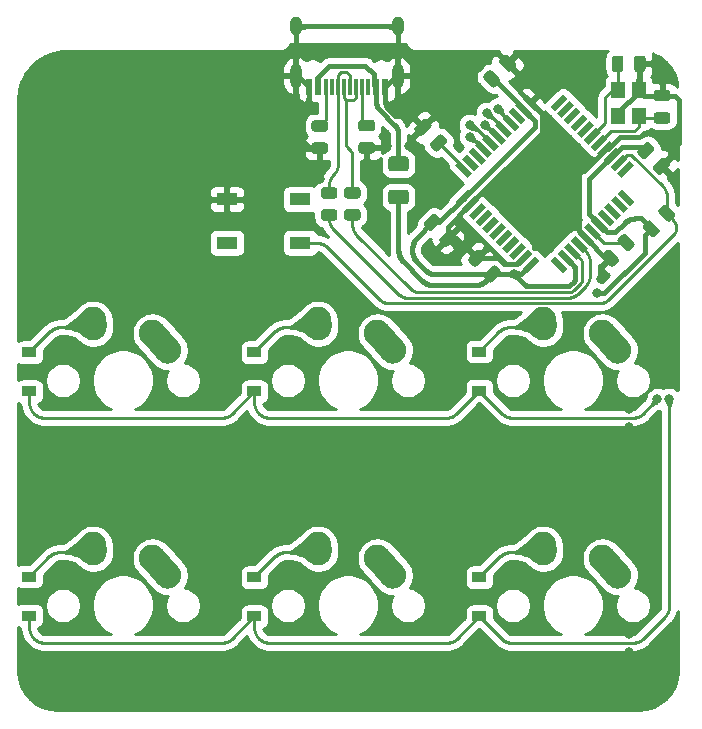
<source format=gbr>
%TF.GenerationSoftware,KiCad,Pcbnew,(5.1.6)-1*%
%TF.CreationDate,2020-07-11T20:12:46-04:00*%
%TF.ProjectId,4x5,3478352e-6b69-4636-9164-5f7063625858,rev?*%
%TF.SameCoordinates,Original*%
%TF.FileFunction,Copper,L1,Top*%
%TF.FilePolarity,Positive*%
%FSLAX46Y46*%
G04 Gerber Fmt 4.6, Leading zero omitted, Abs format (unit mm)*
G04 Created by KiCad (PCBNEW (5.1.6)-1) date 2020-07-11 20:12:46*
%MOMM*%
%LPD*%
G01*
G04 APERTURE LIST*
%TA.AperFunction,SMDPad,CuDef*%
%ADD10R,0.600000X1.450000*%
%TD*%
%TA.AperFunction,SMDPad,CuDef*%
%ADD11R,0.300000X1.450000*%
%TD*%
%TA.AperFunction,ComponentPad*%
%ADD12O,1.000000X2.100000*%
%TD*%
%TA.AperFunction,ComponentPad*%
%ADD13O,1.000000X1.600000*%
%TD*%
%TA.AperFunction,SMDPad,CuDef*%
%ADD14R,1.200000X0.900000*%
%TD*%
%TA.AperFunction,ComponentPad*%
%ADD15C,2.250000*%
%TD*%
%TA.AperFunction,SMDPad,CuDef*%
%ADD16C,0.100000*%
%TD*%
%TA.AperFunction,SMDPad,CuDef*%
%ADD17R,1.200000X1.400000*%
%TD*%
%TA.AperFunction,SMDPad,CuDef*%
%ADD18R,1.800000X1.100000*%
%TD*%
%TA.AperFunction,ViaPad*%
%ADD19C,0.800000*%
%TD*%
%TA.AperFunction,Conductor*%
%ADD20C,0.254000*%
%TD*%
%TA.AperFunction,Conductor*%
%ADD21C,0.250000*%
%TD*%
%TA.AperFunction,Conductor*%
%ADD22C,0.381000*%
%TD*%
%TA.AperFunction,Conductor*%
%ADD23C,0.025400*%
%TD*%
G04 APERTURE END LIST*
D10*
%TO.P,USB1,12*%
%TO.N,GND*%
X203061100Y-87044600D03*
%TO.P,USB1,1*%
X209511100Y-87044600D03*
%TO.P,USB1,11*%
%TO.N,VCC*%
X203836100Y-87044600D03*
%TO.P,USB1,2*%
X208736100Y-87044600D03*
D11*
%TO.P,USB1,3*%
%TO.N,Net-(USB1-Pad3)*%
X208036100Y-87044600D03*
%TO.P,USB1,10*%
%TO.N,Net-(R5-Pad2)*%
X204536100Y-87044600D03*
%TO.P,USB1,4*%
%TO.N,Net-(R6-Pad2)*%
X207536100Y-87044600D03*
%TO.P,USB1,9*%
%TO.N,Net-(USB1-Pad9)*%
X205036100Y-87044600D03*
%TO.P,USB1,5*%
%TO.N,D-*%
X207036100Y-87044600D03*
%TO.P,USB1,8*%
%TO.N,D+*%
X205536100Y-87044600D03*
%TO.P,USB1,7*%
%TO.N,D-*%
X206036100Y-87044600D03*
%TO.P,USB1,6*%
%TO.N,D+*%
X206536100Y-87044600D03*
D12*
%TO.P,USB1,13*%
%TO.N,GND*%
X210606100Y-86129600D03*
X201966100Y-86129600D03*
D13*
X210606100Y-81949600D03*
X201966100Y-81949600D03*
%TD*%
%TO.P,R6,2*%
%TO.N,Net-(R6-Pad2)*%
%TA.AperFunction,SMDPad,CuDef*%
G36*
G01*
X208418750Y-90831250D02*
X207506250Y-90831250D01*
G75*
G02*
X207262500Y-90587500I0J243750D01*
G01*
X207262500Y-90100000D01*
G75*
G02*
X207506250Y-89856250I243750J0D01*
G01*
X208418750Y-89856250D01*
G75*
G02*
X208662500Y-90100000I0J-243750D01*
G01*
X208662500Y-90587500D01*
G75*
G02*
X208418750Y-90831250I-243750J0D01*
G01*
G37*
%TD.AperFunction*%
%TO.P,R6,1*%
%TO.N,GND*%
%TA.AperFunction,SMDPad,CuDef*%
G36*
G01*
X208418750Y-92706250D02*
X207506250Y-92706250D01*
G75*
G02*
X207262500Y-92462500I0J243750D01*
G01*
X207262500Y-91975000D01*
G75*
G02*
X207506250Y-91731250I243750J0D01*
G01*
X208418750Y-91731250D01*
G75*
G02*
X208662500Y-91975000I0J-243750D01*
G01*
X208662500Y-92462500D01*
G75*
G02*
X208418750Y-92706250I-243750J0D01*
G01*
G37*
%TD.AperFunction*%
%TD*%
%TO.P,R5,2*%
%TO.N,Net-(R5-Pad2)*%
%TA.AperFunction,SMDPad,CuDef*%
G36*
G01*
X204430950Y-90863000D02*
X203518450Y-90863000D01*
G75*
G02*
X203274700Y-90619250I0J243750D01*
G01*
X203274700Y-90131750D01*
G75*
G02*
X203518450Y-89888000I243750J0D01*
G01*
X204430950Y-89888000D01*
G75*
G02*
X204674700Y-90131750I0J-243750D01*
G01*
X204674700Y-90619250D01*
G75*
G02*
X204430950Y-90863000I-243750J0D01*
G01*
G37*
%TD.AperFunction*%
%TO.P,R5,1*%
%TO.N,GND*%
%TA.AperFunction,SMDPad,CuDef*%
G36*
G01*
X204430950Y-92738000D02*
X203518450Y-92738000D01*
G75*
G02*
X203274700Y-92494250I0J243750D01*
G01*
X203274700Y-92006750D01*
G75*
G02*
X203518450Y-91763000I243750J0D01*
G01*
X204430950Y-91763000D01*
G75*
G02*
X204674700Y-92006750I0J-243750D01*
G01*
X204674700Y-92494250D01*
G75*
G02*
X204430950Y-92738000I-243750J0D01*
G01*
G37*
%TD.AperFunction*%
%TD*%
%TO.P,F1,2*%
%TO.N,+5V*%
%TA.AperFunction,SMDPad,CuDef*%
G36*
G01*
X210029900Y-95758300D02*
X211279900Y-95758300D01*
G75*
G02*
X211529900Y-96008300I0J-250000D01*
G01*
X211529900Y-96758300D01*
G75*
G02*
X211279900Y-97008300I-250000J0D01*
G01*
X210029900Y-97008300D01*
G75*
G02*
X209779900Y-96758300I0J250000D01*
G01*
X209779900Y-96008300D01*
G75*
G02*
X210029900Y-95758300I250000J0D01*
G01*
G37*
%TD.AperFunction*%
%TO.P,F1,1*%
%TO.N,VCC*%
%TA.AperFunction,SMDPad,CuDef*%
G36*
G01*
X210029900Y-92958300D02*
X211279900Y-92958300D01*
G75*
G02*
X211529900Y-93208300I0J-250000D01*
G01*
X211529900Y-93958300D01*
G75*
G02*
X211279900Y-94208300I-250000J0D01*
G01*
X210029900Y-94208300D01*
G75*
G02*
X209779900Y-93958300I0J250000D01*
G01*
X209779900Y-93208300D01*
G75*
G02*
X210029900Y-92958300I250000J0D01*
G01*
G37*
%TD.AperFunction*%
%TD*%
D14*
%TO.P,D6,2*%
%TO.N,Net-(D6-Pad2)*%
X217487500Y-128587500D03*
%TO.P,D6,1*%
%TO.N,row1*%
X217487500Y-131887500D03*
%TD*%
%TO.P,D5,2*%
%TO.N,Net-(D5-Pad2)*%
X198437500Y-128587500D03*
%TO.P,D5,1*%
%TO.N,row1*%
X198437500Y-131887500D03*
%TD*%
%TO.P,D4,2*%
%TO.N,Net-(D4-Pad2)*%
X179387500Y-128525000D03*
%TO.P,D4,1*%
%TO.N,row1*%
X179387500Y-131825000D03*
%TD*%
%TO.P,D3,2*%
%TO.N,Net-(D3-Pad2)*%
X217487500Y-109475000D03*
%TO.P,D3,1*%
%TO.N,row0*%
X217487500Y-112775000D03*
%TD*%
%TO.P,D2,2*%
%TO.N,Net-(D2-Pad2)*%
X198437500Y-109537500D03*
%TO.P,D2,1*%
%TO.N,row0*%
X198437500Y-112837500D03*
%TD*%
%TO.P,D1,2*%
%TO.N,Net-(D1-Pad2)*%
X179387500Y-109537500D03*
%TO.P,D1,1*%
%TO.N,row0*%
X179387500Y-112837500D03*
%TD*%
D15*
%TO.P,MX6,1*%
%TO.N,col2*%
X227925000Y-126968750D03*
%TA.AperFunction,ComponentPad*%
G36*
G01*
X229986317Y-129266095D02*
X229986317Y-129266095D01*
G75*
G02*
X228397655Y-129180067I-751317J837345D01*
G01*
X227087653Y-127720067D01*
G75*
G02*
X227173681Y-126131405I837345J751317D01*
G01*
X227173681Y-126131405D01*
G75*
G02*
X228762343Y-126217433I751317J-837345D01*
G01*
X230072345Y-127677433D01*
G75*
G02*
X229986317Y-129266095I-837345J-751317D01*
G01*
G37*
%TD.AperFunction*%
%TO.P,MX6,2*%
%TO.N,Net-(D6-Pad2)*%
X222885000Y-125888750D03*
%TA.AperFunction,ComponentPad*%
G36*
G01*
X223002403Y-127591084D02*
X223002403Y-127591084D01*
G75*
G02*
X221802666Y-126546153I-77403J1122334D01*
G01*
X221762666Y-125966153D01*
G75*
G02*
X222807597Y-124766416I1122334J77403D01*
G01*
X222807597Y-124766416D01*
G75*
G02*
X224007334Y-125811347I77403J-1122334D01*
G01*
X224047334Y-126391347D01*
G75*
G02*
X223002403Y-127591084I-1122334J-77403D01*
G01*
G37*
%TD.AperFunction*%
%TD*%
%TO.P,MX5,1*%
%TO.N,col1*%
X208875000Y-126968750D03*
%TA.AperFunction,ComponentPad*%
G36*
G01*
X210936317Y-129266095D02*
X210936317Y-129266095D01*
G75*
G02*
X209347655Y-129180067I-751317J837345D01*
G01*
X208037653Y-127720067D01*
G75*
G02*
X208123681Y-126131405I837345J751317D01*
G01*
X208123681Y-126131405D01*
G75*
G02*
X209712343Y-126217433I751317J-837345D01*
G01*
X211022345Y-127677433D01*
G75*
G02*
X210936317Y-129266095I-837345J-751317D01*
G01*
G37*
%TD.AperFunction*%
%TO.P,MX5,2*%
%TO.N,Net-(D5-Pad2)*%
X203835000Y-125888750D03*
%TA.AperFunction,ComponentPad*%
G36*
G01*
X203952403Y-127591084D02*
X203952403Y-127591084D01*
G75*
G02*
X202752666Y-126546153I-77403J1122334D01*
G01*
X202712666Y-125966153D01*
G75*
G02*
X203757597Y-124766416I1122334J77403D01*
G01*
X203757597Y-124766416D01*
G75*
G02*
X204957334Y-125811347I77403J-1122334D01*
G01*
X204997334Y-126391347D01*
G75*
G02*
X203952403Y-127591084I-1122334J-77403D01*
G01*
G37*
%TD.AperFunction*%
%TD*%
%TO.P,MX4,1*%
%TO.N,col0*%
X189825000Y-126968750D03*
%TA.AperFunction,ComponentPad*%
G36*
G01*
X191886317Y-129266095D02*
X191886317Y-129266095D01*
G75*
G02*
X190297655Y-129180067I-751317J837345D01*
G01*
X188987653Y-127720067D01*
G75*
G02*
X189073681Y-126131405I837345J751317D01*
G01*
X189073681Y-126131405D01*
G75*
G02*
X190662343Y-126217433I751317J-837345D01*
G01*
X191972345Y-127677433D01*
G75*
G02*
X191886317Y-129266095I-837345J-751317D01*
G01*
G37*
%TD.AperFunction*%
%TO.P,MX4,2*%
%TO.N,Net-(D4-Pad2)*%
X184785000Y-125888750D03*
%TA.AperFunction,ComponentPad*%
G36*
G01*
X184902403Y-127591084D02*
X184902403Y-127591084D01*
G75*
G02*
X183702666Y-126546153I-77403J1122334D01*
G01*
X183662666Y-125966153D01*
G75*
G02*
X184707597Y-124766416I1122334J77403D01*
G01*
X184707597Y-124766416D01*
G75*
G02*
X185907334Y-125811347I77403J-1122334D01*
G01*
X185947334Y-126391347D01*
G75*
G02*
X184902403Y-127591084I-1122334J-77403D01*
G01*
G37*
%TD.AperFunction*%
%TD*%
%TO.P,MX3,1*%
%TO.N,col2*%
X227925000Y-107918750D03*
%TA.AperFunction,ComponentPad*%
G36*
G01*
X229986317Y-110216095D02*
X229986317Y-110216095D01*
G75*
G02*
X228397655Y-110130067I-751317J837345D01*
G01*
X227087653Y-108670067D01*
G75*
G02*
X227173681Y-107081405I837345J751317D01*
G01*
X227173681Y-107081405D01*
G75*
G02*
X228762343Y-107167433I751317J-837345D01*
G01*
X230072345Y-108627433D01*
G75*
G02*
X229986317Y-110216095I-837345J-751317D01*
G01*
G37*
%TD.AperFunction*%
%TO.P,MX3,2*%
%TO.N,Net-(D3-Pad2)*%
X222885000Y-106838750D03*
%TA.AperFunction,ComponentPad*%
G36*
G01*
X223002403Y-108541084D02*
X223002403Y-108541084D01*
G75*
G02*
X221802666Y-107496153I-77403J1122334D01*
G01*
X221762666Y-106916153D01*
G75*
G02*
X222807597Y-105716416I1122334J77403D01*
G01*
X222807597Y-105716416D01*
G75*
G02*
X224007334Y-106761347I77403J-1122334D01*
G01*
X224047334Y-107341347D01*
G75*
G02*
X223002403Y-108541084I-1122334J-77403D01*
G01*
G37*
%TD.AperFunction*%
%TD*%
%TO.P,MX2,1*%
%TO.N,col1*%
X208875000Y-107918750D03*
%TA.AperFunction,ComponentPad*%
G36*
G01*
X210936317Y-110216095D02*
X210936317Y-110216095D01*
G75*
G02*
X209347655Y-110130067I-751317J837345D01*
G01*
X208037653Y-108670067D01*
G75*
G02*
X208123681Y-107081405I837345J751317D01*
G01*
X208123681Y-107081405D01*
G75*
G02*
X209712343Y-107167433I751317J-837345D01*
G01*
X211022345Y-108627433D01*
G75*
G02*
X210936317Y-110216095I-837345J-751317D01*
G01*
G37*
%TD.AperFunction*%
%TO.P,MX2,2*%
%TO.N,Net-(D2-Pad2)*%
X203835000Y-106838750D03*
%TA.AperFunction,ComponentPad*%
G36*
G01*
X203952403Y-108541084D02*
X203952403Y-108541084D01*
G75*
G02*
X202752666Y-107496153I-77403J1122334D01*
G01*
X202712666Y-106916153D01*
G75*
G02*
X203757597Y-105716416I1122334J77403D01*
G01*
X203757597Y-105716416D01*
G75*
G02*
X204957334Y-106761347I77403J-1122334D01*
G01*
X204997334Y-107341347D01*
G75*
G02*
X203952403Y-108541084I-1122334J-77403D01*
G01*
G37*
%TD.AperFunction*%
%TD*%
%TA.AperFunction,SMDPad,CuDef*%
D16*
%TO.P,U1,44*%
%TO.N,+5V*%
G36*
X222177544Y-101384152D02*
G01*
X222566452Y-101773060D01*
X221505792Y-102833720D01*
X221116884Y-102444812D01*
X222177544Y-101384152D01*
G37*
%TD.AperFunction*%
%TA.AperFunction,SMDPad,CuDef*%
%TO.P,U1,43*%
%TO.N,GND*%
G36*
X221611859Y-100818466D02*
G01*
X222000767Y-101207374D01*
X220940107Y-102268034D01*
X220551199Y-101879126D01*
X221611859Y-100818466D01*
G37*
%TD.AperFunction*%
%TA.AperFunction,SMDPad,CuDef*%
%TO.P,U1,42*%
%TO.N,Net-(U1-Pad42)*%
G36*
X221046174Y-100252781D02*
G01*
X221435082Y-100641689D01*
X220374422Y-101702349D01*
X219985514Y-101313441D01*
X221046174Y-100252781D01*
G37*
%TD.AperFunction*%
%TA.AperFunction,SMDPad,CuDef*%
%TO.P,U1,41*%
%TO.N,Net-(U1-Pad41)*%
G36*
X220480488Y-99687096D02*
G01*
X220869396Y-100076004D01*
X219808736Y-101136664D01*
X219419828Y-100747756D01*
X220480488Y-99687096D01*
G37*
%TD.AperFunction*%
%TA.AperFunction,SMDPad,CuDef*%
%TO.P,U1,40*%
%TO.N,Net-(U1-Pad40)*%
G36*
X219914803Y-99121410D02*
G01*
X220303711Y-99510318D01*
X219243051Y-100570978D01*
X218854143Y-100182070D01*
X219914803Y-99121410D01*
G37*
%TD.AperFunction*%
%TA.AperFunction,SMDPad,CuDef*%
%TO.P,U1,39*%
%TO.N,Net-(U1-Pad39)*%
G36*
X219349117Y-98555725D02*
G01*
X219738025Y-98944633D01*
X218677365Y-100005293D01*
X218288457Y-99616385D01*
X219349117Y-98555725D01*
G37*
%TD.AperFunction*%
%TA.AperFunction,SMDPad,CuDef*%
%TO.P,U1,38*%
%TO.N,Net-(U1-Pad38)*%
G36*
X218783432Y-97990039D02*
G01*
X219172340Y-98378947D01*
X218111680Y-99439607D01*
X217722772Y-99050699D01*
X218783432Y-97990039D01*
G37*
%TD.AperFunction*%
%TA.AperFunction,SMDPad,CuDef*%
%TO.P,U1,37*%
%TO.N,Net-(U1-Pad37)*%
G36*
X218217746Y-97424354D02*
G01*
X218606654Y-97813262D01*
X217545994Y-98873922D01*
X217157086Y-98485014D01*
X218217746Y-97424354D01*
G37*
%TD.AperFunction*%
%TA.AperFunction,SMDPad,CuDef*%
%TO.P,U1,36*%
%TO.N,Net-(U1-Pad36)*%
G36*
X217652061Y-96858668D02*
G01*
X218040969Y-97247576D01*
X216980309Y-98308236D01*
X216591401Y-97919328D01*
X217652061Y-96858668D01*
G37*
%TD.AperFunction*%
%TA.AperFunction,SMDPad,CuDef*%
%TO.P,U1,35*%
%TO.N,GND*%
G36*
X217086376Y-96292983D02*
G01*
X217475284Y-96681891D01*
X216414624Y-97742551D01*
X216025716Y-97353643D01*
X217086376Y-96292983D01*
G37*
%TD.AperFunction*%
%TA.AperFunction,SMDPad,CuDef*%
%TO.P,U1,34*%
%TO.N,+5V*%
G36*
X216520690Y-95727298D02*
G01*
X216909598Y-96116206D01*
X215848938Y-97176866D01*
X215460030Y-96787958D01*
X216520690Y-95727298D01*
G37*
%TD.AperFunction*%
%TA.AperFunction,SMDPad,CuDef*%
%TO.P,U1,33*%
%TO.N,Net-(R1-Pad2)*%
G36*
X216909598Y-94383794D02*
G01*
X216520690Y-94772702D01*
X215460030Y-93712042D01*
X215848938Y-93323134D01*
X216909598Y-94383794D01*
G37*
%TD.AperFunction*%
%TA.AperFunction,SMDPad,CuDef*%
%TO.P,U1,32*%
%TO.N,Net-(U1-Pad32)*%
G36*
X217475284Y-93818109D02*
G01*
X217086376Y-94207017D01*
X216025716Y-93146357D01*
X216414624Y-92757449D01*
X217475284Y-93818109D01*
G37*
%TD.AperFunction*%
%TA.AperFunction,SMDPad,CuDef*%
%TO.P,U1,31*%
%TO.N,Net-(U1-Pad31)*%
G36*
X218040969Y-93252424D02*
G01*
X217652061Y-93641332D01*
X216591401Y-92580672D01*
X216980309Y-92191764D01*
X218040969Y-93252424D01*
G37*
%TD.AperFunction*%
%TA.AperFunction,SMDPad,CuDef*%
%TO.P,U1,30*%
%TO.N,col0*%
G36*
X218606654Y-92686738D02*
G01*
X218217746Y-93075646D01*
X217157086Y-92014986D01*
X217545994Y-91626078D01*
X218606654Y-92686738D01*
G37*
%TD.AperFunction*%
%TA.AperFunction,SMDPad,CuDef*%
%TO.P,U1,29*%
%TO.N,col1*%
G36*
X219172340Y-92121053D02*
G01*
X218783432Y-92509961D01*
X217722772Y-91449301D01*
X218111680Y-91060393D01*
X219172340Y-92121053D01*
G37*
%TD.AperFunction*%
%TA.AperFunction,SMDPad,CuDef*%
%TO.P,U1,28*%
%TO.N,col2*%
G36*
X219738025Y-91555367D02*
G01*
X219349117Y-91944275D01*
X218288457Y-90883615D01*
X218677365Y-90494707D01*
X219738025Y-91555367D01*
G37*
%TD.AperFunction*%
%TA.AperFunction,SMDPad,CuDef*%
%TO.P,U1,27*%
%TO.N,row0*%
G36*
X220303711Y-90989682D02*
G01*
X219914803Y-91378590D01*
X218854143Y-90317930D01*
X219243051Y-89929022D01*
X220303711Y-90989682D01*
G37*
%TD.AperFunction*%
%TA.AperFunction,SMDPad,CuDef*%
%TO.P,U1,26*%
%TO.N,row1*%
G36*
X220869396Y-90423996D02*
G01*
X220480488Y-90812904D01*
X219419828Y-89752244D01*
X219808736Y-89363336D01*
X220869396Y-90423996D01*
G37*
%TD.AperFunction*%
%TA.AperFunction,SMDPad,CuDef*%
%TO.P,U1,25*%
%TO.N,Net-(U1-Pad25)*%
G36*
X221435082Y-89858311D02*
G01*
X221046174Y-90247219D01*
X219985514Y-89186559D01*
X220374422Y-88797651D01*
X221435082Y-89858311D01*
G37*
%TD.AperFunction*%
%TA.AperFunction,SMDPad,CuDef*%
%TO.P,U1,24*%
%TO.N,+5V*%
G36*
X222000767Y-89292626D02*
G01*
X221611859Y-89681534D01*
X220551199Y-88620874D01*
X220940107Y-88231966D01*
X222000767Y-89292626D01*
G37*
%TD.AperFunction*%
%TA.AperFunction,SMDPad,CuDef*%
%TO.P,U1,23*%
%TO.N,GND*%
G36*
X222566452Y-88726940D02*
G01*
X222177544Y-89115848D01*
X221116884Y-88055188D01*
X221505792Y-87666280D01*
X222566452Y-88726940D01*
G37*
%TD.AperFunction*%
%TA.AperFunction,SMDPad,CuDef*%
%TO.P,U1,22*%
%TO.N,Net-(U1-Pad22)*%
G36*
X224581708Y-87666280D02*
G01*
X224970616Y-88055188D01*
X223909956Y-89115848D01*
X223521048Y-88726940D01*
X224581708Y-87666280D01*
G37*
%TD.AperFunction*%
%TA.AperFunction,SMDPad,CuDef*%
%TO.P,U1,21*%
%TO.N,Net-(U1-Pad21)*%
G36*
X225147393Y-88231966D02*
G01*
X225536301Y-88620874D01*
X224475641Y-89681534D01*
X224086733Y-89292626D01*
X225147393Y-88231966D01*
G37*
%TD.AperFunction*%
%TA.AperFunction,SMDPad,CuDef*%
%TO.P,U1,20*%
%TO.N,Net-(U1-Pad20)*%
G36*
X225713078Y-88797651D02*
G01*
X226101986Y-89186559D01*
X225041326Y-90247219D01*
X224652418Y-89858311D01*
X225713078Y-88797651D01*
G37*
%TD.AperFunction*%
%TA.AperFunction,SMDPad,CuDef*%
%TO.P,U1,19*%
%TO.N,Net-(U1-Pad19)*%
G36*
X226278764Y-89363336D02*
G01*
X226667672Y-89752244D01*
X225607012Y-90812904D01*
X225218104Y-90423996D01*
X226278764Y-89363336D01*
G37*
%TD.AperFunction*%
%TA.AperFunction,SMDPad,CuDef*%
%TO.P,U1,18*%
%TO.N,Net-(U1-Pad18)*%
G36*
X226844449Y-89929022D02*
G01*
X227233357Y-90317930D01*
X226172697Y-91378590D01*
X225783789Y-90989682D01*
X226844449Y-89929022D01*
G37*
%TD.AperFunction*%
%TA.AperFunction,SMDPad,CuDef*%
%TO.P,U1,17*%
%TO.N,Net-(C2-Pad1)*%
G36*
X227410135Y-90494707D02*
G01*
X227799043Y-90883615D01*
X226738383Y-91944275D01*
X226349475Y-91555367D01*
X227410135Y-90494707D01*
G37*
%TD.AperFunction*%
%TA.AperFunction,SMDPad,CuDef*%
%TO.P,U1,16*%
%TO.N,Net-(C3-Pad1)*%
G36*
X227975820Y-91060393D02*
G01*
X228364728Y-91449301D01*
X227304068Y-92509961D01*
X226915160Y-92121053D01*
X227975820Y-91060393D01*
G37*
%TD.AperFunction*%
%TA.AperFunction,SMDPad,CuDef*%
%TO.P,U1,15*%
%TO.N,GND*%
G36*
X228541506Y-91626078D02*
G01*
X228930414Y-92014986D01*
X227869754Y-93075646D01*
X227480846Y-92686738D01*
X228541506Y-91626078D01*
G37*
%TD.AperFunction*%
%TA.AperFunction,SMDPad,CuDef*%
%TO.P,U1,14*%
%TO.N,+5V*%
G36*
X229107191Y-92191764D02*
G01*
X229496099Y-92580672D01*
X228435439Y-93641332D01*
X228046531Y-93252424D01*
X229107191Y-92191764D01*
G37*
%TD.AperFunction*%
%TA.AperFunction,SMDPad,CuDef*%
%TO.P,U1,13*%
%TO.N,Net-(R4-Pad1)*%
G36*
X229672876Y-92757449D02*
G01*
X230061784Y-93146357D01*
X229001124Y-94207017D01*
X228612216Y-93818109D01*
X229672876Y-92757449D01*
G37*
%TD.AperFunction*%
%TA.AperFunction,SMDPad,CuDef*%
%TO.P,U1,12*%
%TO.N,Net-(U1-Pad12)*%
G36*
X230238562Y-93323134D02*
G01*
X230627470Y-93712042D01*
X229566810Y-94772702D01*
X229177902Y-94383794D01*
X230238562Y-93323134D01*
G37*
%TD.AperFunction*%
%TA.AperFunction,SMDPad,CuDef*%
%TO.P,U1,11*%
%TO.N,Net-(U1-Pad11)*%
G36*
X230627470Y-96787958D02*
G01*
X230238562Y-97176866D01*
X229177902Y-96116206D01*
X229566810Y-95727298D01*
X230627470Y-96787958D01*
G37*
%TD.AperFunction*%
%TA.AperFunction,SMDPad,CuDef*%
%TO.P,U1,10*%
%TO.N,Net-(U1-Pad10)*%
G36*
X230061784Y-97353643D02*
G01*
X229672876Y-97742551D01*
X228612216Y-96681891D01*
X229001124Y-96292983D01*
X230061784Y-97353643D01*
G37*
%TD.AperFunction*%
%TA.AperFunction,SMDPad,CuDef*%
%TO.P,U1,9*%
%TO.N,Net-(U1-Pad9)*%
G36*
X229496099Y-97919328D02*
G01*
X229107191Y-98308236D01*
X228046531Y-97247576D01*
X228435439Y-96858668D01*
X229496099Y-97919328D01*
G37*
%TD.AperFunction*%
%TA.AperFunction,SMDPad,CuDef*%
%TO.P,U1,8*%
%TO.N,Net-(U1-Pad8)*%
G36*
X228930414Y-98485014D02*
G01*
X228541506Y-98873922D01*
X227480846Y-97813262D01*
X227869754Y-97424354D01*
X228930414Y-98485014D01*
G37*
%TD.AperFunction*%
%TA.AperFunction,SMDPad,CuDef*%
%TO.P,U1,7*%
%TO.N,+5V*%
G36*
X228364728Y-99050699D02*
G01*
X227975820Y-99439607D01*
X226915160Y-98378947D01*
X227304068Y-97990039D01*
X228364728Y-99050699D01*
G37*
%TD.AperFunction*%
%TA.AperFunction,SMDPad,CuDef*%
%TO.P,U1,6*%
%TO.N,Net-(C1-Pad1)*%
G36*
X227799043Y-99616385D02*
G01*
X227410135Y-100005293D01*
X226349475Y-98944633D01*
X226738383Y-98555725D01*
X227799043Y-99616385D01*
G37*
%TD.AperFunction*%
%TA.AperFunction,SMDPad,CuDef*%
%TO.P,U1,5*%
%TO.N,GND*%
G36*
X227233357Y-100182070D02*
G01*
X226844449Y-100570978D01*
X225783789Y-99510318D01*
X226172697Y-99121410D01*
X227233357Y-100182070D01*
G37*
%TD.AperFunction*%
%TA.AperFunction,SMDPad,CuDef*%
%TO.P,U1,4*%
%TO.N,Net-(R3-Pad1)*%
G36*
X226667672Y-100747756D02*
G01*
X226278764Y-101136664D01*
X225218104Y-100076004D01*
X225607012Y-99687096D01*
X226667672Y-100747756D01*
G37*
%TD.AperFunction*%
%TA.AperFunction,SMDPad,CuDef*%
%TO.P,U1,3*%
%TO.N,Net-(R2-Pad1)*%
G36*
X226101986Y-101313441D02*
G01*
X225713078Y-101702349D01*
X224652418Y-100641689D01*
X225041326Y-100252781D01*
X226101986Y-101313441D01*
G37*
%TD.AperFunction*%
%TA.AperFunction,SMDPad,CuDef*%
%TO.P,U1,2*%
%TO.N,+5V*%
G36*
X225536301Y-101879126D02*
G01*
X225147393Y-102268034D01*
X224086733Y-101207374D01*
X224475641Y-100818466D01*
X225536301Y-101879126D01*
G37*
%TD.AperFunction*%
%TA.AperFunction,SMDPad,CuDef*%
%TO.P,U1,1*%
%TO.N,Net-(U1-Pad1)*%
G36*
X224970616Y-102444812D02*
G01*
X224581708Y-102833720D01*
X223521048Y-101773060D01*
X223909956Y-101384152D01*
X224970616Y-102444812D01*
G37*
%TD.AperFunction*%
%TD*%
D15*
%TO.P,MX1,1*%
%TO.N,col0*%
X189825000Y-107918750D03*
%TA.AperFunction,ComponentPad*%
G36*
G01*
X191886317Y-110216095D02*
X191886317Y-110216095D01*
G75*
G02*
X190297655Y-110130067I-751317J837345D01*
G01*
X188987653Y-108670067D01*
G75*
G02*
X189073681Y-107081405I837345J751317D01*
G01*
X189073681Y-107081405D01*
G75*
G02*
X190662343Y-107167433I751317J-837345D01*
G01*
X191972345Y-108627433D01*
G75*
G02*
X191886317Y-110216095I-837345J-751317D01*
G01*
G37*
%TD.AperFunction*%
%TO.P,MX1,2*%
%TO.N,Net-(D1-Pad2)*%
X184785000Y-106838750D03*
%TA.AperFunction,ComponentPad*%
G36*
G01*
X184902403Y-108541084D02*
X184902403Y-108541084D01*
G75*
G02*
X183702666Y-107496153I-77403J1122334D01*
G01*
X183662666Y-106916153D01*
G75*
G02*
X184707597Y-105716416I1122334J77403D01*
G01*
X184707597Y-105716416D01*
G75*
G02*
X185907334Y-106761347I77403J-1122334D01*
G01*
X185947334Y-107341347D01*
G75*
G02*
X184902403Y-108541084I-1122334J-77403D01*
G01*
G37*
%TD.AperFunction*%
%TD*%
D17*
%TO.P,Y1,4*%
%TO.N,GND*%
X230981250Y-87312500D03*
%TO.P,Y1,3*%
%TO.N,Net-(C3-Pad1)*%
X230981250Y-89512500D03*
%TO.P,Y1,2*%
%TO.N,GND*%
X229281250Y-89512500D03*
%TO.P,Y1,1*%
%TO.N,Net-(C2-Pad1)*%
X229281250Y-87312500D03*
%TD*%
D18*
%TO.P,SW1,4*%
%TO.N,N/C*%
X202331250Y-96575000D03*
%TO.P,SW1,3*%
X196131250Y-100275000D03*
%TO.P,SW1,2*%
%TO.N,Net-(R4-Pad1)*%
X202331250Y-100275000D03*
%TO.P,SW1,1*%
%TO.N,GND*%
X196131250Y-96575000D03*
%TD*%
%TO.P,R4,2*%
%TO.N,+5V*%
%TA.AperFunction,SMDPad,CuDef*%
G36*
G01*
X232071684Y-98420581D02*
X232716919Y-99065816D01*
G75*
G02*
X232716919Y-99410530I-172357J-172357D01*
G01*
X232372204Y-99755245D01*
G75*
G02*
X232027490Y-99755245I-172357J172357D01*
G01*
X231382255Y-99110010D01*
G75*
G02*
X231382255Y-98765296I172357J172357D01*
G01*
X231726970Y-98420581D01*
G75*
G02*
X232071684Y-98420581I172357J-172357D01*
G01*
G37*
%TD.AperFunction*%
%TO.P,R4,1*%
%TO.N,Net-(R4-Pad1)*%
%TA.AperFunction,SMDPad,CuDef*%
G36*
G01*
X233397510Y-97094755D02*
X234042745Y-97739990D01*
G75*
G02*
X234042745Y-98084704I-172357J-172357D01*
G01*
X233698030Y-98429419D01*
G75*
G02*
X233353316Y-98429419I-172357J172357D01*
G01*
X232708081Y-97784184D01*
G75*
G02*
X232708081Y-97439470I172357J172357D01*
G01*
X233052796Y-97094755D01*
G75*
G02*
X233397510Y-97094755I172357J-172357D01*
G01*
G37*
%TD.AperFunction*%
%TD*%
%TO.P,R3,2*%
%TO.N,D+*%
%TA.AperFunction,SMDPad,CuDef*%
G36*
G01*
X205243750Y-96531250D02*
X204331250Y-96531250D01*
G75*
G02*
X204087500Y-96287500I0J243750D01*
G01*
X204087500Y-95800000D01*
G75*
G02*
X204331250Y-95556250I243750J0D01*
G01*
X205243750Y-95556250D01*
G75*
G02*
X205487500Y-95800000I0J-243750D01*
G01*
X205487500Y-96287500D01*
G75*
G02*
X205243750Y-96531250I-243750J0D01*
G01*
G37*
%TD.AperFunction*%
%TO.P,R3,1*%
%TO.N,Net-(R3-Pad1)*%
%TA.AperFunction,SMDPad,CuDef*%
G36*
G01*
X205243750Y-98406250D02*
X204331250Y-98406250D01*
G75*
G02*
X204087500Y-98162500I0J243750D01*
G01*
X204087500Y-97675000D01*
G75*
G02*
X204331250Y-97431250I243750J0D01*
G01*
X205243750Y-97431250D01*
G75*
G02*
X205487500Y-97675000I0J-243750D01*
G01*
X205487500Y-98162500D01*
G75*
G02*
X205243750Y-98406250I-243750J0D01*
G01*
G37*
%TD.AperFunction*%
%TD*%
%TO.P,R2,2*%
%TO.N,D-*%
%TA.AperFunction,SMDPad,CuDef*%
G36*
G01*
X207199550Y-96516800D02*
X206287050Y-96516800D01*
G75*
G02*
X206043300Y-96273050I0J243750D01*
G01*
X206043300Y-95785550D01*
G75*
G02*
X206287050Y-95541800I243750J0D01*
G01*
X207199550Y-95541800D01*
G75*
G02*
X207443300Y-95785550I0J-243750D01*
G01*
X207443300Y-96273050D01*
G75*
G02*
X207199550Y-96516800I-243750J0D01*
G01*
G37*
%TD.AperFunction*%
%TO.P,R2,1*%
%TO.N,Net-(R2-Pad1)*%
%TA.AperFunction,SMDPad,CuDef*%
G36*
G01*
X207199550Y-98391800D02*
X206287050Y-98391800D01*
G75*
G02*
X206043300Y-98148050I0J243750D01*
G01*
X206043300Y-97660550D01*
G75*
G02*
X206287050Y-97416800I243750J0D01*
G01*
X207199550Y-97416800D01*
G75*
G02*
X207443300Y-97660550I0J-243750D01*
G01*
X207443300Y-98148050D01*
G75*
G02*
X207199550Y-98391800I-243750J0D01*
G01*
G37*
%TD.AperFunction*%
%TD*%
%TO.P,R1,2*%
%TO.N,Net-(R1-Pad2)*%
%TA.AperFunction,SMDPad,CuDef*%
G36*
G01*
X213383494Y-91791229D02*
X214028729Y-91145994D01*
G75*
G02*
X214373443Y-91145994I172357J-172357D01*
G01*
X214718158Y-91490709D01*
G75*
G02*
X214718158Y-91835423I-172357J-172357D01*
G01*
X214072923Y-92480658D01*
G75*
G02*
X213728209Y-92480658I-172357J172357D01*
G01*
X213383494Y-92135943D01*
G75*
G02*
X213383494Y-91791229I172357J172357D01*
G01*
G37*
%TD.AperFunction*%
%TO.P,R1,1*%
%TO.N,GND*%
%TA.AperFunction,SMDPad,CuDef*%
G36*
G01*
X212057668Y-90465403D02*
X212702903Y-89820168D01*
G75*
G02*
X213047617Y-89820168I172357J-172357D01*
G01*
X213392332Y-90164883D01*
G75*
G02*
X213392332Y-90509597I-172357J-172357D01*
G01*
X212747097Y-91154832D01*
G75*
G02*
X212402383Y-91154832I-172357J172357D01*
G01*
X212057668Y-90810117D01*
G75*
G02*
X212057668Y-90465403I172357J172357D01*
G01*
G37*
%TD.AperFunction*%
%TD*%
%TO.P,C7,2*%
%TO.N,GND*%
%TA.AperFunction,SMDPad,CuDef*%
G36*
G01*
X217946606Y-101604371D02*
X217301371Y-102249606D01*
G75*
G02*
X216956657Y-102249606I-172357J172357D01*
G01*
X216611942Y-101904891D01*
G75*
G02*
X216611942Y-101560177I172357J172357D01*
G01*
X217257177Y-100914942D01*
G75*
G02*
X217601891Y-100914942I172357J-172357D01*
G01*
X217946606Y-101259657D01*
G75*
G02*
X217946606Y-101604371I-172357J-172357D01*
G01*
G37*
%TD.AperFunction*%
%TO.P,C7,1*%
%TO.N,+5V*%
%TA.AperFunction,SMDPad,CuDef*%
G36*
G01*
X219272432Y-102930197D02*
X218627197Y-103575432D01*
G75*
G02*
X218282483Y-103575432I-172357J172357D01*
G01*
X217937768Y-103230717D01*
G75*
G02*
X217937768Y-102886003I172357J172357D01*
G01*
X218583003Y-102240768D01*
G75*
G02*
X218927717Y-102240768I172357J-172357D01*
G01*
X219272432Y-102585483D01*
G75*
G02*
X219272432Y-102930197I-172357J-172357D01*
G01*
G37*
%TD.AperFunction*%
%TD*%
%TO.P,C6,2*%
%TO.N,GND*%
%TA.AperFunction,SMDPad,CuDef*%
G36*
G01*
X219859566Y-85729419D02*
X219214331Y-85084184D01*
G75*
G02*
X219214331Y-84739470I172357J172357D01*
G01*
X219559046Y-84394755D01*
G75*
G02*
X219903760Y-84394755I172357J-172357D01*
G01*
X220548995Y-85039990D01*
G75*
G02*
X220548995Y-85384704I-172357J-172357D01*
G01*
X220204280Y-85729419D01*
G75*
G02*
X219859566Y-85729419I-172357J172357D01*
G01*
G37*
%TD.AperFunction*%
%TO.P,C6,1*%
%TO.N,+5V*%
%TA.AperFunction,SMDPad,CuDef*%
G36*
G01*
X218533740Y-87055245D02*
X217888505Y-86410010D01*
G75*
G02*
X217888505Y-86065296I172357J172357D01*
G01*
X218233220Y-85720581D01*
G75*
G02*
X218577934Y-85720581I172357J-172357D01*
G01*
X219223169Y-86365816D01*
G75*
G02*
X219223169Y-86710530I-172357J-172357D01*
G01*
X218878454Y-87055245D01*
G75*
G02*
X218533740Y-87055245I-172357J172357D01*
G01*
G37*
%TD.AperFunction*%
%TD*%
%TO.P,C5,2*%
%TO.N,GND*%
%TA.AperFunction,SMDPad,CuDef*%
G36*
G01*
X214170894Y-99843029D02*
X214816129Y-99197794D01*
G75*
G02*
X215160843Y-99197794I172357J-172357D01*
G01*
X215505558Y-99542509D01*
G75*
G02*
X215505558Y-99887223I-172357J-172357D01*
G01*
X214860323Y-100532458D01*
G75*
G02*
X214515609Y-100532458I-172357J172357D01*
G01*
X214170894Y-100187743D01*
G75*
G02*
X214170894Y-99843029I172357J172357D01*
G01*
G37*
%TD.AperFunction*%
%TO.P,C5,1*%
%TO.N,+5V*%
%TA.AperFunction,SMDPad,CuDef*%
G36*
G01*
X212845068Y-98517203D02*
X213490303Y-97871968D01*
G75*
G02*
X213835017Y-97871968I172357J-172357D01*
G01*
X214179732Y-98216683D01*
G75*
G02*
X214179732Y-98561397I-172357J-172357D01*
G01*
X213534497Y-99206632D01*
G75*
G02*
X213189783Y-99206632I-172357J172357D01*
G01*
X212845068Y-98861917D01*
G75*
G02*
X212845068Y-98517203I172357J172357D01*
G01*
G37*
%TD.AperFunction*%
%TD*%
%TO.P,C4,2*%
%TO.N,GND*%
%TA.AperFunction,SMDPad,CuDef*%
G36*
G01*
X232253181Y-93769916D02*
X232898416Y-93124681D01*
G75*
G02*
X233243130Y-93124681I172357J-172357D01*
G01*
X233587845Y-93469396D01*
G75*
G02*
X233587845Y-93814110I-172357J-172357D01*
G01*
X232942610Y-94459345D01*
G75*
G02*
X232597896Y-94459345I-172357J172357D01*
G01*
X232253181Y-94114630D01*
G75*
G02*
X232253181Y-93769916I172357J172357D01*
G01*
G37*
%TD.AperFunction*%
%TO.P,C4,1*%
%TO.N,+5V*%
%TA.AperFunction,SMDPad,CuDef*%
G36*
G01*
X230927355Y-92444090D02*
X231572590Y-91798855D01*
G75*
G02*
X231917304Y-91798855I172357J-172357D01*
G01*
X232262019Y-92143570D01*
G75*
G02*
X232262019Y-92488284I-172357J-172357D01*
G01*
X231616784Y-93133519D01*
G75*
G02*
X231272070Y-93133519I-172357J172357D01*
G01*
X230927355Y-92788804D01*
G75*
G02*
X230927355Y-92444090I172357J172357D01*
G01*
G37*
%TD.AperFunction*%
%TD*%
%TO.P,C3,2*%
%TO.N,GND*%
%TA.AperFunction,SMDPad,CuDef*%
G36*
G01*
X233425050Y-88299900D02*
X232512550Y-88299900D01*
G75*
G02*
X232268800Y-88056150I0J243750D01*
G01*
X232268800Y-87568650D01*
G75*
G02*
X232512550Y-87324900I243750J0D01*
G01*
X233425050Y-87324900D01*
G75*
G02*
X233668800Y-87568650I0J-243750D01*
G01*
X233668800Y-88056150D01*
G75*
G02*
X233425050Y-88299900I-243750J0D01*
G01*
G37*
%TD.AperFunction*%
%TO.P,C3,1*%
%TO.N,Net-(C3-Pad1)*%
%TA.AperFunction,SMDPad,CuDef*%
G36*
G01*
X233425050Y-90174900D02*
X232512550Y-90174900D01*
G75*
G02*
X232268800Y-89931150I0J243750D01*
G01*
X232268800Y-89443650D01*
G75*
G02*
X232512550Y-89199900I243750J0D01*
G01*
X233425050Y-89199900D01*
G75*
G02*
X233668800Y-89443650I0J-243750D01*
G01*
X233668800Y-89931150D01*
G75*
G02*
X233425050Y-90174900I-243750J0D01*
G01*
G37*
%TD.AperFunction*%
%TD*%
%TO.P,C2,2*%
%TO.N,GND*%
%TA.AperFunction,SMDPad,CuDef*%
G36*
G01*
X230597100Y-85571650D02*
X230597100Y-84659150D01*
G75*
G02*
X230840850Y-84415400I243750J0D01*
G01*
X231328350Y-84415400D01*
G75*
G02*
X231572100Y-84659150I0J-243750D01*
G01*
X231572100Y-85571650D01*
G75*
G02*
X231328350Y-85815400I-243750J0D01*
G01*
X230840850Y-85815400D01*
G75*
G02*
X230597100Y-85571650I0J243750D01*
G01*
G37*
%TD.AperFunction*%
%TO.P,C2,1*%
%TO.N,Net-(C2-Pad1)*%
%TA.AperFunction,SMDPad,CuDef*%
G36*
G01*
X228722100Y-85571650D02*
X228722100Y-84659150D01*
G75*
G02*
X228965850Y-84415400I243750J0D01*
G01*
X229453350Y-84415400D01*
G75*
G02*
X229697100Y-84659150I0J-243750D01*
G01*
X229697100Y-85571650D01*
G75*
G02*
X229453350Y-85815400I-243750J0D01*
G01*
X228965850Y-85815400D01*
G75*
G02*
X228722100Y-85571650I0J243750D01*
G01*
G37*
%TD.AperFunction*%
%TD*%
%TO.P,C1,2*%
%TO.N,GND*%
%TA.AperFunction,SMDPad,CuDef*%
G36*
G01*
X228619584Y-100909781D02*
X229264819Y-101555016D01*
G75*
G02*
X229264819Y-101899730I-172357J-172357D01*
G01*
X228920104Y-102244445D01*
G75*
G02*
X228575390Y-102244445I-172357J172357D01*
G01*
X227930155Y-101599210D01*
G75*
G02*
X227930155Y-101254496I172357J172357D01*
G01*
X228274870Y-100909781D01*
G75*
G02*
X228619584Y-100909781I172357J-172357D01*
G01*
G37*
%TD.AperFunction*%
%TO.P,C1,1*%
%TO.N,Net-(C1-Pad1)*%
%TA.AperFunction,SMDPad,CuDef*%
G36*
G01*
X229945410Y-99583955D02*
X230590645Y-100229190D01*
G75*
G02*
X230590645Y-100573904I-172357J-172357D01*
G01*
X230245930Y-100918619D01*
G75*
G02*
X229901216Y-100918619I-172357J172357D01*
G01*
X229255981Y-100273384D01*
G75*
G02*
X229255981Y-99928670I172357J172357D01*
G01*
X229600696Y-99583955D01*
G75*
G02*
X229945410Y-99583955I172357J-172357D01*
G01*
G37*
%TD.AperFunction*%
%TD*%
D19*
%TO.N,GND*%
X227774500Y-103352600D03*
X230187500Y-133350000D03*
X230187500Y-114300000D03*
X209702400Y-92113100D03*
X211556600Y-92087700D03*
X203974700Y-94843600D03*
X230187500Y-133350000D03*
X230187500Y-134937500D03*
X230187500Y-114300000D03*
X230187500Y-115887500D03*
X233032300Y-85636100D03*
X233934000Y-94818200D03*
%TO.N,+5V*%
X220472000Y-102908100D03*
X227431600Y-104533700D03*
%TO.N,col0*%
X216693750Y-91281250D03*
%TO.N,col1*%
X216693750Y-90281247D03*
%TO.N,col2*%
X217942433Y-90251920D03*
%TO.N,row0*%
X232568750Y-113506250D03*
X218133428Y-89270327D03*
%TO.N,row1*%
X233568753Y-113506250D03*
X219075000Y-88900000D03*
%TD*%
D20*
%TO.N,GND*%
X227825300Y-103238300D02*
X227825300Y-103301800D01*
X227825300Y-103301800D02*
X227774500Y-103352600D01*
D21*
X209511100Y-87044600D02*
X209691100Y-87044600D01*
D22*
X210606100Y-81949600D02*
X201966100Y-81949600D01*
X201966100Y-86129600D02*
X201966100Y-81949600D01*
X210606100Y-86129600D02*
X210606100Y-81949600D01*
X210426100Y-86129600D02*
X209511100Y-87044600D01*
X210606100Y-86129600D02*
X210426100Y-86129600D01*
X202146100Y-86129600D02*
X203061100Y-87044600D01*
X201966100Y-86129600D02*
X202146100Y-86129600D01*
X229281250Y-89209598D02*
X229281250Y-89512500D01*
X230981250Y-87509598D02*
X229281250Y-89209598D01*
X230981250Y-87312500D02*
X230981250Y-87509598D01*
X231084600Y-87209150D02*
X230981250Y-87312500D01*
X231084600Y-85115400D02*
X231084600Y-87209150D01*
X231481150Y-87812400D02*
X230981250Y-87312500D01*
X232968800Y-87812400D02*
X231481150Y-87812400D01*
X233629200Y-93083326D02*
X232920513Y-93792013D01*
X233629200Y-92557600D02*
X233629200Y-93083326D01*
X221841668Y-88391064D02*
X222391277Y-88940673D01*
X222391277Y-91376990D02*
X216750500Y-97017767D01*
X203061100Y-87044600D02*
X203061100Y-87122800D01*
X203974700Y-92250500D02*
X203019900Y-92250500D01*
X207962500Y-92218750D02*
X209596750Y-92218750D01*
X209596750Y-92218750D02*
X209702400Y-92113100D01*
X215562126Y-99865126D02*
X217279274Y-101582274D01*
X214838226Y-99865126D02*
X215562126Y-99865126D01*
X214838226Y-98930041D02*
X216750500Y-97017767D01*
X214838226Y-99865126D02*
X214838226Y-98930041D01*
X217279274Y-101582274D02*
X219082674Y-101582274D01*
X219593259Y-102092859D02*
X220726374Y-102092859D01*
X220726374Y-102092859D02*
X221275983Y-101543250D01*
X219082674Y-101582274D02*
X219593259Y-102092859D01*
X203974700Y-92250500D02*
X203974700Y-94843600D01*
X219881663Y-85062087D02*
X219096776Y-84277200D01*
X228262379Y-101600000D02*
X226508573Y-99846194D01*
X228600000Y-101600000D02*
X228262379Y-101600000D01*
X222391277Y-88940673D02*
X222391277Y-88952377D01*
X222780210Y-90988057D02*
X222391277Y-91376990D01*
X222780210Y-89341310D02*
X222780210Y-90988057D01*
X222391277Y-88952377D02*
X222780210Y-89341310D01*
X225958965Y-94166812D02*
X222780210Y-90988057D01*
X226389680Y-94166812D02*
X228205630Y-92350862D01*
X225958965Y-94166812D02*
X226389680Y-94166812D01*
X225958965Y-99296586D02*
X225958965Y-94166812D01*
X226508573Y-99846194D02*
X225958965Y-99296586D01*
X199555750Y-92250500D02*
X203974700Y-92250500D01*
X199555750Y-92250500D02*
X199496520Y-92251953D01*
X199496520Y-92251953D02*
X199437432Y-92256312D01*
X199437432Y-92256312D02*
X199378630Y-92263564D01*
X199378630Y-92263564D02*
X199320254Y-92273693D01*
X199320254Y-92273693D02*
X199262446Y-92286675D01*
X199262446Y-92286675D02*
X199205345Y-92302477D01*
X199205345Y-92302477D02*
X199149087Y-92321062D01*
X199149087Y-92321062D02*
X199093809Y-92342385D01*
X199093809Y-92342385D02*
X199039644Y-92366394D01*
X199039644Y-92366394D02*
X198986723Y-92393033D01*
X198986723Y-92393033D02*
X198935172Y-92422236D01*
X198935172Y-92422236D02*
X198885116Y-92453933D01*
X198885116Y-92453933D02*
X198836676Y-92488048D01*
X198836676Y-92488048D02*
X198789968Y-92524500D01*
X198789968Y-92524500D02*
X198745105Y-92563199D01*
X198745105Y-92563199D02*
X198702196Y-92604053D01*
X196131250Y-95675000D02*
X196131250Y-96575000D01*
X196131250Y-95675000D02*
X196132703Y-95615770D01*
X196132703Y-95615770D02*
X196137062Y-95556682D01*
X196137062Y-95556682D02*
X196144314Y-95497880D01*
X196144314Y-95497880D02*
X196154443Y-95439504D01*
X196154443Y-95439504D02*
X196167425Y-95381696D01*
X196167425Y-95381696D02*
X196183227Y-95324595D01*
X196183227Y-95324595D02*
X196201812Y-95268337D01*
X196201812Y-95268337D02*
X196223135Y-95213059D01*
X196223135Y-95213059D02*
X196247144Y-95158894D01*
X196247144Y-95158894D02*
X196273783Y-95105973D01*
X196273783Y-95105973D02*
X196302986Y-95054422D01*
X196302986Y-95054422D02*
X196334683Y-95004366D01*
X196334683Y-95004366D02*
X196368798Y-94955926D01*
X196368798Y-94955926D02*
X196405250Y-94909218D01*
X196405250Y-94909218D02*
X196443949Y-94864355D01*
X196443949Y-94864355D02*
X196484803Y-94821446D01*
X196484803Y-94821446D02*
X198702196Y-92604053D01*
X209511100Y-88149028D02*
X209511100Y-87044600D01*
X209511100Y-88149028D02*
X209512554Y-88208257D01*
X209512554Y-88208257D02*
X209516912Y-88267345D01*
X209516912Y-88267345D02*
X209524165Y-88326147D01*
X209524165Y-88326147D02*
X209534294Y-88384522D01*
X209534294Y-88384522D02*
X209547275Y-88442330D01*
X209547275Y-88442330D02*
X209563077Y-88499432D01*
X209563077Y-88499432D02*
X209581662Y-88555689D01*
X209581662Y-88555689D02*
X209602985Y-88610967D01*
X209602985Y-88610967D02*
X209626995Y-88665132D01*
X209626995Y-88665132D02*
X209653633Y-88718053D01*
X209653633Y-88718053D02*
X209682836Y-88769604D01*
X209682836Y-88769604D02*
X209714534Y-88819660D01*
X209714534Y-88819660D02*
X209748649Y-88868100D01*
X209748649Y-88868100D02*
X209785100Y-88914807D01*
X209785100Y-88914807D02*
X209823799Y-88959670D01*
X209823799Y-88959670D02*
X209864653Y-89002581D01*
X211698021Y-91514478D02*
X212725000Y-90487500D01*
X211698021Y-91514478D02*
X211681678Y-91531641D01*
X211681678Y-91531641D02*
X211666199Y-91549586D01*
X211666199Y-91549586D02*
X211651618Y-91568269D01*
X211651618Y-91568269D02*
X211637972Y-91587646D01*
X211637972Y-91587646D02*
X211625293Y-91607668D01*
X211625293Y-91607668D02*
X211613612Y-91628288D01*
X211613612Y-91628288D02*
X211602957Y-91649457D01*
X211602957Y-91649457D02*
X211593353Y-91671123D01*
X211593353Y-91671123D02*
X211584824Y-91693234D01*
X211584824Y-91693234D02*
X211577390Y-91715737D01*
X211577390Y-91715737D02*
X211571069Y-91738578D01*
X211571069Y-91738578D02*
X211565877Y-91761701D01*
X211565877Y-91761701D02*
X211561825Y-91785052D01*
X211561825Y-91785052D02*
X211558924Y-91808573D01*
X211558924Y-91808573D02*
X211557181Y-91832207D01*
X211557181Y-91832207D02*
X211556600Y-91855900D01*
X211556600Y-91855900D02*
X211556600Y-92087700D01*
X218432000Y-84277200D02*
X219096776Y-84277200D01*
X218432000Y-84277200D02*
X218372770Y-84278653D01*
X218372770Y-84278653D02*
X218313682Y-84283012D01*
X218313682Y-84283012D02*
X218254880Y-84290264D01*
X218254880Y-84290264D02*
X218196504Y-84300393D01*
X218196504Y-84300393D02*
X218138696Y-84313375D01*
X218138696Y-84313375D02*
X218081595Y-84329177D01*
X218081595Y-84329177D02*
X218025337Y-84347762D01*
X218025337Y-84347762D02*
X217970059Y-84369085D01*
X217970059Y-84369085D02*
X217915894Y-84393094D01*
X217915894Y-84393094D02*
X217862973Y-84419733D01*
X217862973Y-84419733D02*
X217811422Y-84448936D01*
X217811422Y-84448936D02*
X217761366Y-84480633D01*
X217761366Y-84480633D02*
X217712926Y-84514748D01*
X217712926Y-84514748D02*
X217666218Y-84551200D01*
X217666218Y-84551200D02*
X217621355Y-84589899D01*
X217621355Y-84589899D02*
X217578446Y-84630753D01*
X203061100Y-88661100D02*
X203061100Y-87044600D01*
X203058774Y-88708426D02*
X203060517Y-88684791D01*
X203055873Y-88731947D02*
X203058774Y-88708426D01*
X203024345Y-88845875D02*
X203032874Y-88823764D01*
X203014741Y-88867541D02*
X203024345Y-88845875D01*
X203004085Y-88888710D02*
X203014741Y-88867541D01*
X202992404Y-88909330D02*
X203004085Y-88888710D01*
X203046629Y-88778421D02*
X203051821Y-88755297D01*
X202979725Y-88929352D02*
X202992404Y-88909330D01*
X202564469Y-89454878D02*
X202570790Y-89432037D01*
X202555225Y-89501352D02*
X202559277Y-89478001D01*
X202578224Y-89409534D02*
X202586753Y-89387423D01*
X202552324Y-89524873D02*
X202555225Y-89501352D01*
X202919678Y-89002521D02*
X202936019Y-88985356D01*
X203032874Y-88823764D02*
X203040308Y-88801261D01*
X203974700Y-92250500D02*
X203146900Y-92250500D01*
X202550000Y-91653600D02*
X202550000Y-89572200D01*
X202966079Y-88948728D02*
X202979725Y-88929352D01*
X202559277Y-89478001D02*
X202564469Y-89454878D01*
X202691421Y-89230778D02*
X202919678Y-89002521D01*
X203060517Y-88684791D02*
X203061100Y-88661100D01*
X202570790Y-89432037D02*
X202578224Y-89409534D01*
X202596357Y-89365757D02*
X202607013Y-89344589D01*
X202550000Y-89572200D02*
X202550581Y-89548507D01*
X202550581Y-89548507D02*
X202552324Y-89524873D01*
X202586753Y-89387423D02*
X202596357Y-89365757D01*
X203040308Y-88801261D02*
X203046629Y-88778421D01*
X202607013Y-89344589D02*
X202618694Y-89323968D01*
X203146900Y-92250500D02*
X202550000Y-91653600D01*
X202618694Y-89323968D02*
X202631373Y-89303946D01*
X202675079Y-89247941D02*
X202691421Y-89230778D01*
X202631373Y-89303946D02*
X202645019Y-89284570D01*
X202645019Y-89284570D02*
X202659599Y-89265887D01*
X203051821Y-88755297D02*
X203055873Y-88731947D01*
X202659599Y-89265887D02*
X202675079Y-89247941D01*
X202936019Y-88985356D02*
X202951499Y-88967411D01*
X202951499Y-88967411D02*
X202966079Y-88948728D01*
X219881663Y-85062087D02*
X220980000Y-86160424D01*
X220980000Y-87529396D02*
X221841668Y-88391064D01*
X220980000Y-86160424D02*
X220980000Y-87529396D01*
X228395827Y-92350862D02*
X229409737Y-91336952D01*
X231027148Y-91336952D02*
X231152700Y-91211400D01*
X231165400Y-91211400D02*
X231432100Y-90944700D01*
X228205630Y-92350862D02*
X228395827Y-92350862D01*
X229409737Y-91336952D02*
X231027148Y-91336952D01*
X231152700Y-91211400D02*
X231165400Y-91211400D01*
X233629200Y-92557600D02*
X233629200Y-91922600D01*
X232651300Y-90944700D02*
X231432100Y-90944700D01*
X233629200Y-91922600D02*
X232651300Y-90944700D01*
X234391200Y-91795600D02*
X234059310Y-92127490D01*
X234391200Y-88176100D02*
X234391200Y-91795600D01*
X232968800Y-87812400D02*
X234027500Y-87812400D01*
X234059310Y-92127490D02*
X233629200Y-92557600D01*
X234027500Y-87812400D02*
X234391200Y-88176100D01*
X212725000Y-90487500D02*
X213766400Y-89446100D01*
X213766400Y-88442800D02*
X213995000Y-88214200D01*
X213766400Y-89446100D02*
X213766400Y-88442800D01*
X217578446Y-84630753D02*
X213995000Y-88214200D01*
X212725000Y-90487500D02*
X211772500Y-89535000D01*
X210397072Y-89535000D02*
X210056086Y-89194014D01*
X211772500Y-89535000D02*
X210397072Y-89535000D01*
X210056086Y-89194014D02*
X209864653Y-89002581D01*
D20*
%TO.N,Net-(C1-Pad1)*%
X228067924Y-100274174D02*
X227074259Y-99280509D01*
X229925826Y-100274174D02*
X228067924Y-100274174D01*
%TO.N,Net-(C2-Pad1)*%
X229209600Y-87240850D02*
X229281250Y-87312500D01*
X229209600Y-85115400D02*
X229209600Y-87240850D01*
X229281250Y-87312500D02*
X228803200Y-87312500D01*
X228803200Y-87312500D02*
X228180900Y-87934800D01*
X228180900Y-90112850D02*
X227074259Y-91219491D01*
X228180900Y-87934800D02*
X228180900Y-90112850D01*
%TO.N,Net-(C3-Pad1)*%
X231156150Y-89687400D02*
X230981250Y-89512500D01*
X232968800Y-89687400D02*
X231156150Y-89687400D01*
X227639944Y-91785177D02*
X227645223Y-91785177D01*
X227645223Y-91785177D02*
X228612700Y-90817700D01*
X230981250Y-90466500D02*
X230981250Y-89512500D01*
X230630050Y-90817700D02*
X230981250Y-90466500D01*
X228612700Y-90817700D02*
X230630050Y-90817700D01*
D22*
%TO.N,+5V*%
X229566390Y-92121473D02*
X228771315Y-92916548D01*
X231249973Y-92121473D02*
X229566390Y-92121473D01*
X231594687Y-92466187D02*
X231249973Y-92121473D01*
X218605100Y-102908100D02*
X220472000Y-102908100D01*
X220472000Y-102908100D02*
X221042504Y-102908100D01*
X216184814Y-96452082D02*
X216184814Y-96527286D01*
X221042504Y-102908100D02*
X221841668Y-102108936D01*
X214097596Y-98539300D02*
X216184814Y-96452082D01*
X213512400Y-98539300D02*
X214097596Y-98539300D01*
X218707146Y-86387913D02*
X221275983Y-88956750D01*
X218555837Y-86387913D02*
X218707146Y-86387913D01*
X228771315Y-92916548D02*
X226783900Y-94903963D01*
X226783900Y-97858779D02*
X227639944Y-98714823D01*
X226783900Y-94903963D02*
X226783900Y-97858779D01*
X232049587Y-99087913D02*
X231170774Y-98209100D01*
X228315321Y-99390200D02*
X227639944Y-98714823D01*
X228993700Y-99390200D02*
X228315321Y-99390200D01*
X221275983Y-88956750D02*
X221275983Y-89132483D01*
X222199200Y-90424000D02*
X216184814Y-96438386D01*
X222199200Y-89992200D02*
X222199200Y-90424000D01*
X221275983Y-88956750D02*
X221275983Y-89068983D01*
X216184814Y-96438386D02*
X216184814Y-96452082D01*
X221275983Y-89068983D02*
X222199200Y-89992200D01*
X221841668Y-102108936D02*
X221842664Y-102108936D01*
X210654900Y-100960300D02*
X210654900Y-96383300D01*
X210654900Y-100960300D02*
X210656353Y-101019529D01*
X210656353Y-101019529D02*
X210660711Y-101078617D01*
X210660711Y-101078617D02*
X210667964Y-101137419D01*
X210667964Y-101137419D02*
X210678093Y-101195794D01*
X210678093Y-101195794D02*
X210691074Y-101253603D01*
X210691074Y-101253603D02*
X210706876Y-101310704D01*
X210706876Y-101310704D02*
X210725461Y-101366962D01*
X210725461Y-101366962D02*
X210746784Y-101422239D01*
X210746784Y-101422239D02*
X210770794Y-101476404D01*
X210770794Y-101476404D02*
X210797432Y-101529326D01*
X210797432Y-101529326D02*
X210826635Y-101580876D01*
X210826635Y-101580876D02*
X210858333Y-101630932D01*
X210858333Y-101630932D02*
X210892448Y-101679372D01*
X210892448Y-101679372D02*
X210928899Y-101726080D01*
X210928899Y-101726080D02*
X210967598Y-101770943D01*
X210967598Y-101770943D02*
X211008453Y-101813853D01*
X212189553Y-99862146D02*
X213512400Y-98539300D01*
X212189553Y-99862146D02*
X212148699Y-99905055D01*
X212148699Y-99905055D02*
X212110000Y-99949918D01*
X212110000Y-99949918D02*
X212073548Y-99996626D01*
X212073548Y-99996626D02*
X212039433Y-100045066D01*
X212039433Y-100045066D02*
X212007736Y-100095122D01*
X212007736Y-100095122D02*
X211978533Y-100146673D01*
X211978533Y-100146673D02*
X211951894Y-100199594D01*
X211951894Y-100199594D02*
X211927885Y-100253759D01*
X211927885Y-100253759D02*
X211906562Y-100309037D01*
X211906562Y-100309037D02*
X211887977Y-100365295D01*
X211887977Y-100365295D02*
X211872175Y-100422396D01*
X211872175Y-100422396D02*
X211859193Y-100480204D01*
X211859193Y-100480204D02*
X211849064Y-100538580D01*
X211849064Y-100538580D02*
X211841812Y-100597382D01*
X211841812Y-100597382D02*
X211837453Y-100656470D01*
X211837453Y-100656470D02*
X211836000Y-100715700D01*
X212189553Y-101851953D02*
X212148699Y-101809042D01*
X212148699Y-101809042D02*
X212110000Y-101764180D01*
X212110000Y-101764180D02*
X212073549Y-101717472D01*
X212073549Y-101717472D02*
X212039433Y-101669032D01*
X212039433Y-101669032D02*
X212007736Y-101618976D01*
X212007736Y-101618976D02*
X211978533Y-101567425D01*
X211978533Y-101567425D02*
X211951894Y-101514504D01*
X211951894Y-101514504D02*
X211927885Y-101460339D01*
X211927885Y-101460339D02*
X211906562Y-101405061D01*
X211906562Y-101405061D02*
X211887977Y-101348804D01*
X211887977Y-101348804D02*
X211872175Y-101291702D01*
X211872175Y-101291702D02*
X211859193Y-101233894D01*
X211859193Y-101233894D02*
X211849064Y-101175519D01*
X211849064Y-101175519D02*
X211841812Y-101116717D01*
X211841812Y-101116717D02*
X211837453Y-101057629D01*
X211837453Y-101057629D02*
X211836000Y-100998400D01*
X211836000Y-100998400D02*
X211836000Y-100715700D01*
X213771100Y-102933500D02*
X213711870Y-102932045D01*
X213711870Y-102932045D02*
X213652782Y-102927687D01*
X213652782Y-102927687D02*
X213593980Y-102920434D01*
X213593980Y-102920434D02*
X213535604Y-102910305D01*
X213535604Y-102910305D02*
X213477796Y-102897324D01*
X213477796Y-102897324D02*
X213420695Y-102881522D01*
X213420695Y-102881522D02*
X213364437Y-102862937D01*
X213364437Y-102862937D02*
X213309159Y-102841614D01*
X213309159Y-102841614D02*
X213254994Y-102817604D01*
X213254994Y-102817604D02*
X213202073Y-102790966D01*
X213202073Y-102790966D02*
X213150522Y-102761763D01*
X213150522Y-102761763D02*
X213100466Y-102730065D01*
X213100466Y-102730065D02*
X213052026Y-102695950D01*
X213052026Y-102695950D02*
X213005318Y-102659499D01*
X213005318Y-102659499D02*
X212960455Y-102620800D01*
X212960455Y-102620800D02*
X212917546Y-102579946D01*
X212917546Y-102579946D02*
X212189553Y-101851953D01*
X213606314Y-102908100D02*
X213593980Y-102920434D01*
X218605100Y-102908100D02*
X213606314Y-102908100D01*
X218031553Y-103481646D02*
X218605100Y-102908100D01*
X218031553Y-103481646D02*
X217988642Y-103522499D01*
X217988642Y-103522499D02*
X217943779Y-103561198D01*
X217943779Y-103561198D02*
X217897072Y-103597649D01*
X217897072Y-103597649D02*
X217848632Y-103631765D01*
X217848632Y-103631765D02*
X217798576Y-103663462D01*
X217798576Y-103663462D02*
X217747025Y-103692665D01*
X217747025Y-103692665D02*
X217694104Y-103719304D01*
X217694104Y-103719304D02*
X217639939Y-103743313D01*
X217639939Y-103743313D02*
X217584661Y-103764636D01*
X217584661Y-103764636D02*
X217528404Y-103783221D01*
X217528404Y-103783221D02*
X217471302Y-103799024D01*
X217471302Y-103799024D02*
X217413494Y-103812005D01*
X217413494Y-103812005D02*
X217355119Y-103822134D01*
X217355119Y-103822134D02*
X217296317Y-103829386D01*
X217296317Y-103829386D02*
X217237229Y-103833745D01*
X217237229Y-103833745D02*
X217178000Y-103835200D01*
X212676246Y-103481646D02*
X211008453Y-101813853D01*
X212676246Y-103481646D02*
X212719156Y-103522499D01*
X212719156Y-103522499D02*
X212764019Y-103561198D01*
X212764019Y-103561198D02*
X212810727Y-103597649D01*
X212810727Y-103597649D02*
X212859167Y-103631764D01*
X212859167Y-103631764D02*
X212909223Y-103663462D01*
X212909223Y-103663462D02*
X212960773Y-103692665D01*
X212960773Y-103692665D02*
X213013695Y-103719303D01*
X213013695Y-103719303D02*
X213067860Y-103743313D01*
X213067860Y-103743313D02*
X213123137Y-103764636D01*
X213123137Y-103764636D02*
X213179395Y-103783221D01*
X213179395Y-103783221D02*
X213236496Y-103799023D01*
X213236496Y-103799023D02*
X213294305Y-103812004D01*
X213294305Y-103812004D02*
X213352680Y-103822133D01*
X213352680Y-103822133D02*
X213411482Y-103829386D01*
X213411482Y-103829386D02*
X213470570Y-103833744D01*
X213470570Y-103833744D02*
X213529800Y-103835200D01*
X213529800Y-103835200D02*
X217178000Y-103835200D01*
X224875720Y-103955880D02*
X224899411Y-103955297D01*
X224899411Y-103955297D02*
X224923046Y-103953554D01*
X224923046Y-103953554D02*
X224946567Y-103950653D01*
X224946567Y-103950653D02*
X224969917Y-103946601D01*
X224969917Y-103946601D02*
X224993041Y-103941409D01*
X224993041Y-103941409D02*
X225015881Y-103935088D01*
X225015881Y-103935088D02*
X225038384Y-103927654D01*
X225038384Y-103927654D02*
X225060495Y-103919125D01*
X225060495Y-103919125D02*
X225082161Y-103909521D01*
X225082161Y-103909521D02*
X225103330Y-103898865D01*
X225103330Y-103898865D02*
X225123950Y-103887184D01*
X225123950Y-103887184D02*
X225143972Y-103874505D01*
X225143972Y-103874505D02*
X225163348Y-103860859D01*
X225163348Y-103860859D02*
X225182031Y-103846279D01*
X225182031Y-103846279D02*
X225199976Y-103830799D01*
X225199976Y-103830799D02*
X225217141Y-103814458D01*
X225628200Y-103203400D02*
X225627617Y-103227091D01*
X225627617Y-103227091D02*
X225625874Y-103250726D01*
X225625874Y-103250726D02*
X225622973Y-103274247D01*
X225622973Y-103274247D02*
X225618921Y-103297597D01*
X225618921Y-103297597D02*
X225613729Y-103320721D01*
X225613729Y-103320721D02*
X225607408Y-103343561D01*
X225607408Y-103343561D02*
X225599974Y-103366064D01*
X225599974Y-103366064D02*
X225591445Y-103388175D01*
X225591445Y-103388175D02*
X225581841Y-103409841D01*
X225581841Y-103409841D02*
X225571185Y-103431010D01*
X225571185Y-103431010D02*
X225559504Y-103451630D01*
X225559504Y-103451630D02*
X225546825Y-103471652D01*
X225546825Y-103471652D02*
X225533179Y-103491028D01*
X225533179Y-103491028D02*
X225518599Y-103509711D01*
X225518599Y-103509711D02*
X225503119Y-103527656D01*
X225503119Y-103527656D02*
X225486778Y-103544821D01*
X225486778Y-103544821D02*
X225217141Y-103814458D01*
X225486778Y-102218511D02*
X224811517Y-101543250D01*
X225486778Y-102218511D02*
X225503120Y-102235674D01*
X225503120Y-102235674D02*
X225518599Y-102253619D01*
X225518599Y-102253619D02*
X225533180Y-102272303D01*
X225533180Y-102272303D02*
X225546826Y-102291679D01*
X225546826Y-102291679D02*
X225559505Y-102311701D01*
X225559505Y-102311701D02*
X225571186Y-102332321D01*
X225571186Y-102332321D02*
X225581841Y-102353490D01*
X225581841Y-102353490D02*
X225591445Y-102375156D01*
X225591445Y-102375156D02*
X225599974Y-102397267D01*
X225599974Y-102397267D02*
X225607408Y-102419770D01*
X225607408Y-102419770D02*
X225613729Y-102442611D01*
X225613729Y-102442611D02*
X225618922Y-102465734D01*
X225618922Y-102465734D02*
X225622973Y-102489085D01*
X225622973Y-102489085D02*
X225625874Y-102512606D01*
X225625874Y-102512606D02*
X225627618Y-102536240D01*
X225627618Y-102536240D02*
X225628200Y-102559933D01*
X225628200Y-102559933D02*
X225628200Y-103203400D01*
X221378358Y-103814458D02*
X220472000Y-102908100D01*
X221378358Y-103814458D02*
X221395522Y-103830798D01*
X221395522Y-103830798D02*
X221413467Y-103846278D01*
X221413467Y-103846278D02*
X221432150Y-103860858D01*
X221432150Y-103860858D02*
X221451526Y-103874505D01*
X221451526Y-103874505D02*
X221471549Y-103887184D01*
X221471549Y-103887184D02*
X221492169Y-103898865D01*
X221492169Y-103898865D02*
X221513338Y-103909520D01*
X221513338Y-103909520D02*
X221535004Y-103919124D01*
X221535004Y-103919124D02*
X221557115Y-103927653D01*
X221557115Y-103927653D02*
X221579618Y-103935087D01*
X221579618Y-103935087D02*
X221602458Y-103941408D01*
X221602458Y-103941408D02*
X221625582Y-103946600D01*
X221625582Y-103946600D02*
X221648932Y-103950652D01*
X221648932Y-103950652D02*
X221672453Y-103953553D01*
X221672453Y-103953553D02*
X221696088Y-103955297D01*
X221696088Y-103955297D02*
X221719780Y-103955880D01*
X221719780Y-103955880D02*
X224875720Y-103955880D01*
X229821246Y-98562653D02*
X228993700Y-99390200D01*
X229821246Y-98562653D02*
X229864155Y-98521799D01*
X229864155Y-98521799D02*
X229909018Y-98483100D01*
X229909018Y-98483100D02*
X229955726Y-98446648D01*
X229955726Y-98446648D02*
X230004166Y-98412533D01*
X230004166Y-98412533D02*
X230054222Y-98380836D01*
X230054222Y-98380836D02*
X230105773Y-98351633D01*
X230105773Y-98351633D02*
X230158694Y-98324994D01*
X230158694Y-98324994D02*
X230212859Y-98300985D01*
X230212859Y-98300985D02*
X230268137Y-98279662D01*
X230268137Y-98279662D02*
X230324395Y-98261077D01*
X230324395Y-98261077D02*
X230381496Y-98245275D01*
X230381496Y-98245275D02*
X230439304Y-98232293D01*
X230439304Y-98232293D02*
X230497680Y-98222164D01*
X230497680Y-98222164D02*
X230556482Y-98214912D01*
X230556482Y-98214912D02*
X230615570Y-98210553D01*
X230615570Y-98210553D02*
X230674800Y-98209100D01*
X230674800Y-98209100D02*
X231170774Y-98209100D01*
X231521000Y-101092000D02*
X231521000Y-99616500D01*
X231521000Y-99616500D02*
X232049587Y-99087913D01*
X227431600Y-104533700D02*
X228079300Y-104533700D01*
X228079300Y-104533700D02*
X231521000Y-101092000D01*
D20*
%TO.N,Net-(R1-Pad2)*%
X216184814Y-93947314D02*
X214050826Y-91813326D01*
X216184814Y-94047918D02*
X216184814Y-93947314D01*
D21*
%TO.N,D-*%
X206036100Y-88019600D02*
X206230700Y-88214200D01*
X206036100Y-87044600D02*
X206036100Y-88019600D01*
X207036100Y-88004602D02*
X207036100Y-87044600D01*
X206826502Y-88214200D02*
X207036100Y-88004602D01*
X206230700Y-88214200D02*
X206514700Y-88214200D01*
X206514700Y-88214200D02*
X206826502Y-88214200D01*
D20*
X206372121Y-92249921D02*
X206355779Y-92232756D01*
X206355779Y-92232756D02*
X206340300Y-92214811D01*
X206340300Y-92214811D02*
X206325719Y-92196128D01*
X206325719Y-92196128D02*
X206312073Y-92176752D01*
X206312073Y-92176752D02*
X206299394Y-92156730D01*
X206299394Y-92156730D02*
X206287713Y-92136109D01*
X206287713Y-92136109D02*
X206277058Y-92114941D01*
X206277058Y-92114941D02*
X206267454Y-92093275D01*
X206267454Y-92093275D02*
X206258925Y-92071164D01*
X206258925Y-92071164D02*
X206251491Y-92048661D01*
X206251491Y-92048661D02*
X206245170Y-92025820D01*
X206245170Y-92025820D02*
X206239977Y-92002697D01*
X206239977Y-92002697D02*
X206235925Y-91979347D01*
X206235925Y-91979347D02*
X206233024Y-91955826D01*
X206233024Y-91955826D02*
X206231281Y-91932191D01*
X206231281Y-91932191D02*
X206230700Y-91908500D01*
X206230700Y-91908500D02*
X206230700Y-88214200D01*
X206743300Y-92821100D02*
X206743300Y-96029300D01*
X206743300Y-92821100D02*
X206742718Y-92797407D01*
X206742718Y-92797407D02*
X206740974Y-92773773D01*
X206740974Y-92773773D02*
X206738073Y-92750252D01*
X206738073Y-92750252D02*
X206734022Y-92726901D01*
X206734022Y-92726901D02*
X206728829Y-92703778D01*
X206728829Y-92703778D02*
X206722508Y-92680937D01*
X206722508Y-92680937D02*
X206715074Y-92658434D01*
X206715074Y-92658434D02*
X206706545Y-92636323D01*
X206706545Y-92636323D02*
X206696941Y-92614657D01*
X206696941Y-92614657D02*
X206686286Y-92593488D01*
X206686286Y-92593488D02*
X206674605Y-92572868D01*
X206674605Y-92572868D02*
X206661926Y-92552846D01*
X206661926Y-92552846D02*
X206648279Y-92533470D01*
X206648279Y-92533470D02*
X206633699Y-92514787D01*
X206633699Y-92514787D02*
X206618219Y-92496841D01*
X206618219Y-92496841D02*
X206601878Y-92479678D01*
X206601878Y-92479678D02*
X206372121Y-92249921D01*
%TO.N,Net-(R2-Pad1)*%
X226070978Y-101671341D02*
X225377202Y-100977565D01*
X226087320Y-101688504D02*
X226070978Y-101671341D01*
X226102799Y-101706449D02*
X226087320Y-101688504D01*
X226117380Y-101725133D02*
X226102799Y-101706449D01*
X226131026Y-101744509D02*
X226117380Y-101725133D01*
X226143705Y-101764531D02*
X226131026Y-101744509D01*
X226166041Y-101806320D02*
X226155386Y-101785151D01*
X226175645Y-101827986D02*
X226166041Y-101806320D01*
X226184174Y-101850097D02*
X226175645Y-101827986D01*
X226191608Y-101872600D02*
X226184174Y-101850097D01*
X226197929Y-101895441D02*
X226191608Y-101872600D01*
X226203122Y-101918564D02*
X226197929Y-101895441D01*
X226207173Y-101941915D02*
X226203122Y-101918564D01*
X226210074Y-101965436D02*
X226207173Y-101941915D01*
X226211818Y-101989070D02*
X226210074Y-101965436D01*
X226212400Y-103355800D02*
X226212400Y-102012763D01*
X226210074Y-103403126D02*
X226211817Y-103379491D01*
X226207173Y-103426647D02*
X226210074Y-103403126D01*
X226203121Y-103449997D02*
X226207173Y-103426647D01*
X226197929Y-103473121D02*
X226203121Y-103449997D01*
X226191608Y-103495961D02*
X226197929Y-103473121D01*
X226184174Y-103518464D02*
X226191608Y-103495961D01*
X226166041Y-103562241D02*
X226175645Y-103540575D01*
X226155385Y-103583410D02*
X226166041Y-103562241D01*
X226143704Y-103604030D02*
X226155385Y-103583410D01*
X226117379Y-103643428D02*
X226131025Y-103624052D01*
X226102798Y-103662111D02*
X226117379Y-103643428D01*
X226087319Y-103680056D02*
X226102798Y-103662111D01*
X226070978Y-103697221D02*
X226087319Y-103680056D01*
X225488525Y-104278198D02*
X225519243Y-104248953D01*
X225460539Y-104302339D02*
X225488525Y-104278198D01*
X225401174Y-104346366D02*
X225431408Y-104325073D01*
X211813572Y-104269955D02*
X211863628Y-104301653D01*
X206743300Y-98732484D02*
X206744754Y-98791713D01*
X207055999Y-99543126D02*
X207096853Y-99586037D01*
X211915179Y-104330856D02*
X211968100Y-104357494D01*
X207017300Y-99498263D02*
X207055999Y-99543126D01*
X206980849Y-99451556D02*
X207017300Y-99498263D01*
X225271005Y-104415940D02*
X225304795Y-104400963D01*
X206946734Y-99403116D02*
X206980849Y-99451556D01*
X226131025Y-103624052D02*
X226143704Y-103604030D01*
X207096853Y-99586037D02*
X211630652Y-104119836D01*
X206915036Y-99353060D02*
X206946734Y-99403116D01*
X206885833Y-99301509D02*
X206915036Y-99353060D01*
X211673561Y-104160690D02*
X211718424Y-104199389D01*
X206835185Y-99194423D02*
X206859195Y-99248588D01*
X225519243Y-104248953D02*
X226070978Y-103697221D01*
X212077543Y-104402827D02*
X212133801Y-104421412D01*
X226175645Y-103540575D02*
X226184174Y-103518464D01*
X206813862Y-99139145D02*
X206835185Y-99194423D01*
X211718424Y-104199389D02*
X211765132Y-104235840D01*
X206795277Y-99082888D02*
X206813862Y-99139145D01*
X206859195Y-99248588D02*
X206885833Y-99301509D01*
X226211817Y-103379491D02*
X226212400Y-103355800D01*
X206766494Y-98967978D02*
X206779475Y-99025786D01*
X206756365Y-98909603D02*
X206766494Y-98967978D01*
X206749112Y-98850801D02*
X206756365Y-98909603D01*
X206779475Y-99025786D02*
X206795277Y-99082888D01*
X226212400Y-102012763D02*
X226211818Y-101989070D01*
X206744754Y-98791713D02*
X206749112Y-98850801D01*
X206743300Y-97904300D02*
X206743300Y-98732484D01*
X211863628Y-104301653D02*
X211915179Y-104330856D01*
X225431408Y-104325073D02*
X225460539Y-104302339D01*
X211968100Y-104357494D02*
X212022265Y-104381504D01*
X211630652Y-104119836D02*
X211673561Y-104160690D01*
X225093345Y-104465105D02*
X225129749Y-104458789D01*
X212022265Y-104381504D02*
X212077543Y-104402827D01*
X226155386Y-101785151D02*
X226143705Y-101764531D01*
X212133801Y-104421412D02*
X212190902Y-104437214D01*
X212484206Y-104473390D02*
X224977293Y-104473390D01*
X225236522Y-104429241D02*
X225271005Y-104415940D01*
X212190902Y-104437214D02*
X212248710Y-104450195D01*
X212248710Y-104450195D02*
X212307086Y-104460324D01*
X225129749Y-104458789D02*
X225165798Y-104450694D01*
X212307086Y-104460324D02*
X212365888Y-104467577D01*
X212365888Y-104467577D02*
X212424976Y-104471935D01*
X212424976Y-104471935D02*
X212484206Y-104473390D01*
X224977293Y-104473390D02*
X225019811Y-104472346D01*
X225019811Y-104472346D02*
X225056662Y-104469629D01*
X225056662Y-104469629D02*
X225093345Y-104465105D01*
X225165798Y-104450694D02*
X225201437Y-104440831D01*
X225201437Y-104440831D02*
X225236522Y-104429241D01*
X225304795Y-104400963D02*
X225337787Y-104384356D01*
X225337787Y-104384356D02*
X225369971Y-104366125D01*
X211765132Y-104235840D02*
X211813572Y-104269955D01*
X225369971Y-104366125D02*
X225401174Y-104346366D01*
D21*
%TO.N,D+*%
X205536100Y-86069600D02*
X205829900Y-85775800D01*
X205536100Y-87044600D02*
X205536100Y-86069600D01*
X206536100Y-86084598D02*
X206536100Y-87044600D01*
X206227302Y-85775800D02*
X206536100Y-86084598D01*
X205829900Y-85775800D02*
X206227302Y-85775800D01*
D20*
X205536100Y-93595000D02*
X205536100Y-87044600D01*
X205536100Y-93595000D02*
X205534645Y-93654229D01*
X205534645Y-93654229D02*
X205530287Y-93713317D01*
X205530287Y-93713317D02*
X205523034Y-93772119D01*
X205523034Y-93772119D02*
X205512905Y-93830494D01*
X205512905Y-93830494D02*
X205499924Y-93888302D01*
X205499924Y-93888302D02*
X205484121Y-93945404D01*
X205484121Y-93945404D02*
X205465536Y-94001661D01*
X205465536Y-94001661D02*
X205444213Y-94056939D01*
X205444213Y-94056939D02*
X205420204Y-94111104D01*
X205420204Y-94111104D02*
X205393565Y-94164025D01*
X205393565Y-94164025D02*
X205364362Y-94215576D01*
X205364362Y-94215576D02*
X205332665Y-94265632D01*
X205332665Y-94265632D02*
X205298549Y-94314072D01*
X205298549Y-94314072D02*
X205262098Y-94360779D01*
X205262098Y-94360779D02*
X205223399Y-94405642D01*
X205223399Y-94405642D02*
X205182546Y-94448553D01*
X204787500Y-95343600D02*
X204787500Y-96043750D01*
X204787500Y-95343600D02*
X204788953Y-95284370D01*
X204788953Y-95284370D02*
X204793311Y-95225282D01*
X204793311Y-95225282D02*
X204800564Y-95166480D01*
X204800564Y-95166480D02*
X204810693Y-95108105D01*
X204810693Y-95108105D02*
X204823674Y-95050296D01*
X204823674Y-95050296D02*
X204839476Y-94993195D01*
X204839476Y-94993195D02*
X204858061Y-94936937D01*
X204858061Y-94936937D02*
X204879384Y-94881659D01*
X204879384Y-94881659D02*
X204903394Y-94827495D01*
X204903394Y-94827495D02*
X204930032Y-94774573D01*
X204930032Y-94774573D02*
X204959235Y-94723022D01*
X204959235Y-94723022D02*
X204990932Y-94672966D01*
X204990932Y-94672966D02*
X205025048Y-94624526D01*
X205025048Y-94624526D02*
X205061499Y-94577818D01*
X205061499Y-94577818D02*
X205100198Y-94532955D01*
X205100198Y-94532955D02*
X205141052Y-94490046D01*
X205141052Y-94490046D02*
X205182546Y-94448553D01*
%TO.N,Net-(R3-Pad1)*%
X205141053Y-99121453D02*
X205100199Y-99078542D01*
X205100199Y-99078542D02*
X205061500Y-99033679D01*
X205061500Y-99033679D02*
X205025049Y-98986971D01*
X205025049Y-98986971D02*
X204990934Y-98938531D01*
X204990934Y-98938531D02*
X204959236Y-98888476D01*
X204959236Y-98888476D02*
X204930033Y-98836925D01*
X204930033Y-98836925D02*
X204903395Y-98784004D01*
X204903395Y-98784004D02*
X204879385Y-98729839D01*
X204879385Y-98729839D02*
X204858062Y-98674561D01*
X204858062Y-98674561D02*
X204839477Y-98618304D01*
X204839477Y-98618304D02*
X204823675Y-98561202D01*
X204823675Y-98561202D02*
X204810694Y-98503394D01*
X204810694Y-98503394D02*
X204800565Y-98445019D01*
X204800565Y-98445019D02*
X204793312Y-98386217D01*
X204793312Y-98386217D02*
X204788953Y-98327129D01*
X204788953Y-98327129D02*
X204787500Y-98267900D01*
X204787500Y-98267900D02*
X204787500Y-97918750D01*
X211447000Y-104927400D02*
X211387770Y-104925945D01*
X211387770Y-104925945D02*
X211328682Y-104921587D01*
X211328682Y-104921587D02*
X211269880Y-104914334D01*
X211269880Y-104914334D02*
X211211504Y-104904205D01*
X211211504Y-104904205D02*
X211153696Y-104891224D01*
X211153696Y-104891224D02*
X211096595Y-104875422D01*
X211096595Y-104875422D02*
X211040337Y-104856837D01*
X211040337Y-104856837D02*
X210985059Y-104835514D01*
X210985059Y-104835514D02*
X210930894Y-104811504D01*
X210930894Y-104811504D02*
X210877973Y-104784866D01*
X210877973Y-104784866D02*
X210826422Y-104755663D01*
X210826422Y-104755663D02*
X210776366Y-104723965D01*
X210776366Y-104723965D02*
X210727926Y-104689850D01*
X210727926Y-104689850D02*
X210681218Y-104653399D01*
X210681218Y-104653399D02*
X210636355Y-104614700D01*
X210636355Y-104614700D02*
X210593446Y-104573846D01*
X210593446Y-104573846D02*
X205141053Y-99121453D01*
X226847400Y-101816392D02*
X226845945Y-101757162D01*
X226845945Y-101757162D02*
X226841587Y-101698074D01*
X226841587Y-101698074D02*
X226834334Y-101639272D01*
X226834334Y-101639272D02*
X226824205Y-101580896D01*
X226824205Y-101580896D02*
X226811224Y-101523088D01*
X226811224Y-101523088D02*
X226795422Y-101465987D01*
X226795422Y-101465987D02*
X226776837Y-101409729D01*
X226776837Y-101409729D02*
X226755514Y-101354451D01*
X226755514Y-101354451D02*
X226731504Y-101300286D01*
X226731504Y-101300286D02*
X226704866Y-101247365D01*
X226704866Y-101247365D02*
X226675663Y-101195814D01*
X226675663Y-101195814D02*
X226643965Y-101145758D01*
X226643965Y-101145758D02*
X226609850Y-101097318D01*
X226609850Y-101097318D02*
X226573399Y-101050610D01*
X226573399Y-101050610D02*
X226534700Y-101005747D01*
X226534700Y-101005747D02*
X226493846Y-100962838D01*
X226493846Y-100962838D02*
X225942888Y-100411880D01*
X226493846Y-103916420D02*
X226534699Y-103873509D01*
X226534699Y-103873509D02*
X226573398Y-103828646D01*
X226573398Y-103828646D02*
X226609849Y-103781939D01*
X226609849Y-103781939D02*
X226643965Y-103733499D01*
X226643965Y-103733499D02*
X226675662Y-103683443D01*
X226675662Y-103683443D02*
X226704865Y-103631892D01*
X226704865Y-103631892D02*
X226731504Y-103578971D01*
X226731504Y-103578971D02*
X226755513Y-103524806D01*
X226755513Y-103524806D02*
X226776836Y-103469528D01*
X226776836Y-103469528D02*
X226795421Y-103413271D01*
X226795421Y-103413271D02*
X226811224Y-103356169D01*
X226811224Y-103356169D02*
X226824205Y-103298361D01*
X226824205Y-103298361D02*
X226834334Y-103239986D01*
X226834334Y-103239986D02*
X226841586Y-103181184D01*
X226841586Y-103181184D02*
X226845945Y-103122096D01*
X226845945Y-103122096D02*
X226847400Y-103062867D01*
X226847400Y-103062867D02*
X226847400Y-101816392D01*
X224982867Y-104927400D02*
X211447000Y-104927400D01*
X224982867Y-104927400D02*
X225042096Y-104925945D01*
X225042096Y-104925945D02*
X225101184Y-104921587D01*
X225101184Y-104921587D02*
X225159986Y-104914334D01*
X225159986Y-104914334D02*
X225218361Y-104904205D01*
X225218361Y-104904205D02*
X225276169Y-104891224D01*
X225276169Y-104891224D02*
X225333271Y-104875421D01*
X225333271Y-104875421D02*
X225389528Y-104856836D01*
X225389528Y-104856836D02*
X225444806Y-104835513D01*
X225444806Y-104835513D02*
X225498971Y-104811504D01*
X225498971Y-104811504D02*
X225551892Y-104784865D01*
X225551892Y-104784865D02*
X225603443Y-104755662D01*
X225603443Y-104755662D02*
X225653499Y-104723965D01*
X225653499Y-104723965D02*
X225701939Y-104689849D01*
X225701939Y-104689849D02*
X225748646Y-104653398D01*
X225748646Y-104653398D02*
X225793509Y-104614699D01*
X225793509Y-104614699D02*
X225836420Y-104573846D01*
X225836420Y-104573846D02*
X226493846Y-103916420D01*
%TO.N,Net-(R4-Pad1)*%
X229351767Y-93482233D02*
X229337000Y-93482233D01*
X203756250Y-100275000D02*
X202331250Y-100275000D01*
X203756250Y-100275000D02*
X203815479Y-100276454D01*
X203815479Y-100276454D02*
X203874567Y-100280812D01*
X203874567Y-100280812D02*
X203933369Y-100288065D01*
X203933369Y-100288065D02*
X203991744Y-100298194D01*
X203991744Y-100298194D02*
X204049552Y-100311175D01*
X204049552Y-100311175D02*
X204106654Y-100326977D01*
X204106654Y-100326977D02*
X204162911Y-100345562D01*
X204162911Y-100345562D02*
X204218189Y-100366885D01*
X204218189Y-100366885D02*
X204272354Y-100390895D01*
X204272354Y-100390895D02*
X204325275Y-100417533D01*
X204325275Y-100417533D02*
X204376826Y-100446736D01*
X204376826Y-100446736D02*
X204426882Y-100478434D01*
X204426882Y-100478434D02*
X204475322Y-100512549D01*
X204475322Y-100512549D02*
X204522029Y-100549000D01*
X204522029Y-100549000D02*
X204566892Y-100587699D01*
X204566892Y-100587699D02*
X204609803Y-100628553D01*
X209862660Y-105381410D02*
X209803430Y-105379955D01*
X209803430Y-105379955D02*
X209744342Y-105375597D01*
X209744342Y-105375597D02*
X209685540Y-105368344D01*
X209685540Y-105368344D02*
X209627164Y-105358215D01*
X209627164Y-105358215D02*
X209569356Y-105345234D01*
X209569356Y-105345234D02*
X209512255Y-105329432D01*
X209512255Y-105329432D02*
X209455997Y-105310847D01*
X209455997Y-105310847D02*
X209400719Y-105289524D01*
X209400719Y-105289524D02*
X209346554Y-105265514D01*
X209346554Y-105265514D02*
X209293633Y-105238876D01*
X209293633Y-105238876D02*
X209242082Y-105209673D01*
X209242082Y-105209673D02*
X209192026Y-105177975D01*
X209192026Y-105177975D02*
X209143586Y-105143860D01*
X209143586Y-105143860D02*
X209096878Y-105107409D01*
X209096878Y-105107409D02*
X209052015Y-105068710D01*
X209052015Y-105068710D02*
X209009106Y-105027856D01*
X209009106Y-105027856D02*
X204609803Y-100628553D01*
X227620590Y-105381410D02*
X209862660Y-105381410D01*
X227620590Y-105381410D02*
X227679819Y-105379955D01*
X227679819Y-105379955D02*
X227738907Y-105375597D01*
X227738907Y-105375597D02*
X227797709Y-105368344D01*
X227797709Y-105368344D02*
X227856084Y-105358215D01*
X227856084Y-105358215D02*
X227913892Y-105345234D01*
X227913892Y-105345234D02*
X227970994Y-105329431D01*
X227970994Y-105329431D02*
X228027251Y-105310846D01*
X228027251Y-105310846D02*
X228082529Y-105289523D01*
X228082529Y-105289523D02*
X228136694Y-105265514D01*
X228136694Y-105265514D02*
X228189615Y-105238875D01*
X228189615Y-105238875D02*
X228241166Y-105209672D01*
X228241166Y-105209672D02*
X228291222Y-105177975D01*
X228291222Y-105177975D02*
X228339662Y-105143859D01*
X228339662Y-105143859D02*
X228386369Y-105107408D01*
X228386369Y-105107408D02*
X228431232Y-105068709D01*
X228431232Y-105068709D02*
X228474143Y-105027856D01*
X228486844Y-105027856D02*
X228474143Y-105027856D01*
X234137200Y-99023874D02*
X234114004Y-98788379D01*
X234114004Y-98788379D02*
X234045313Y-98561934D01*
X234045313Y-98561934D02*
X233933764Y-98353241D01*
X233933764Y-98353241D02*
X233783646Y-98170320D01*
X233783646Y-98170320D02*
X233375413Y-97762087D01*
X233995778Y-99518921D02*
X228486844Y-105027856D01*
X233995778Y-99518921D02*
X234055825Y-99445752D01*
X234055825Y-99445752D02*
X234100445Y-99362275D01*
X234100445Y-99362275D02*
X234127921Y-99271697D01*
X234127921Y-99271697D02*
X234137200Y-99177500D01*
X234137200Y-99177500D02*
X234137200Y-99023874D01*
X233375413Y-96321713D02*
X233375413Y-97762087D01*
X233352217Y-96086218D02*
X233362346Y-96144593D01*
X233323434Y-95971308D02*
X233339236Y-96028409D01*
X233259516Y-95805608D02*
X233283526Y-95859773D01*
X230378000Y-92824300D02*
X233021859Y-95468159D01*
X229984300Y-92824300D02*
X230378000Y-92824300D01*
X233373957Y-96262483D02*
X233375413Y-96321713D01*
X233362346Y-96144593D02*
X233369599Y-96203395D01*
X229337000Y-93482233D02*
X229337000Y-93471600D01*
X229337000Y-93471600D02*
X229984300Y-92824300D01*
X233369599Y-96203395D02*
X233373957Y-96262483D01*
X233171977Y-95651080D02*
X233203675Y-95701135D01*
X233232878Y-95752686D02*
X233259516Y-95805608D01*
X233283526Y-95859773D02*
X233304849Y-95915050D01*
X233062712Y-95511069D02*
X233101411Y-95555932D01*
X233101411Y-95555932D02*
X233137862Y-95602640D01*
X233339236Y-96028409D02*
X233352217Y-96086218D01*
X233021859Y-95468159D02*
X233062712Y-95511069D01*
X233137862Y-95602640D02*
X233171977Y-95651080D01*
X233304849Y-95915050D02*
X233323434Y-95971308D01*
X233203675Y-95701135D02*
X233232878Y-95752686D01*
%TO.N,col0*%
X216812258Y-91281250D02*
X217881870Y-92350862D01*
X216693750Y-91281250D02*
X216812258Y-91281250D01*
%TO.N,Net-(D1-Pad2)*%
X181152696Y-107772303D02*
X179387500Y-109537500D01*
X181152696Y-107772303D02*
X181195605Y-107731448D01*
X181195605Y-107731448D02*
X181240468Y-107692749D01*
X181240468Y-107692749D02*
X181287176Y-107656298D01*
X181287176Y-107656298D02*
X181335616Y-107622183D01*
X181335616Y-107622183D02*
X181385672Y-107590485D01*
X181385672Y-107590485D02*
X181437223Y-107561282D01*
X181437223Y-107561282D02*
X181490144Y-107534644D01*
X181490144Y-107534644D02*
X181544309Y-107510634D01*
X181544309Y-107510634D02*
X181599587Y-107489311D01*
X181599587Y-107489311D02*
X181655845Y-107470726D01*
X181655845Y-107470726D02*
X181712946Y-107454924D01*
X181712946Y-107454924D02*
X181770754Y-107441943D01*
X181770754Y-107441943D02*
X181829130Y-107431814D01*
X181829130Y-107431814D02*
X181887932Y-107424562D01*
X181887932Y-107424562D02*
X181947020Y-107420203D01*
X181947020Y-107420203D02*
X182006250Y-107418750D01*
X182006250Y-107418750D02*
X184825000Y-107418750D01*
%TO.N,col1*%
X216943626Y-90281247D02*
X218447556Y-91785177D01*
X216693750Y-90281247D02*
X216943626Y-90281247D01*
%TO.N,Net-(D2-Pad2)*%
X200202696Y-107772303D02*
X198437500Y-109537500D01*
X200202696Y-107772303D02*
X200245605Y-107731448D01*
X200245605Y-107731448D02*
X200290468Y-107692749D01*
X200290468Y-107692749D02*
X200337176Y-107656298D01*
X200337176Y-107656298D02*
X200385616Y-107622183D01*
X200385616Y-107622183D02*
X200435672Y-107590485D01*
X200435672Y-107590485D02*
X200487223Y-107561282D01*
X200487223Y-107561282D02*
X200540144Y-107534644D01*
X200540144Y-107534644D02*
X200594309Y-107510634D01*
X200594309Y-107510634D02*
X200649587Y-107489311D01*
X200649587Y-107489311D02*
X200705845Y-107470726D01*
X200705845Y-107470726D02*
X200762946Y-107454924D01*
X200762946Y-107454924D02*
X200820754Y-107441943D01*
X200820754Y-107441943D02*
X200879130Y-107431814D01*
X200879130Y-107431814D02*
X200937932Y-107424562D01*
X200937932Y-107424562D02*
X200997020Y-107420203D01*
X200997020Y-107420203D02*
X201056250Y-107418750D01*
X201056250Y-107418750D02*
X203875000Y-107418750D01*
%TO.N,col2*%
X218045670Y-90251920D02*
X219013241Y-91219491D01*
X217942433Y-90251920D02*
X218045670Y-90251920D01*
%TO.N,Net-(D3-Pad2)*%
X219190196Y-107772303D02*
X217487500Y-109475000D01*
X219190196Y-107772303D02*
X219233105Y-107731449D01*
X219233105Y-107731449D02*
X219277968Y-107692750D01*
X219277968Y-107692750D02*
X219324676Y-107656298D01*
X219324676Y-107656298D02*
X219373116Y-107622183D01*
X219373116Y-107622183D02*
X219423172Y-107590486D01*
X219423172Y-107590486D02*
X219474723Y-107561283D01*
X219474723Y-107561283D02*
X219527644Y-107534644D01*
X219527644Y-107534644D02*
X219581809Y-107510635D01*
X219581809Y-107510635D02*
X219637087Y-107489312D01*
X219637087Y-107489312D02*
X219693345Y-107470727D01*
X219693345Y-107470727D02*
X219750446Y-107454925D01*
X219750446Y-107454925D02*
X219808254Y-107441943D01*
X219808254Y-107441943D02*
X219866630Y-107431814D01*
X219866630Y-107431814D02*
X219925432Y-107424562D01*
X219925432Y-107424562D02*
X219984520Y-107420203D01*
X219984520Y-107420203D02*
X220043750Y-107418750D01*
X220043750Y-107418750D02*
X222925000Y-107418750D01*
%TO.N,Net-(D4-Pad2)*%
X181090196Y-126822303D02*
X179387500Y-128525000D01*
X181090196Y-126822303D02*
X181133105Y-126781449D01*
X181133105Y-126781449D02*
X181177968Y-126742750D01*
X181177968Y-126742750D02*
X181224676Y-126706298D01*
X181224676Y-126706298D02*
X181273116Y-126672183D01*
X181273116Y-126672183D02*
X181323172Y-126640486D01*
X181323172Y-126640486D02*
X181374723Y-126611283D01*
X181374723Y-126611283D02*
X181427644Y-126584644D01*
X181427644Y-126584644D02*
X181481809Y-126560635D01*
X181481809Y-126560635D02*
X181537087Y-126539312D01*
X181537087Y-126539312D02*
X181593345Y-126520727D01*
X181593345Y-126520727D02*
X181650446Y-126504925D01*
X181650446Y-126504925D02*
X181708254Y-126491943D01*
X181708254Y-126491943D02*
X181766630Y-126481814D01*
X181766630Y-126481814D02*
X181825432Y-126474562D01*
X181825432Y-126474562D02*
X181884520Y-126470203D01*
X181884520Y-126470203D02*
X181943750Y-126468750D01*
X181943750Y-126468750D02*
X184825000Y-126468750D01*
%TO.N,Net-(D5-Pad2)*%
X200202696Y-126822303D02*
X198437500Y-128587500D01*
X200202696Y-126822303D02*
X200245605Y-126781448D01*
X200245605Y-126781448D02*
X200290468Y-126742749D01*
X200290468Y-126742749D02*
X200337176Y-126706298D01*
X200337176Y-126706298D02*
X200385616Y-126672183D01*
X200385616Y-126672183D02*
X200435672Y-126640485D01*
X200435672Y-126640485D02*
X200487223Y-126611282D01*
X200487223Y-126611282D02*
X200540144Y-126584644D01*
X200540144Y-126584644D02*
X200594309Y-126560634D01*
X200594309Y-126560634D02*
X200649587Y-126539311D01*
X200649587Y-126539311D02*
X200705845Y-126520726D01*
X200705845Y-126520726D02*
X200762946Y-126504924D01*
X200762946Y-126504924D02*
X200820754Y-126491943D01*
X200820754Y-126491943D02*
X200879130Y-126481814D01*
X200879130Y-126481814D02*
X200937932Y-126474562D01*
X200937932Y-126474562D02*
X200997020Y-126470203D01*
X200997020Y-126470203D02*
X201056250Y-126468750D01*
X201056250Y-126468750D02*
X203875000Y-126468750D01*
%TO.N,Net-(D6-Pad2)*%
X219252696Y-126822303D02*
X217487500Y-128587500D01*
X219252696Y-126822303D02*
X219295605Y-126781448D01*
X219295605Y-126781448D02*
X219340468Y-126742749D01*
X219340468Y-126742749D02*
X219387176Y-126706298D01*
X219387176Y-126706298D02*
X219435616Y-126672183D01*
X219435616Y-126672183D02*
X219485672Y-126640485D01*
X219485672Y-126640485D02*
X219537223Y-126611282D01*
X219537223Y-126611282D02*
X219590144Y-126584644D01*
X219590144Y-126584644D02*
X219644309Y-126560634D01*
X219644309Y-126560634D02*
X219699587Y-126539311D01*
X219699587Y-126539311D02*
X219755845Y-126520726D01*
X219755845Y-126520726D02*
X219812946Y-126504924D01*
X219812946Y-126504924D02*
X219870754Y-126491943D01*
X219870754Y-126491943D02*
X219929130Y-126481814D01*
X219929130Y-126481814D02*
X219987932Y-126474562D01*
X219987932Y-126474562D02*
X220047020Y-126470203D01*
X220047020Y-126470203D02*
X220106250Y-126468750D01*
X220106250Y-126468750D02*
X222925000Y-126468750D01*
%TO.N,row0*%
X217833251Y-113120751D02*
X217895751Y-113120751D01*
X217487500Y-112775000D02*
X217833251Y-113120751D01*
X218195448Y-89270327D02*
X219578927Y-90653806D01*
X218133428Y-89270327D02*
X218195448Y-89270327D01*
X179387500Y-113800000D02*
X179387500Y-112837500D01*
X179387500Y-113800000D02*
X179388954Y-113859229D01*
X179388954Y-113859229D02*
X179393312Y-113918317D01*
X179393312Y-113918317D02*
X179400565Y-113977119D01*
X179400565Y-113977119D02*
X179410694Y-114035494D01*
X179410694Y-114035494D02*
X179423675Y-114093302D01*
X179423675Y-114093302D02*
X179439477Y-114150404D01*
X179439477Y-114150404D02*
X179458062Y-114206661D01*
X179458062Y-114206661D02*
X179479385Y-114261939D01*
X179479385Y-114261939D02*
X179503395Y-114316104D01*
X179503395Y-114316104D02*
X179530033Y-114369025D01*
X179530033Y-114369025D02*
X179559236Y-114420576D01*
X179559236Y-114420576D02*
X179590934Y-114470632D01*
X179590934Y-114470632D02*
X179625049Y-114519072D01*
X179625049Y-114519072D02*
X179661500Y-114565779D01*
X179661500Y-114565779D02*
X179700199Y-114610642D01*
X179700199Y-114610642D02*
X179741053Y-114653553D01*
X180681250Y-115093750D02*
X180622020Y-115092295D01*
X180622020Y-115092295D02*
X180562932Y-115087937D01*
X180562932Y-115087937D02*
X180504130Y-115080684D01*
X180504130Y-115080684D02*
X180445754Y-115070555D01*
X180445754Y-115070555D02*
X180387946Y-115057574D01*
X180387946Y-115057574D02*
X180330845Y-115041772D01*
X180330845Y-115041772D02*
X180274587Y-115023187D01*
X180274587Y-115023187D02*
X180219309Y-115001864D01*
X180219309Y-115001864D02*
X180165144Y-114977854D01*
X180165144Y-114977854D02*
X180112223Y-114951216D01*
X180112223Y-114951216D02*
X180060672Y-114922013D01*
X180060672Y-114922013D02*
X180010616Y-114890315D01*
X180010616Y-114890315D02*
X179962176Y-114856200D01*
X179962176Y-114856200D02*
X179915468Y-114819749D01*
X179915468Y-114819749D02*
X179870605Y-114781050D01*
X179870605Y-114781050D02*
X179827696Y-114740196D01*
X179827696Y-114740196D02*
X179741053Y-114653553D01*
X196534803Y-114740196D02*
X198437500Y-112837500D01*
X196534803Y-114740196D02*
X196491892Y-114781049D01*
X196491892Y-114781049D02*
X196447029Y-114819748D01*
X196447029Y-114819748D02*
X196400321Y-114856199D01*
X196400321Y-114856199D02*
X196351881Y-114890314D01*
X196351881Y-114890314D02*
X196301826Y-114922012D01*
X196301826Y-114922012D02*
X196250275Y-114951215D01*
X196250275Y-114951215D02*
X196197354Y-114977853D01*
X196197354Y-114977853D02*
X196143189Y-115001863D01*
X196143189Y-115001863D02*
X196087911Y-115023186D01*
X196087911Y-115023186D02*
X196031654Y-115041771D01*
X196031654Y-115041771D02*
X195974552Y-115057573D01*
X195974552Y-115057573D02*
X195916744Y-115070555D01*
X195916744Y-115070555D02*
X195858369Y-115080684D01*
X195858369Y-115080684D02*
X195799567Y-115087936D01*
X195799567Y-115087936D02*
X195740479Y-115092295D01*
X195740479Y-115092295D02*
X195681250Y-115093750D01*
X195681250Y-115093750D02*
X180681250Y-115093750D01*
X198437500Y-113800000D02*
X198437500Y-112837500D01*
X198437500Y-113800000D02*
X198438954Y-113859229D01*
X198438954Y-113859229D02*
X198443312Y-113918317D01*
X198443312Y-113918317D02*
X198450565Y-113977119D01*
X198450565Y-113977119D02*
X198460694Y-114035494D01*
X198460694Y-114035494D02*
X198473675Y-114093302D01*
X198473675Y-114093302D02*
X198489477Y-114150404D01*
X198489477Y-114150404D02*
X198508062Y-114206661D01*
X198508062Y-114206661D02*
X198529385Y-114261939D01*
X198529385Y-114261939D02*
X198553395Y-114316104D01*
X198553395Y-114316104D02*
X198580033Y-114369025D01*
X198580033Y-114369025D02*
X198609236Y-114420576D01*
X198609236Y-114420576D02*
X198640934Y-114470632D01*
X198640934Y-114470632D02*
X198675049Y-114519072D01*
X198675049Y-114519072D02*
X198711500Y-114565779D01*
X198711500Y-114565779D02*
X198750199Y-114610642D01*
X198750199Y-114610642D02*
X198791053Y-114653553D01*
X199731250Y-115093750D02*
X199672020Y-115092295D01*
X199672020Y-115092295D02*
X199612932Y-115087937D01*
X199612932Y-115087937D02*
X199554130Y-115080684D01*
X199554130Y-115080684D02*
X199495754Y-115070555D01*
X199495754Y-115070555D02*
X199437946Y-115057574D01*
X199437946Y-115057574D02*
X199380845Y-115041772D01*
X199380845Y-115041772D02*
X199324587Y-115023187D01*
X199324587Y-115023187D02*
X199269309Y-115001864D01*
X199269309Y-115001864D02*
X199215144Y-114977854D01*
X199215144Y-114977854D02*
X199162223Y-114951216D01*
X199162223Y-114951216D02*
X199110672Y-114922013D01*
X199110672Y-114922013D02*
X199060616Y-114890315D01*
X199060616Y-114890315D02*
X199012176Y-114856200D01*
X199012176Y-114856200D02*
X198965468Y-114819749D01*
X198965468Y-114819749D02*
X198920605Y-114781050D01*
X198920605Y-114781050D02*
X198877696Y-114740196D01*
X198877696Y-114740196D02*
X198791053Y-114653553D01*
X215522303Y-114740196D02*
X217487500Y-112775000D01*
X215522303Y-114740196D02*
X215479392Y-114781049D01*
X215479392Y-114781049D02*
X215434529Y-114819748D01*
X215434529Y-114819748D02*
X215387822Y-114856199D01*
X215387822Y-114856199D02*
X215339382Y-114890315D01*
X215339382Y-114890315D02*
X215289326Y-114922012D01*
X215289326Y-114922012D02*
X215237775Y-114951215D01*
X215237775Y-114951215D02*
X215184854Y-114977854D01*
X215184854Y-114977854D02*
X215130689Y-115001863D01*
X215130689Y-115001863D02*
X215075411Y-115023186D01*
X215075411Y-115023186D02*
X215019154Y-115041771D01*
X215019154Y-115041771D02*
X214962052Y-115057573D01*
X214962052Y-115057573D02*
X214904244Y-115070555D01*
X214904244Y-115070555D02*
X214845869Y-115080684D01*
X214845869Y-115080684D02*
X214787067Y-115087936D01*
X214787067Y-115087936D02*
X214727979Y-115092295D01*
X214727979Y-115092295D02*
X214668750Y-115093750D01*
X214668750Y-115093750D02*
X199731250Y-115093750D01*
X219452696Y-114740196D02*
X217487500Y-112775000D01*
X219452696Y-114740196D02*
X219495606Y-114781049D01*
X219495606Y-114781049D02*
X219540469Y-114819748D01*
X219540469Y-114819748D02*
X219587177Y-114856199D01*
X219587177Y-114856199D02*
X219635617Y-114890314D01*
X219635617Y-114890314D02*
X219685673Y-114922012D01*
X219685673Y-114922012D02*
X219737223Y-114951215D01*
X219737223Y-114951215D02*
X219790145Y-114977853D01*
X219790145Y-114977853D02*
X219844310Y-115001863D01*
X219844310Y-115001863D02*
X219899587Y-115023186D01*
X219899587Y-115023186D02*
X219955845Y-115041771D01*
X219955845Y-115041771D02*
X220012946Y-115057573D01*
X220012946Y-115057573D02*
X220070755Y-115070554D01*
X220070755Y-115070554D02*
X220129130Y-115080683D01*
X220129130Y-115080683D02*
X220187932Y-115087936D01*
X220187932Y-115087936D02*
X220247020Y-115092294D01*
X220247020Y-115092294D02*
X220306250Y-115093750D01*
X231334803Y-114740196D02*
X232568750Y-113506250D01*
X231334803Y-114740196D02*
X231291892Y-114781049D01*
X231291892Y-114781049D02*
X231247029Y-114819748D01*
X231247029Y-114819748D02*
X231200321Y-114856199D01*
X231200321Y-114856199D02*
X231151881Y-114890314D01*
X231151881Y-114890314D02*
X231101826Y-114922012D01*
X231101826Y-114922012D02*
X231050275Y-114951215D01*
X231050275Y-114951215D02*
X230997354Y-114977853D01*
X230997354Y-114977853D02*
X230943189Y-115001863D01*
X230943189Y-115001863D02*
X230887911Y-115023186D01*
X230887911Y-115023186D02*
X230831654Y-115041771D01*
X230831654Y-115041771D02*
X230774552Y-115057573D01*
X230774552Y-115057573D02*
X230716744Y-115070555D01*
X230716744Y-115070555D02*
X230658369Y-115080684D01*
X230658369Y-115080684D02*
X230599567Y-115087936D01*
X230599567Y-115087936D02*
X230540479Y-115092295D01*
X230540479Y-115092295D02*
X230481250Y-115093750D01*
X230481250Y-115093750D02*
X220306250Y-115093750D01*
%TO.N,row1*%
X219075000Y-89018508D02*
X220144612Y-90088120D01*
X219075000Y-88900000D02*
X219075000Y-89018508D01*
X233215199Y-131909800D02*
X233256052Y-131866889D01*
X233256052Y-131866889D02*
X233294751Y-131822026D01*
X233294751Y-131822026D02*
X233331202Y-131775319D01*
X233331202Y-131775319D02*
X233365318Y-131726879D01*
X233365318Y-131726879D02*
X233397015Y-131676823D01*
X233397015Y-131676823D02*
X233426218Y-131625272D01*
X233426218Y-131625272D02*
X233452857Y-131572351D01*
X233452857Y-131572351D02*
X233476866Y-131518186D01*
X233476866Y-131518186D02*
X233498189Y-131462908D01*
X233498189Y-131462908D02*
X233516774Y-131406651D01*
X233516774Y-131406651D02*
X233532577Y-131349549D01*
X233532577Y-131349549D02*
X233545558Y-131291741D01*
X233545558Y-131291741D02*
X233555687Y-131233366D01*
X233555687Y-131233366D02*
X233562939Y-131174564D01*
X233562939Y-131174564D02*
X233567298Y-131115476D01*
X233567298Y-131115476D02*
X233568753Y-131056247D01*
X233568753Y-131056247D02*
X233568753Y-113506250D01*
X230481250Y-134143750D02*
X230540479Y-134142295D01*
X230540479Y-134142295D02*
X230599567Y-134137937D01*
X230599567Y-134137937D02*
X230658369Y-134130684D01*
X230658369Y-134130684D02*
X230716744Y-134120555D01*
X230716744Y-134120555D02*
X230774552Y-134107574D01*
X230774552Y-134107574D02*
X230831654Y-134091771D01*
X230831654Y-134091771D02*
X230887911Y-134073186D01*
X230887911Y-134073186D02*
X230943189Y-134051863D01*
X230943189Y-134051863D02*
X230997354Y-134027854D01*
X230997354Y-134027854D02*
X231050275Y-134001215D01*
X231050275Y-134001215D02*
X231101826Y-133972012D01*
X231101826Y-133972012D02*
X231151882Y-133940315D01*
X231151882Y-133940315D02*
X231200322Y-133906199D01*
X231200322Y-133906199D02*
X231247029Y-133869748D01*
X231247029Y-133869748D02*
X231291892Y-133831049D01*
X231291892Y-133831049D02*
X231334803Y-133790196D01*
X231334803Y-133790196D02*
X233215199Y-131909800D01*
X219390196Y-133790196D02*
X217487500Y-131887500D01*
X219390196Y-133790196D02*
X219433105Y-133831050D01*
X219433105Y-133831050D02*
X219477968Y-133869749D01*
X219477968Y-133869749D02*
X219524676Y-133906200D01*
X219524676Y-133906200D02*
X219573116Y-133940315D01*
X219573116Y-133940315D02*
X219623172Y-133972013D01*
X219623172Y-133972013D02*
X219674723Y-134001216D01*
X219674723Y-134001216D02*
X219727644Y-134027854D01*
X219727644Y-134027854D02*
X219781809Y-134051864D01*
X219781809Y-134051864D02*
X219837087Y-134073187D01*
X219837087Y-134073187D02*
X219893345Y-134091772D01*
X219893345Y-134091772D02*
X219950446Y-134107574D01*
X219950446Y-134107574D02*
X220008254Y-134120555D01*
X220008254Y-134120555D02*
X220066630Y-134130684D01*
X220066630Y-134130684D02*
X220125432Y-134137937D01*
X220125432Y-134137937D02*
X220184520Y-134142295D01*
X220184520Y-134142295D02*
X220243750Y-134143750D01*
X220243750Y-134143750D02*
X230481250Y-134143750D01*
X215584803Y-133790196D02*
X217487500Y-131887500D01*
X215584803Y-133790196D02*
X215541892Y-133831049D01*
X215541892Y-133831049D02*
X215497029Y-133869748D01*
X215497029Y-133869748D02*
X215450321Y-133906199D01*
X215450321Y-133906199D02*
X215401881Y-133940314D01*
X215401881Y-133940314D02*
X215351826Y-133972012D01*
X215351826Y-133972012D02*
X215300275Y-134001215D01*
X215300275Y-134001215D02*
X215247354Y-134027853D01*
X215247354Y-134027853D02*
X215193189Y-134051863D01*
X215193189Y-134051863D02*
X215137911Y-134073186D01*
X215137911Y-134073186D02*
X215081654Y-134091771D01*
X215081654Y-134091771D02*
X215024552Y-134107573D01*
X215024552Y-134107573D02*
X214966744Y-134120555D01*
X214966744Y-134120555D02*
X214908369Y-134130684D01*
X214908369Y-134130684D02*
X214849567Y-134137936D01*
X214849567Y-134137936D02*
X214790479Y-134142295D01*
X214790479Y-134142295D02*
X214731250Y-134143750D01*
X198437500Y-132850000D02*
X198437500Y-131887500D01*
X198437500Y-132850000D02*
X198438954Y-132909229D01*
X198438954Y-132909229D02*
X198443312Y-132968317D01*
X198443312Y-132968317D02*
X198450565Y-133027119D01*
X198450565Y-133027119D02*
X198460694Y-133085494D01*
X198460694Y-133085494D02*
X198473675Y-133143302D01*
X198473675Y-133143302D02*
X198489477Y-133200404D01*
X198489477Y-133200404D02*
X198508062Y-133256661D01*
X198508062Y-133256661D02*
X198529385Y-133311939D01*
X198529385Y-133311939D02*
X198553395Y-133366104D01*
X198553395Y-133366104D02*
X198580033Y-133419025D01*
X198580033Y-133419025D02*
X198609236Y-133470576D01*
X198609236Y-133470576D02*
X198640934Y-133520632D01*
X198640934Y-133520632D02*
X198675049Y-133569072D01*
X198675049Y-133569072D02*
X198711500Y-133615779D01*
X198711500Y-133615779D02*
X198750199Y-133660642D01*
X198750199Y-133660642D02*
X198791053Y-133703553D01*
X199731250Y-134143750D02*
X214731250Y-134143750D01*
X199731250Y-134143750D02*
X199672020Y-134142295D01*
X199672020Y-134142295D02*
X199612932Y-134137937D01*
X199612932Y-134137937D02*
X199554130Y-134130684D01*
X199554130Y-134130684D02*
X199495754Y-134120555D01*
X199495754Y-134120555D02*
X199437946Y-134107574D01*
X199437946Y-134107574D02*
X199380845Y-134091772D01*
X199380845Y-134091772D02*
X199324587Y-134073187D01*
X199324587Y-134073187D02*
X199269309Y-134051864D01*
X199269309Y-134051864D02*
X199215144Y-134027854D01*
X199215144Y-134027854D02*
X199162223Y-134001216D01*
X199162223Y-134001216D02*
X199110672Y-133972013D01*
X199110672Y-133972013D02*
X199060616Y-133940315D01*
X199060616Y-133940315D02*
X199012176Y-133906200D01*
X199012176Y-133906200D02*
X198965468Y-133869749D01*
X198965468Y-133869749D02*
X198920605Y-133831050D01*
X198920605Y-133831050D02*
X198877696Y-133790196D01*
X198877696Y-133790196D02*
X198791053Y-133703553D01*
X179387500Y-132850000D02*
X179387500Y-131825000D01*
X179387500Y-132850000D02*
X179388954Y-132909229D01*
X179388954Y-132909229D02*
X179393312Y-132968317D01*
X179393312Y-132968317D02*
X179400565Y-133027119D01*
X179400565Y-133027119D02*
X179410694Y-133085494D01*
X179410694Y-133085494D02*
X179423675Y-133143302D01*
X179423675Y-133143302D02*
X179439477Y-133200404D01*
X179439477Y-133200404D02*
X179458062Y-133256661D01*
X179458062Y-133256661D02*
X179479385Y-133311939D01*
X179479385Y-133311939D02*
X179503395Y-133366104D01*
X179503395Y-133366104D02*
X179530033Y-133419025D01*
X179530033Y-133419025D02*
X179559236Y-133470576D01*
X179559236Y-133470576D02*
X179590934Y-133520632D01*
X179590934Y-133520632D02*
X179625049Y-133569072D01*
X179625049Y-133569072D02*
X179661500Y-133615779D01*
X179661500Y-133615779D02*
X179700199Y-133660642D01*
X179700199Y-133660642D02*
X179741053Y-133703553D01*
X180681250Y-134143750D02*
X180622020Y-134142295D01*
X180622020Y-134142295D02*
X180562932Y-134137937D01*
X180562932Y-134137937D02*
X180504130Y-134130684D01*
X180504130Y-134130684D02*
X180445754Y-134120555D01*
X180445754Y-134120555D02*
X180387946Y-134107574D01*
X180387946Y-134107574D02*
X180330845Y-134091772D01*
X180330845Y-134091772D02*
X180274587Y-134073187D01*
X180274587Y-134073187D02*
X180219309Y-134051864D01*
X180219309Y-134051864D02*
X180165144Y-134027854D01*
X180165144Y-134027854D02*
X180112223Y-134001216D01*
X180112223Y-134001216D02*
X180060672Y-133972013D01*
X180060672Y-133972013D02*
X180010616Y-133940315D01*
X180010616Y-133940315D02*
X179962176Y-133906200D01*
X179962176Y-133906200D02*
X179915468Y-133869749D01*
X179915468Y-133869749D02*
X179870605Y-133831050D01*
X179870605Y-133831050D02*
X179827696Y-133790196D01*
X179827696Y-133790196D02*
X179741053Y-133703553D01*
X196534803Y-133790196D02*
X198437500Y-131887500D01*
X196534803Y-133790196D02*
X196491892Y-133831049D01*
X196491892Y-133831049D02*
X196447029Y-133869748D01*
X196447029Y-133869748D02*
X196400321Y-133906199D01*
X196400321Y-133906199D02*
X196351881Y-133940314D01*
X196351881Y-133940314D02*
X196301826Y-133972012D01*
X196301826Y-133972012D02*
X196250275Y-134001215D01*
X196250275Y-134001215D02*
X196197354Y-134027853D01*
X196197354Y-134027853D02*
X196143189Y-134051863D01*
X196143189Y-134051863D02*
X196087911Y-134073186D01*
X196087911Y-134073186D02*
X196031654Y-134091771D01*
X196031654Y-134091771D02*
X195974552Y-134107573D01*
X195974552Y-134107573D02*
X195916744Y-134120555D01*
X195916744Y-134120555D02*
X195858369Y-134130684D01*
X195858369Y-134130684D02*
X195799567Y-134137936D01*
X195799567Y-134137936D02*
X195740479Y-134142295D01*
X195740479Y-134142295D02*
X195681250Y-134143750D01*
X195681250Y-134143750D02*
X180681250Y-134143750D01*
D22*
%TO.N,VCC*%
X204794352Y-85260290D02*
X203751601Y-86303041D01*
X208576601Y-86007199D02*
X207829692Y-85260290D01*
X208576601Y-86885101D02*
X208576601Y-86007199D01*
X207829692Y-85260290D02*
X204794352Y-85260290D01*
X208736100Y-87044600D02*
X208576601Y-86885101D01*
X208736100Y-88195700D02*
X208736100Y-87044600D01*
X208736100Y-88195700D02*
X208737554Y-88254929D01*
X208737554Y-88254929D02*
X208741912Y-88314017D01*
X208741912Y-88314017D02*
X208749165Y-88372819D01*
X208749165Y-88372819D02*
X208759294Y-88431194D01*
X208759294Y-88431194D02*
X208772275Y-88489002D01*
X208772275Y-88489002D02*
X208788077Y-88546104D01*
X208788077Y-88546104D02*
X208806662Y-88602361D01*
X208806662Y-88602361D02*
X208827985Y-88657639D01*
X208827985Y-88657639D02*
X208851995Y-88711804D01*
X208851995Y-88711804D02*
X208878633Y-88764725D01*
X208878633Y-88764725D02*
X208907836Y-88816276D01*
X208907836Y-88816276D02*
X208939534Y-88866332D01*
X208939534Y-88866332D02*
X208973649Y-88914772D01*
X208973649Y-88914772D02*
X209010100Y-88961479D01*
X209010100Y-88961479D02*
X209048799Y-89006342D01*
X209048799Y-89006342D02*
X209089653Y-89049253D01*
X210654900Y-91114500D02*
X210654900Y-93583300D01*
X210654900Y-91114500D02*
X210653445Y-91055270D01*
X210653445Y-91055270D02*
X210649087Y-90996182D01*
X210649087Y-90996182D02*
X210641834Y-90937380D01*
X210641834Y-90937380D02*
X210631705Y-90879004D01*
X210631705Y-90879004D02*
X210618724Y-90821196D01*
X210618724Y-90821196D02*
X210602922Y-90764095D01*
X210602922Y-90764095D02*
X210584337Y-90707837D01*
X210584337Y-90707837D02*
X210563014Y-90652559D01*
X210563014Y-90652559D02*
X210539004Y-90598394D01*
X210539004Y-90598394D02*
X210512366Y-90545473D01*
X210512366Y-90545473D02*
X210483163Y-90493922D01*
X210483163Y-90493922D02*
X210451465Y-90443866D01*
X210451465Y-90443866D02*
X210417350Y-90395426D01*
X210417350Y-90395426D02*
X210380899Y-90348718D01*
X210380899Y-90348718D02*
X210342200Y-90303855D01*
X210342200Y-90303855D02*
X210301346Y-90260946D01*
X210301346Y-90260946D02*
X209089653Y-89049253D01*
X203836100Y-86387540D02*
X203751601Y-86303041D01*
X203836100Y-87044600D02*
X203836100Y-86387540D01*
D20*
%TO.N,Net-(R5-Pad2)*%
X203974700Y-90375500D02*
X204536100Y-89814100D01*
X204536100Y-89814100D02*
X204536100Y-87044600D01*
%TO.N,Net-(R6-Pad2)*%
X207536100Y-89917350D02*
X207536100Y-87044600D01*
X207962500Y-90343750D02*
X207536100Y-89917350D01*
%TD*%
%TO.N,GND*%
G36*
X234290000Y-136492721D02*
G01*
X234223881Y-137167057D01*
X234037415Y-137784661D01*
X233734542Y-138354284D01*
X233326797Y-138854228D01*
X232829710Y-139265454D01*
X232262219Y-139572295D01*
X231645926Y-139763070D01*
X230973449Y-139833750D01*
X181801029Y-139833750D01*
X181126693Y-139767631D01*
X180509089Y-139581165D01*
X179939466Y-139278292D01*
X179439522Y-138870547D01*
X179028296Y-138373460D01*
X178721455Y-137805969D01*
X178530680Y-137189676D01*
X178460000Y-136517199D01*
X178460000Y-132819966D01*
X178543320Y-132864502D01*
X178625704Y-132889493D01*
X178626419Y-132896753D01*
X178626725Y-132909246D01*
X178626266Y-132927952D01*
X178627642Y-132946615D01*
X178628102Y-132965344D01*
X178630394Y-132983928D01*
X178632002Y-133005731D01*
X178632462Y-133024455D01*
X178634753Y-133043026D01*
X178636129Y-133061689D01*
X178639331Y-133080141D01*
X178642008Y-133101849D01*
X178643385Y-133120516D01*
X178646586Y-133138963D01*
X178648878Y-133157546D01*
X178652979Y-133175808D01*
X178656719Y-133197360D01*
X178659009Y-133215929D01*
X178663109Y-133234187D01*
X178666311Y-133252641D01*
X178671306Y-133270691D01*
X178676093Y-133292007D01*
X178679295Y-133310463D01*
X178684288Y-133328504D01*
X178688390Y-133346771D01*
X178694260Y-133364542D01*
X178700098Y-133385635D01*
X178704198Y-133403894D01*
X178710066Y-133421658D01*
X178715061Y-133439706D01*
X178721803Y-133457184D01*
X178728658Y-133477933D01*
X178733652Y-133495981D01*
X178740393Y-133513456D01*
X178746263Y-133531225D01*
X178753846Y-133548331D01*
X178761716Y-133568734D01*
X178767592Y-133586521D01*
X178775180Y-133603640D01*
X178781914Y-133621096D01*
X178790330Y-133637816D01*
X178799200Y-133657826D01*
X178805931Y-133675275D01*
X178814343Y-133691987D01*
X178821936Y-133709116D01*
X178831167Y-133725411D01*
X178840992Y-133744931D01*
X178848579Y-133762046D01*
X178857806Y-133778334D01*
X178866223Y-133795056D01*
X178876239Y-133810873D01*
X178887012Y-133829891D01*
X178895437Y-133846628D01*
X178905457Y-133862451D01*
X178914676Y-133878725D01*
X178925453Y-133894027D01*
X178937157Y-133912511D01*
X178946383Y-133928796D01*
X178957166Y-133944106D01*
X178967181Y-133959922D01*
X178978693Y-133974674D01*
X178991295Y-133992567D01*
X179001307Y-134008377D01*
X179012814Y-134023122D01*
X179023598Y-134038434D01*
X179035834Y-134052619D01*
X179049281Y-134069850D01*
X179060061Y-134085156D01*
X179072289Y-134099332D01*
X179083809Y-134114093D01*
X179096718Y-134127652D01*
X179110989Y-134144196D01*
X179122512Y-134158961D01*
X179135430Y-134172529D01*
X179147652Y-134186698D01*
X179161204Y-134199600D01*
X179169829Y-134208660D01*
X179175774Y-134215904D01*
X179195629Y-134235759D01*
X179214980Y-134256084D01*
X179222073Y-134262203D01*
X179269035Y-134309164D01*
X179275153Y-134316257D01*
X179295509Y-134335638D01*
X179315346Y-134355475D01*
X179322574Y-134361407D01*
X179331635Y-134370035D01*
X179344549Y-134383598D01*
X179358719Y-134395821D01*
X179372272Y-134408725D01*
X179387037Y-134420248D01*
X179403604Y-134434539D01*
X179417160Y-134447445D01*
X179431916Y-134458960D01*
X179446091Y-134471188D01*
X179461397Y-134481968D01*
X179478635Y-134495420D01*
X179492814Y-134507651D01*
X179508119Y-134518430D01*
X179522877Y-134529947D01*
X179538698Y-134539966D01*
X179556560Y-134552545D01*
X179571325Y-134564068D01*
X179587156Y-134574093D01*
X179602453Y-134584866D01*
X179618731Y-134594087D01*
X179637216Y-134605793D01*
X179652523Y-134616573D01*
X179668808Y-134625798D01*
X179684620Y-134635811D01*
X179701346Y-134644230D01*
X179720375Y-134655010D01*
X179736192Y-134665026D01*
X179752915Y-134673443D01*
X179769202Y-134682670D01*
X179786314Y-134690255D01*
X179805841Y-134700084D01*
X179822132Y-134709313D01*
X179839253Y-134716903D01*
X179855972Y-134725318D01*
X179873428Y-134732051D01*
X179893432Y-134740919D01*
X179910152Y-134749335D01*
X179927608Y-134756069D01*
X179944727Y-134763657D01*
X179962514Y-134769533D01*
X179982905Y-134777399D01*
X180000026Y-134784988D01*
X180017807Y-134790862D01*
X180035267Y-134797597D01*
X180053306Y-134802589D01*
X180074075Y-134809450D01*
X180091540Y-134816187D01*
X180109586Y-134821181D01*
X180127358Y-134827052D01*
X180145618Y-134831152D01*
X180166704Y-134836988D01*
X180184477Y-134842859D01*
X180202734Y-134846959D01*
X180220781Y-134851953D01*
X180239235Y-134855155D01*
X180260568Y-134859946D01*
X180278609Y-134864938D01*
X180297053Y-134868138D01*
X180315319Y-134872240D01*
X180333899Y-134874532D01*
X180355436Y-134878269D01*
X180373703Y-134882371D01*
X180392292Y-134884664D01*
X180410735Y-134887864D01*
X180429397Y-134889240D01*
X180451105Y-134891918D01*
X180469559Y-134895120D01*
X180488225Y-134896497D01*
X180506794Y-134898787D01*
X180525516Y-134899247D01*
X180547317Y-134900855D01*
X180565893Y-134903146D01*
X180584626Y-134903606D01*
X180603295Y-134904983D01*
X180621991Y-134904524D01*
X180634494Y-134904831D01*
X180643824Y-134905750D01*
X180671902Y-134905750D01*
X180699951Y-134906439D01*
X180709293Y-134905750D01*
X195653207Y-134905750D01*
X195662549Y-134906439D01*
X195690598Y-134905750D01*
X195718676Y-134905750D01*
X195728006Y-134904831D01*
X195740511Y-134904524D01*
X195759215Y-134904983D01*
X195777881Y-134903606D01*
X195796607Y-134903146D01*
X195815191Y-134900854D01*
X195836979Y-134899246D01*
X195855692Y-134898787D01*
X195874281Y-134896494D01*
X195892953Y-134895117D01*
X195911387Y-134891918D01*
X195933092Y-134889241D01*
X195951766Y-134887864D01*
X195970209Y-134884664D01*
X195988784Y-134882373D01*
X196007051Y-134878271D01*
X196028612Y-134874530D01*
X196047192Y-134872238D01*
X196065449Y-134868138D01*
X196083891Y-134864938D01*
X196101941Y-134859943D01*
X196123270Y-134855153D01*
X196141713Y-134851953D01*
X196159764Y-134846958D01*
X196178033Y-134842855D01*
X196195799Y-134836985D01*
X196216885Y-134831150D01*
X196235144Y-134827050D01*
X196252908Y-134821182D01*
X196270956Y-134816187D01*
X196288434Y-134809445D01*
X196309183Y-134802590D01*
X196327231Y-134797596D01*
X196344706Y-134790855D01*
X196362475Y-134784985D01*
X196379581Y-134777402D01*
X196399984Y-134769532D01*
X196417771Y-134763656D01*
X196434890Y-134756068D01*
X196452346Y-134749334D01*
X196469066Y-134740918D01*
X196489076Y-134732048D01*
X196506525Y-134725317D01*
X196523237Y-134716905D01*
X196540366Y-134709312D01*
X196556661Y-134700081D01*
X196576181Y-134690256D01*
X196593296Y-134682669D01*
X196609584Y-134673442D01*
X196626306Y-134665025D01*
X196642123Y-134655009D01*
X196661152Y-134644229D01*
X196677884Y-134635807D01*
X196693697Y-134625793D01*
X196709975Y-134616572D01*
X196725284Y-134605791D01*
X196743761Y-134594090D01*
X196760045Y-134584865D01*
X196775357Y-134574081D01*
X196791177Y-134564063D01*
X196805928Y-134552551D01*
X196823803Y-134539962D01*
X196839620Y-134529946D01*
X196854378Y-134518429D01*
X196869683Y-134507650D01*
X196883856Y-134495424D01*
X196901106Y-134481963D01*
X196916406Y-134471187D01*
X196930571Y-134458968D01*
X196945338Y-134447444D01*
X196958906Y-134434526D01*
X196975443Y-134420261D01*
X196990204Y-134408742D01*
X197003775Y-134395822D01*
X197017948Y-134383596D01*
X197030849Y-134370046D01*
X197039905Y-134361424D01*
X197047154Y-134355475D01*
X197067014Y-134335615D01*
X197087327Y-134316276D01*
X197093444Y-134309185D01*
X197817224Y-133585406D01*
X197817592Y-133586521D01*
X197825180Y-133603640D01*
X197831914Y-133621096D01*
X197840330Y-133637816D01*
X197849200Y-133657826D01*
X197855931Y-133675275D01*
X197864343Y-133691987D01*
X197871936Y-133709116D01*
X197881167Y-133725411D01*
X197890992Y-133744931D01*
X197898579Y-133762046D01*
X197907806Y-133778334D01*
X197916223Y-133795056D01*
X197926239Y-133810873D01*
X197937012Y-133829891D01*
X197945437Y-133846628D01*
X197955457Y-133862451D01*
X197964676Y-133878725D01*
X197975453Y-133894027D01*
X197987157Y-133912511D01*
X197996383Y-133928796D01*
X198007166Y-133944106D01*
X198017181Y-133959922D01*
X198028693Y-133974674D01*
X198041295Y-133992567D01*
X198051307Y-134008377D01*
X198062814Y-134023122D01*
X198073598Y-134038434D01*
X198085834Y-134052619D01*
X198099281Y-134069850D01*
X198110061Y-134085156D01*
X198122289Y-134099332D01*
X198133809Y-134114093D01*
X198146718Y-134127652D01*
X198160989Y-134144196D01*
X198172512Y-134158961D01*
X198185430Y-134172529D01*
X198197652Y-134186698D01*
X198211204Y-134199600D01*
X198219829Y-134208660D01*
X198225774Y-134215904D01*
X198245629Y-134235759D01*
X198264980Y-134256084D01*
X198272073Y-134262203D01*
X198319035Y-134309164D01*
X198325153Y-134316257D01*
X198345509Y-134335638D01*
X198365346Y-134355475D01*
X198372574Y-134361407D01*
X198381635Y-134370035D01*
X198394549Y-134383598D01*
X198408719Y-134395821D01*
X198422272Y-134408725D01*
X198437037Y-134420248D01*
X198453604Y-134434539D01*
X198467160Y-134447445D01*
X198481916Y-134458960D01*
X198496091Y-134471188D01*
X198511397Y-134481968D01*
X198528635Y-134495420D01*
X198542814Y-134507651D01*
X198558119Y-134518430D01*
X198572877Y-134529947D01*
X198588698Y-134539966D01*
X198606560Y-134552545D01*
X198621325Y-134564068D01*
X198637156Y-134574093D01*
X198652453Y-134584866D01*
X198668731Y-134594087D01*
X198687216Y-134605793D01*
X198702523Y-134616573D01*
X198718808Y-134625798D01*
X198734620Y-134635811D01*
X198751346Y-134644230D01*
X198770375Y-134655010D01*
X198786192Y-134665026D01*
X198802915Y-134673443D01*
X198819202Y-134682670D01*
X198836314Y-134690255D01*
X198855841Y-134700084D01*
X198872132Y-134709313D01*
X198889253Y-134716903D01*
X198905972Y-134725318D01*
X198923428Y-134732051D01*
X198943432Y-134740919D01*
X198960152Y-134749335D01*
X198977608Y-134756069D01*
X198994727Y-134763657D01*
X199012514Y-134769533D01*
X199032905Y-134777399D01*
X199050026Y-134784988D01*
X199067807Y-134790862D01*
X199085267Y-134797597D01*
X199103306Y-134802589D01*
X199124075Y-134809450D01*
X199141540Y-134816187D01*
X199159586Y-134821181D01*
X199177358Y-134827052D01*
X199195618Y-134831152D01*
X199216704Y-134836988D01*
X199234477Y-134842859D01*
X199252734Y-134846959D01*
X199270781Y-134851953D01*
X199289235Y-134855155D01*
X199310568Y-134859946D01*
X199328609Y-134864938D01*
X199347053Y-134868138D01*
X199365319Y-134872240D01*
X199383899Y-134874532D01*
X199405436Y-134878269D01*
X199423703Y-134882371D01*
X199442292Y-134884664D01*
X199460735Y-134887864D01*
X199479397Y-134889240D01*
X199501105Y-134891918D01*
X199519559Y-134895120D01*
X199538225Y-134896497D01*
X199556794Y-134898787D01*
X199575516Y-134899247D01*
X199597317Y-134900855D01*
X199615893Y-134903146D01*
X199634626Y-134903606D01*
X199653295Y-134904983D01*
X199671991Y-134904524D01*
X199684494Y-134904831D01*
X199693824Y-134905750D01*
X199721902Y-134905750D01*
X199749951Y-134906439D01*
X199759293Y-134905750D01*
X214703207Y-134905750D01*
X214712549Y-134906439D01*
X214740598Y-134905750D01*
X214768676Y-134905750D01*
X214778006Y-134904831D01*
X214790511Y-134904524D01*
X214809215Y-134904983D01*
X214827881Y-134903606D01*
X214846607Y-134903146D01*
X214865191Y-134900854D01*
X214886979Y-134899246D01*
X214905692Y-134898787D01*
X214924281Y-134896494D01*
X214942953Y-134895117D01*
X214961387Y-134891918D01*
X214983092Y-134889241D01*
X215001766Y-134887864D01*
X215020209Y-134884664D01*
X215038784Y-134882373D01*
X215057051Y-134878271D01*
X215078612Y-134874530D01*
X215097192Y-134872238D01*
X215115449Y-134868138D01*
X215133891Y-134864938D01*
X215151941Y-134859943D01*
X215173270Y-134855153D01*
X215191713Y-134851953D01*
X215209764Y-134846958D01*
X215228033Y-134842855D01*
X215245799Y-134836985D01*
X215266885Y-134831150D01*
X215285144Y-134827050D01*
X215302908Y-134821182D01*
X215320956Y-134816187D01*
X215338434Y-134809445D01*
X215359183Y-134802590D01*
X215377231Y-134797596D01*
X215394706Y-134790855D01*
X215412475Y-134784985D01*
X215429581Y-134777402D01*
X215449984Y-134769532D01*
X215467771Y-134763656D01*
X215484890Y-134756068D01*
X215502346Y-134749334D01*
X215519066Y-134740918D01*
X215539076Y-134732048D01*
X215556525Y-134725317D01*
X215573237Y-134716905D01*
X215590366Y-134709312D01*
X215606661Y-134700081D01*
X215626181Y-134690256D01*
X215643296Y-134682669D01*
X215659584Y-134673442D01*
X215676306Y-134665025D01*
X215692123Y-134655009D01*
X215711152Y-134644229D01*
X215727884Y-134635807D01*
X215743697Y-134625793D01*
X215759975Y-134616572D01*
X215775284Y-134605791D01*
X215793761Y-134594090D01*
X215810045Y-134584865D01*
X215825357Y-134574081D01*
X215841177Y-134564063D01*
X215855928Y-134552551D01*
X215873803Y-134539962D01*
X215889620Y-134529946D01*
X215904378Y-134518429D01*
X215919683Y-134507650D01*
X215933856Y-134495424D01*
X215951106Y-134481963D01*
X215966406Y-134471187D01*
X215980571Y-134458968D01*
X215995338Y-134447444D01*
X216008906Y-134434526D01*
X216025443Y-134420261D01*
X216040204Y-134408742D01*
X216053775Y-134395822D01*
X216067948Y-134383596D01*
X216080849Y-134370046D01*
X216089905Y-134361424D01*
X216097154Y-134355475D01*
X216117014Y-134335615D01*
X216137327Y-134316276D01*
X216143444Y-134309185D01*
X217477058Y-132975572D01*
X217497942Y-132975572D01*
X218831545Y-134309176D01*
X218837653Y-134316257D01*
X218857971Y-134335602D01*
X218877844Y-134355475D01*
X218885085Y-134361418D01*
X218894135Y-134370035D01*
X218907049Y-134383598D01*
X218921219Y-134395821D01*
X218934772Y-134408725D01*
X218949537Y-134420248D01*
X218966104Y-134434539D01*
X218979660Y-134447445D01*
X218994416Y-134458960D01*
X219008591Y-134471188D01*
X219023897Y-134481968D01*
X219041135Y-134495420D01*
X219055314Y-134507651D01*
X219070619Y-134518430D01*
X219085377Y-134529947D01*
X219101198Y-134539966D01*
X219119060Y-134552545D01*
X219133825Y-134564068D01*
X219149656Y-134574093D01*
X219164953Y-134584866D01*
X219181231Y-134594087D01*
X219199716Y-134605793D01*
X219215023Y-134616573D01*
X219231308Y-134625798D01*
X219247120Y-134635811D01*
X219263846Y-134644230D01*
X219282875Y-134655010D01*
X219298692Y-134665026D01*
X219315415Y-134673443D01*
X219331702Y-134682670D01*
X219348814Y-134690255D01*
X219368341Y-134700084D01*
X219384632Y-134709313D01*
X219401753Y-134716903D01*
X219418472Y-134725318D01*
X219435928Y-134732051D01*
X219455932Y-134740919D01*
X219472652Y-134749335D01*
X219490108Y-134756069D01*
X219507227Y-134763657D01*
X219525014Y-134769533D01*
X219545405Y-134777399D01*
X219562526Y-134784988D01*
X219580307Y-134790862D01*
X219597767Y-134797597D01*
X219615806Y-134802589D01*
X219636575Y-134809450D01*
X219654040Y-134816187D01*
X219672086Y-134821181D01*
X219689858Y-134827052D01*
X219708118Y-134831152D01*
X219729204Y-134836988D01*
X219746977Y-134842859D01*
X219765234Y-134846959D01*
X219783281Y-134851953D01*
X219801735Y-134855155D01*
X219823068Y-134859946D01*
X219841109Y-134864938D01*
X219859553Y-134868138D01*
X219877819Y-134872240D01*
X219896399Y-134874532D01*
X219917936Y-134878269D01*
X219936203Y-134882371D01*
X219954792Y-134884664D01*
X219973235Y-134887864D01*
X219991897Y-134889240D01*
X220013605Y-134891918D01*
X220032059Y-134895120D01*
X220050725Y-134896497D01*
X220069294Y-134898787D01*
X220088016Y-134899247D01*
X220109817Y-134900855D01*
X220128393Y-134903146D01*
X220147126Y-134903606D01*
X220165795Y-134904983D01*
X220184491Y-134904524D01*
X220196994Y-134904831D01*
X220206324Y-134905750D01*
X220234402Y-134905750D01*
X220262451Y-134906439D01*
X220271793Y-134905750D01*
X230453207Y-134905750D01*
X230462549Y-134906439D01*
X230490598Y-134905750D01*
X230518676Y-134905750D01*
X230528006Y-134904831D01*
X230540508Y-134904524D01*
X230559202Y-134904983D01*
X230577870Y-134903606D01*
X230596607Y-134903146D01*
X230615186Y-134900854D01*
X230636981Y-134899247D01*
X230655705Y-134898787D01*
X230674276Y-134896496D01*
X230692939Y-134895120D01*
X230711391Y-134891918D01*
X230733099Y-134889241D01*
X230751766Y-134887864D01*
X230770213Y-134884663D01*
X230788796Y-134882371D01*
X230807058Y-134878270D01*
X230828610Y-134874530D01*
X230847179Y-134872240D01*
X230865437Y-134868140D01*
X230883891Y-134864938D01*
X230901941Y-134859943D01*
X230923269Y-134855154D01*
X230941725Y-134851951D01*
X230959764Y-134846959D01*
X230978021Y-134842859D01*
X230995804Y-134836985D01*
X231016885Y-134831150D01*
X231035144Y-134827050D01*
X231052920Y-134821178D01*
X231070967Y-134816183D01*
X231088433Y-134809446D01*
X231109183Y-134802590D01*
X231127231Y-134797596D01*
X231144706Y-134790855D01*
X231162475Y-134784985D01*
X231179581Y-134777402D01*
X231199985Y-134769532D01*
X231217760Y-134763660D01*
X231234880Y-134756071D01*
X231252346Y-134749334D01*
X231269064Y-134740919D01*
X231289061Y-134732055D01*
X231306536Y-134725314D01*
X231323252Y-134716899D01*
X231340356Y-134709318D01*
X231356653Y-134700086D01*
X231376194Y-134690250D01*
X231393296Y-134682669D01*
X231409585Y-134673441D01*
X231426317Y-134665019D01*
X231442133Y-134655004D01*
X231461144Y-134644234D01*
X231477868Y-134635816D01*
X231493688Y-134625798D01*
X231509975Y-134616572D01*
X231525277Y-134605796D01*
X231543761Y-134594091D01*
X231560055Y-134584860D01*
X231575349Y-134574088D01*
X231591164Y-134564074D01*
X231605935Y-134552547D01*
X231623814Y-134539955D01*
X231639627Y-134529941D01*
X231654385Y-134518424D01*
X231669692Y-134507643D01*
X231683866Y-134495416D01*
X231701100Y-134481967D01*
X231716406Y-134471187D01*
X231730582Y-134458959D01*
X231745343Y-134447439D01*
X231758902Y-134434530D01*
X231775443Y-134420261D01*
X231790204Y-134408742D01*
X231803775Y-134395822D01*
X231817948Y-134383596D01*
X231830849Y-134370046D01*
X231839905Y-134361424D01*
X231847154Y-134355475D01*
X231867014Y-134335615D01*
X231887327Y-134316276D01*
X231893445Y-134309184D01*
X233734187Y-132468442D01*
X233741279Y-132462324D01*
X233760618Y-132442011D01*
X233780478Y-132422151D01*
X233786428Y-132414901D01*
X233795041Y-132405854D01*
X233808600Y-132392945D01*
X233820834Y-132378762D01*
X233833745Y-132365201D01*
X233845259Y-132350447D01*
X233859537Y-132333894D01*
X233872442Y-132320340D01*
X233883961Y-132305579D01*
X233896190Y-132291403D01*
X233906967Y-132276101D01*
X233920424Y-132258857D01*
X233932646Y-132244689D01*
X233943420Y-132229391D01*
X233954944Y-132214625D01*
X233964963Y-132198804D01*
X233977551Y-132180930D01*
X233989077Y-132166161D01*
X233999091Y-132150346D01*
X234009863Y-132135052D01*
X234019092Y-132118761D01*
X234030799Y-132100274D01*
X234041575Y-132084972D01*
X234050801Y-132068685D01*
X234060819Y-132052865D01*
X234069237Y-132036141D01*
X234080005Y-132017133D01*
X234090023Y-132001313D01*
X234098448Y-131984575D01*
X234107672Y-131968293D01*
X234115251Y-131951196D01*
X234125096Y-131931638D01*
X234134321Y-131915352D01*
X234141898Y-131898258D01*
X234150317Y-131881533D01*
X234157061Y-131864051D01*
X234165918Y-131844068D01*
X234174337Y-131827343D01*
X234181077Y-131809870D01*
X234188663Y-131792756D01*
X234194533Y-131774987D01*
X234202405Y-131754578D01*
X234209988Y-131737472D01*
X234215858Y-131719702D01*
X234222599Y-131702228D01*
X234227593Y-131684183D01*
X234234448Y-131663432D01*
X234241186Y-131645965D01*
X234246181Y-131627917D01*
X234252053Y-131610142D01*
X234256153Y-131591884D01*
X234261989Y-131570795D01*
X234267862Y-131553018D01*
X234271960Y-131534766D01*
X234276954Y-131516723D01*
X234280157Y-131498265D01*
X234284946Y-131476938D01*
X234289941Y-131458888D01*
X234290000Y-131458547D01*
X234290000Y-136492721D01*
G37*
X234290000Y-136492721D02*
X234223881Y-137167057D01*
X234037415Y-137784661D01*
X233734542Y-138354284D01*
X233326797Y-138854228D01*
X232829710Y-139265454D01*
X232262219Y-139572295D01*
X231645926Y-139763070D01*
X230973449Y-139833750D01*
X181801029Y-139833750D01*
X181126693Y-139767631D01*
X180509089Y-139581165D01*
X179939466Y-139278292D01*
X179439522Y-138870547D01*
X179028296Y-138373460D01*
X178721455Y-137805969D01*
X178530680Y-137189676D01*
X178460000Y-136517199D01*
X178460000Y-132819966D01*
X178543320Y-132864502D01*
X178625704Y-132889493D01*
X178626419Y-132896753D01*
X178626725Y-132909246D01*
X178626266Y-132927952D01*
X178627642Y-132946615D01*
X178628102Y-132965344D01*
X178630394Y-132983928D01*
X178632002Y-133005731D01*
X178632462Y-133024455D01*
X178634753Y-133043026D01*
X178636129Y-133061689D01*
X178639331Y-133080141D01*
X178642008Y-133101849D01*
X178643385Y-133120516D01*
X178646586Y-133138963D01*
X178648878Y-133157546D01*
X178652979Y-133175808D01*
X178656719Y-133197360D01*
X178659009Y-133215929D01*
X178663109Y-133234187D01*
X178666311Y-133252641D01*
X178671306Y-133270691D01*
X178676093Y-133292007D01*
X178679295Y-133310463D01*
X178684288Y-133328504D01*
X178688390Y-133346771D01*
X178694260Y-133364542D01*
X178700098Y-133385635D01*
X178704198Y-133403894D01*
X178710066Y-133421658D01*
X178715061Y-133439706D01*
X178721803Y-133457184D01*
X178728658Y-133477933D01*
X178733652Y-133495981D01*
X178740393Y-133513456D01*
X178746263Y-133531225D01*
X178753846Y-133548331D01*
X178761716Y-133568734D01*
X178767592Y-133586521D01*
X178775180Y-133603640D01*
X178781914Y-133621096D01*
X178790330Y-133637816D01*
X178799200Y-133657826D01*
X178805931Y-133675275D01*
X178814343Y-133691987D01*
X178821936Y-133709116D01*
X178831167Y-133725411D01*
X178840992Y-133744931D01*
X178848579Y-133762046D01*
X178857806Y-133778334D01*
X178866223Y-133795056D01*
X178876239Y-133810873D01*
X178887012Y-133829891D01*
X178895437Y-133846628D01*
X178905457Y-133862451D01*
X178914676Y-133878725D01*
X178925453Y-133894027D01*
X178937157Y-133912511D01*
X178946383Y-133928796D01*
X178957166Y-133944106D01*
X178967181Y-133959922D01*
X178978693Y-133974674D01*
X178991295Y-133992567D01*
X179001307Y-134008377D01*
X179012814Y-134023122D01*
X179023598Y-134038434D01*
X179035834Y-134052619D01*
X179049281Y-134069850D01*
X179060061Y-134085156D01*
X179072289Y-134099332D01*
X179083809Y-134114093D01*
X179096718Y-134127652D01*
X179110989Y-134144196D01*
X179122512Y-134158961D01*
X179135430Y-134172529D01*
X179147652Y-134186698D01*
X179161204Y-134199600D01*
X179169829Y-134208660D01*
X179175774Y-134215904D01*
X179195629Y-134235759D01*
X179214980Y-134256084D01*
X179222073Y-134262203D01*
X179269035Y-134309164D01*
X179275153Y-134316257D01*
X179295509Y-134335638D01*
X179315346Y-134355475D01*
X179322574Y-134361407D01*
X179331635Y-134370035D01*
X179344549Y-134383598D01*
X179358719Y-134395821D01*
X179372272Y-134408725D01*
X179387037Y-134420248D01*
X179403604Y-134434539D01*
X179417160Y-134447445D01*
X179431916Y-134458960D01*
X179446091Y-134471188D01*
X179461397Y-134481968D01*
X179478635Y-134495420D01*
X179492814Y-134507651D01*
X179508119Y-134518430D01*
X179522877Y-134529947D01*
X179538698Y-134539966D01*
X179556560Y-134552545D01*
X179571325Y-134564068D01*
X179587156Y-134574093D01*
X179602453Y-134584866D01*
X179618731Y-134594087D01*
X179637216Y-134605793D01*
X179652523Y-134616573D01*
X179668808Y-134625798D01*
X179684620Y-134635811D01*
X179701346Y-134644230D01*
X179720375Y-134655010D01*
X179736192Y-134665026D01*
X179752915Y-134673443D01*
X179769202Y-134682670D01*
X179786314Y-134690255D01*
X179805841Y-134700084D01*
X179822132Y-134709313D01*
X179839253Y-134716903D01*
X179855972Y-134725318D01*
X179873428Y-134732051D01*
X179893432Y-134740919D01*
X179910152Y-134749335D01*
X179927608Y-134756069D01*
X179944727Y-134763657D01*
X179962514Y-134769533D01*
X179982905Y-134777399D01*
X180000026Y-134784988D01*
X180017807Y-134790862D01*
X180035267Y-134797597D01*
X180053306Y-134802589D01*
X180074075Y-134809450D01*
X180091540Y-134816187D01*
X180109586Y-134821181D01*
X180127358Y-134827052D01*
X180145618Y-134831152D01*
X180166704Y-134836988D01*
X180184477Y-134842859D01*
X180202734Y-134846959D01*
X180220781Y-134851953D01*
X180239235Y-134855155D01*
X180260568Y-134859946D01*
X180278609Y-134864938D01*
X180297053Y-134868138D01*
X180315319Y-134872240D01*
X180333899Y-134874532D01*
X180355436Y-134878269D01*
X180373703Y-134882371D01*
X180392292Y-134884664D01*
X180410735Y-134887864D01*
X180429397Y-134889240D01*
X180451105Y-134891918D01*
X180469559Y-134895120D01*
X180488225Y-134896497D01*
X180506794Y-134898787D01*
X180525516Y-134899247D01*
X180547317Y-134900855D01*
X180565893Y-134903146D01*
X180584626Y-134903606D01*
X180603295Y-134904983D01*
X180621991Y-134904524D01*
X180634494Y-134904831D01*
X180643824Y-134905750D01*
X180671902Y-134905750D01*
X180699951Y-134906439D01*
X180709293Y-134905750D01*
X195653207Y-134905750D01*
X195662549Y-134906439D01*
X195690598Y-134905750D01*
X195718676Y-134905750D01*
X195728006Y-134904831D01*
X195740511Y-134904524D01*
X195759215Y-134904983D01*
X195777881Y-134903606D01*
X195796607Y-134903146D01*
X195815191Y-134900854D01*
X195836979Y-134899246D01*
X195855692Y-134898787D01*
X195874281Y-134896494D01*
X195892953Y-134895117D01*
X195911387Y-134891918D01*
X195933092Y-134889241D01*
X195951766Y-134887864D01*
X195970209Y-134884664D01*
X195988784Y-134882373D01*
X196007051Y-134878271D01*
X196028612Y-134874530D01*
X196047192Y-134872238D01*
X196065449Y-134868138D01*
X196083891Y-134864938D01*
X196101941Y-134859943D01*
X196123270Y-134855153D01*
X196141713Y-134851953D01*
X196159764Y-134846958D01*
X196178033Y-134842855D01*
X196195799Y-134836985D01*
X196216885Y-134831150D01*
X196235144Y-134827050D01*
X196252908Y-134821182D01*
X196270956Y-134816187D01*
X196288434Y-134809445D01*
X196309183Y-134802590D01*
X196327231Y-134797596D01*
X196344706Y-134790855D01*
X196362475Y-134784985D01*
X196379581Y-134777402D01*
X196399984Y-134769532D01*
X196417771Y-134763656D01*
X196434890Y-134756068D01*
X196452346Y-134749334D01*
X196469066Y-134740918D01*
X196489076Y-134732048D01*
X196506525Y-134725317D01*
X196523237Y-134716905D01*
X196540366Y-134709312D01*
X196556661Y-134700081D01*
X196576181Y-134690256D01*
X196593296Y-134682669D01*
X196609584Y-134673442D01*
X196626306Y-134665025D01*
X196642123Y-134655009D01*
X196661152Y-134644229D01*
X196677884Y-134635807D01*
X196693697Y-134625793D01*
X196709975Y-134616572D01*
X196725284Y-134605791D01*
X196743761Y-134594090D01*
X196760045Y-134584865D01*
X196775357Y-134574081D01*
X196791177Y-134564063D01*
X196805928Y-134552551D01*
X196823803Y-134539962D01*
X196839620Y-134529946D01*
X196854378Y-134518429D01*
X196869683Y-134507650D01*
X196883856Y-134495424D01*
X196901106Y-134481963D01*
X196916406Y-134471187D01*
X196930571Y-134458968D01*
X196945338Y-134447444D01*
X196958906Y-134434526D01*
X196975443Y-134420261D01*
X196990204Y-134408742D01*
X197003775Y-134395822D01*
X197017948Y-134383596D01*
X197030849Y-134370046D01*
X197039905Y-134361424D01*
X197047154Y-134355475D01*
X197067014Y-134335615D01*
X197087327Y-134316276D01*
X197093444Y-134309185D01*
X197817224Y-133585406D01*
X197817592Y-133586521D01*
X197825180Y-133603640D01*
X197831914Y-133621096D01*
X197840330Y-133637816D01*
X197849200Y-133657826D01*
X197855931Y-133675275D01*
X197864343Y-133691987D01*
X197871936Y-133709116D01*
X197881167Y-133725411D01*
X197890992Y-133744931D01*
X197898579Y-133762046D01*
X197907806Y-133778334D01*
X197916223Y-133795056D01*
X197926239Y-133810873D01*
X197937012Y-133829891D01*
X197945437Y-133846628D01*
X197955457Y-133862451D01*
X197964676Y-133878725D01*
X197975453Y-133894027D01*
X197987157Y-133912511D01*
X197996383Y-133928796D01*
X198007166Y-133944106D01*
X198017181Y-133959922D01*
X198028693Y-133974674D01*
X198041295Y-133992567D01*
X198051307Y-134008377D01*
X198062814Y-134023122D01*
X198073598Y-134038434D01*
X198085834Y-134052619D01*
X198099281Y-134069850D01*
X198110061Y-134085156D01*
X198122289Y-134099332D01*
X198133809Y-134114093D01*
X198146718Y-134127652D01*
X198160989Y-134144196D01*
X198172512Y-134158961D01*
X198185430Y-134172529D01*
X198197652Y-134186698D01*
X198211204Y-134199600D01*
X198219829Y-134208660D01*
X198225774Y-134215904D01*
X198245629Y-134235759D01*
X198264980Y-134256084D01*
X198272073Y-134262203D01*
X198319035Y-134309164D01*
X198325153Y-134316257D01*
X198345509Y-134335638D01*
X198365346Y-134355475D01*
X198372574Y-134361407D01*
X198381635Y-134370035D01*
X198394549Y-134383598D01*
X198408719Y-134395821D01*
X198422272Y-134408725D01*
X198437037Y-134420248D01*
X198453604Y-134434539D01*
X198467160Y-134447445D01*
X198481916Y-134458960D01*
X198496091Y-134471188D01*
X198511397Y-134481968D01*
X198528635Y-134495420D01*
X198542814Y-134507651D01*
X198558119Y-134518430D01*
X198572877Y-134529947D01*
X198588698Y-134539966D01*
X198606560Y-134552545D01*
X198621325Y-134564068D01*
X198637156Y-134574093D01*
X198652453Y-134584866D01*
X198668731Y-134594087D01*
X198687216Y-134605793D01*
X198702523Y-134616573D01*
X198718808Y-134625798D01*
X198734620Y-134635811D01*
X198751346Y-134644230D01*
X198770375Y-134655010D01*
X198786192Y-134665026D01*
X198802915Y-134673443D01*
X198819202Y-134682670D01*
X198836314Y-134690255D01*
X198855841Y-134700084D01*
X198872132Y-134709313D01*
X198889253Y-134716903D01*
X198905972Y-134725318D01*
X198923428Y-134732051D01*
X198943432Y-134740919D01*
X198960152Y-134749335D01*
X198977608Y-134756069D01*
X198994727Y-134763657D01*
X199012514Y-134769533D01*
X199032905Y-134777399D01*
X199050026Y-134784988D01*
X199067807Y-134790862D01*
X199085267Y-134797597D01*
X199103306Y-134802589D01*
X199124075Y-134809450D01*
X199141540Y-134816187D01*
X199159586Y-134821181D01*
X199177358Y-134827052D01*
X199195618Y-134831152D01*
X199216704Y-134836988D01*
X199234477Y-134842859D01*
X199252734Y-134846959D01*
X199270781Y-134851953D01*
X199289235Y-134855155D01*
X199310568Y-134859946D01*
X199328609Y-134864938D01*
X199347053Y-134868138D01*
X199365319Y-134872240D01*
X199383899Y-134874532D01*
X199405436Y-134878269D01*
X199423703Y-134882371D01*
X199442292Y-134884664D01*
X199460735Y-134887864D01*
X199479397Y-134889240D01*
X199501105Y-134891918D01*
X199519559Y-134895120D01*
X199538225Y-134896497D01*
X199556794Y-134898787D01*
X199575516Y-134899247D01*
X199597317Y-134900855D01*
X199615893Y-134903146D01*
X199634626Y-134903606D01*
X199653295Y-134904983D01*
X199671991Y-134904524D01*
X199684494Y-134904831D01*
X199693824Y-134905750D01*
X199721902Y-134905750D01*
X199749951Y-134906439D01*
X199759293Y-134905750D01*
X214703207Y-134905750D01*
X214712549Y-134906439D01*
X214740598Y-134905750D01*
X214768676Y-134905750D01*
X214778006Y-134904831D01*
X214790511Y-134904524D01*
X214809215Y-134904983D01*
X214827881Y-134903606D01*
X214846607Y-134903146D01*
X214865191Y-134900854D01*
X214886979Y-134899246D01*
X214905692Y-134898787D01*
X214924281Y-134896494D01*
X214942953Y-134895117D01*
X214961387Y-134891918D01*
X214983092Y-134889241D01*
X215001766Y-134887864D01*
X215020209Y-134884664D01*
X215038784Y-134882373D01*
X215057051Y-134878271D01*
X215078612Y-134874530D01*
X215097192Y-134872238D01*
X215115449Y-134868138D01*
X215133891Y-134864938D01*
X215151941Y-134859943D01*
X215173270Y-134855153D01*
X215191713Y-134851953D01*
X215209764Y-134846958D01*
X215228033Y-134842855D01*
X215245799Y-134836985D01*
X215266885Y-134831150D01*
X215285144Y-134827050D01*
X215302908Y-134821182D01*
X215320956Y-134816187D01*
X215338434Y-134809445D01*
X215359183Y-134802590D01*
X215377231Y-134797596D01*
X215394706Y-134790855D01*
X215412475Y-134784985D01*
X215429581Y-134777402D01*
X215449984Y-134769532D01*
X215467771Y-134763656D01*
X215484890Y-134756068D01*
X215502346Y-134749334D01*
X215519066Y-134740918D01*
X215539076Y-134732048D01*
X215556525Y-134725317D01*
X215573237Y-134716905D01*
X215590366Y-134709312D01*
X215606661Y-134700081D01*
X215626181Y-134690256D01*
X215643296Y-134682669D01*
X215659584Y-134673442D01*
X215676306Y-134665025D01*
X215692123Y-134655009D01*
X215711152Y-134644229D01*
X215727884Y-134635807D01*
X215743697Y-134625793D01*
X215759975Y-134616572D01*
X215775284Y-134605791D01*
X215793761Y-134594090D01*
X215810045Y-134584865D01*
X215825357Y-134574081D01*
X215841177Y-134564063D01*
X215855928Y-134552551D01*
X215873803Y-134539962D01*
X215889620Y-134529946D01*
X215904378Y-134518429D01*
X215919683Y-134507650D01*
X215933856Y-134495424D01*
X215951106Y-134481963D01*
X215966406Y-134471187D01*
X215980571Y-134458968D01*
X215995338Y-134447444D01*
X216008906Y-134434526D01*
X216025443Y-134420261D01*
X216040204Y-134408742D01*
X216053775Y-134395822D01*
X216067948Y-134383596D01*
X216080849Y-134370046D01*
X216089905Y-134361424D01*
X216097154Y-134355475D01*
X216117014Y-134335615D01*
X216137327Y-134316276D01*
X216143444Y-134309185D01*
X217477058Y-132975572D01*
X217497942Y-132975572D01*
X218831545Y-134309176D01*
X218837653Y-134316257D01*
X218857971Y-134335602D01*
X218877844Y-134355475D01*
X218885085Y-134361418D01*
X218894135Y-134370035D01*
X218907049Y-134383598D01*
X218921219Y-134395821D01*
X218934772Y-134408725D01*
X218949537Y-134420248D01*
X218966104Y-134434539D01*
X218979660Y-134447445D01*
X218994416Y-134458960D01*
X219008591Y-134471188D01*
X219023897Y-134481968D01*
X219041135Y-134495420D01*
X219055314Y-134507651D01*
X219070619Y-134518430D01*
X219085377Y-134529947D01*
X219101198Y-134539966D01*
X219119060Y-134552545D01*
X219133825Y-134564068D01*
X219149656Y-134574093D01*
X219164953Y-134584866D01*
X219181231Y-134594087D01*
X219199716Y-134605793D01*
X219215023Y-134616573D01*
X219231308Y-134625798D01*
X219247120Y-134635811D01*
X219263846Y-134644230D01*
X219282875Y-134655010D01*
X219298692Y-134665026D01*
X219315415Y-134673443D01*
X219331702Y-134682670D01*
X219348814Y-134690255D01*
X219368341Y-134700084D01*
X219384632Y-134709313D01*
X219401753Y-134716903D01*
X219418472Y-134725318D01*
X219435928Y-134732051D01*
X219455932Y-134740919D01*
X219472652Y-134749335D01*
X219490108Y-134756069D01*
X219507227Y-134763657D01*
X219525014Y-134769533D01*
X219545405Y-134777399D01*
X219562526Y-134784988D01*
X219580307Y-134790862D01*
X219597767Y-134797597D01*
X219615806Y-134802589D01*
X219636575Y-134809450D01*
X219654040Y-134816187D01*
X219672086Y-134821181D01*
X219689858Y-134827052D01*
X219708118Y-134831152D01*
X219729204Y-134836988D01*
X219746977Y-134842859D01*
X219765234Y-134846959D01*
X219783281Y-134851953D01*
X219801735Y-134855155D01*
X219823068Y-134859946D01*
X219841109Y-134864938D01*
X219859553Y-134868138D01*
X219877819Y-134872240D01*
X219896399Y-134874532D01*
X219917936Y-134878269D01*
X219936203Y-134882371D01*
X219954792Y-134884664D01*
X219973235Y-134887864D01*
X219991897Y-134889240D01*
X220013605Y-134891918D01*
X220032059Y-134895120D01*
X220050725Y-134896497D01*
X220069294Y-134898787D01*
X220088016Y-134899247D01*
X220109817Y-134900855D01*
X220128393Y-134903146D01*
X220147126Y-134903606D01*
X220165795Y-134904983D01*
X220184491Y-134904524D01*
X220196994Y-134904831D01*
X220206324Y-134905750D01*
X220234402Y-134905750D01*
X220262451Y-134906439D01*
X220271793Y-134905750D01*
X230453207Y-134905750D01*
X230462549Y-134906439D01*
X230490598Y-134905750D01*
X230518676Y-134905750D01*
X230528006Y-134904831D01*
X230540508Y-134904524D01*
X230559202Y-134904983D01*
X230577870Y-134903606D01*
X230596607Y-134903146D01*
X230615186Y-134900854D01*
X230636981Y-134899247D01*
X230655705Y-134898787D01*
X230674276Y-134896496D01*
X230692939Y-134895120D01*
X230711391Y-134891918D01*
X230733099Y-134889241D01*
X230751766Y-134887864D01*
X230770213Y-134884663D01*
X230788796Y-134882371D01*
X230807058Y-134878270D01*
X230828610Y-134874530D01*
X230847179Y-134872240D01*
X230865437Y-134868140D01*
X230883891Y-134864938D01*
X230901941Y-134859943D01*
X230923269Y-134855154D01*
X230941725Y-134851951D01*
X230959764Y-134846959D01*
X230978021Y-134842859D01*
X230995804Y-134836985D01*
X231016885Y-134831150D01*
X231035144Y-134827050D01*
X231052920Y-134821178D01*
X231070967Y-134816183D01*
X231088433Y-134809446D01*
X231109183Y-134802590D01*
X231127231Y-134797596D01*
X231144706Y-134790855D01*
X231162475Y-134784985D01*
X231179581Y-134777402D01*
X231199985Y-134769532D01*
X231217760Y-134763660D01*
X231234880Y-134756071D01*
X231252346Y-134749334D01*
X231269064Y-134740919D01*
X231289061Y-134732055D01*
X231306536Y-134725314D01*
X231323252Y-134716899D01*
X231340356Y-134709318D01*
X231356653Y-134700086D01*
X231376194Y-134690250D01*
X231393296Y-134682669D01*
X231409585Y-134673441D01*
X231426317Y-134665019D01*
X231442133Y-134655004D01*
X231461144Y-134644234D01*
X231477868Y-134635816D01*
X231493688Y-134625798D01*
X231509975Y-134616572D01*
X231525277Y-134605796D01*
X231543761Y-134594091D01*
X231560055Y-134584860D01*
X231575349Y-134574088D01*
X231591164Y-134564074D01*
X231605935Y-134552547D01*
X231623814Y-134539955D01*
X231639627Y-134529941D01*
X231654385Y-134518424D01*
X231669692Y-134507643D01*
X231683866Y-134495416D01*
X231701100Y-134481967D01*
X231716406Y-134471187D01*
X231730582Y-134458959D01*
X231745343Y-134447439D01*
X231758902Y-134434530D01*
X231775443Y-134420261D01*
X231790204Y-134408742D01*
X231803775Y-134395822D01*
X231817948Y-134383596D01*
X231830849Y-134370046D01*
X231839905Y-134361424D01*
X231847154Y-134355475D01*
X231867014Y-134335615D01*
X231887327Y-134316276D01*
X231893445Y-134309184D01*
X233734187Y-132468442D01*
X233741279Y-132462324D01*
X233760618Y-132442011D01*
X233780478Y-132422151D01*
X233786428Y-132414901D01*
X233795041Y-132405854D01*
X233808600Y-132392945D01*
X233820834Y-132378762D01*
X233833745Y-132365201D01*
X233845259Y-132350447D01*
X233859537Y-132333894D01*
X233872442Y-132320340D01*
X233883961Y-132305579D01*
X233896190Y-132291403D01*
X233906967Y-132276101D01*
X233920424Y-132258857D01*
X233932646Y-132244689D01*
X233943420Y-132229391D01*
X233954944Y-132214625D01*
X233964963Y-132198804D01*
X233977551Y-132180930D01*
X233989077Y-132166161D01*
X233999091Y-132150346D01*
X234009863Y-132135052D01*
X234019092Y-132118761D01*
X234030799Y-132100274D01*
X234041575Y-132084972D01*
X234050801Y-132068685D01*
X234060819Y-132052865D01*
X234069237Y-132036141D01*
X234080005Y-132017133D01*
X234090023Y-132001313D01*
X234098448Y-131984575D01*
X234107672Y-131968293D01*
X234115251Y-131951196D01*
X234125096Y-131931638D01*
X234134321Y-131915352D01*
X234141898Y-131898258D01*
X234150317Y-131881533D01*
X234157061Y-131864051D01*
X234165918Y-131844068D01*
X234174337Y-131827343D01*
X234181077Y-131809870D01*
X234188663Y-131792756D01*
X234194533Y-131774987D01*
X234202405Y-131754578D01*
X234209988Y-131737472D01*
X234215858Y-131719702D01*
X234222599Y-131702228D01*
X234227593Y-131684183D01*
X234234448Y-131663432D01*
X234241186Y-131645965D01*
X234246181Y-131627917D01*
X234252053Y-131610142D01*
X234256153Y-131591884D01*
X234261989Y-131570795D01*
X234267862Y-131553018D01*
X234271960Y-131534766D01*
X234276954Y-131516723D01*
X234280157Y-131498265D01*
X234284946Y-131476938D01*
X234289941Y-131458888D01*
X234290000Y-131458547D01*
X234290000Y-136492721D01*
G36*
X178543320Y-113877002D02*
G01*
X178627790Y-113902626D01*
X178628102Y-113915344D01*
X178630394Y-113933928D01*
X178632002Y-113955731D01*
X178632462Y-113974455D01*
X178634753Y-113993026D01*
X178636129Y-114011689D01*
X178639331Y-114030141D01*
X178642008Y-114051849D01*
X178643385Y-114070516D01*
X178646586Y-114088963D01*
X178648878Y-114107546D01*
X178652979Y-114125808D01*
X178656719Y-114147360D01*
X178659009Y-114165929D01*
X178663109Y-114184187D01*
X178666311Y-114202641D01*
X178671306Y-114220691D01*
X178676093Y-114242007D01*
X178679295Y-114260463D01*
X178684288Y-114278504D01*
X178688390Y-114296771D01*
X178694260Y-114314542D01*
X178700098Y-114335635D01*
X178704198Y-114353894D01*
X178710066Y-114371658D01*
X178715061Y-114389706D01*
X178721803Y-114407184D01*
X178728658Y-114427933D01*
X178733652Y-114445981D01*
X178740393Y-114463456D01*
X178746263Y-114481225D01*
X178753846Y-114498331D01*
X178761716Y-114518734D01*
X178767592Y-114536521D01*
X178775180Y-114553640D01*
X178781914Y-114571096D01*
X178790330Y-114587816D01*
X178799200Y-114607826D01*
X178805931Y-114625275D01*
X178814343Y-114641987D01*
X178821936Y-114659116D01*
X178831167Y-114675411D01*
X178840992Y-114694931D01*
X178848579Y-114712046D01*
X178857806Y-114728334D01*
X178866223Y-114745056D01*
X178876239Y-114760873D01*
X178887012Y-114779891D01*
X178895437Y-114796628D01*
X178905457Y-114812451D01*
X178914676Y-114828725D01*
X178925453Y-114844027D01*
X178937157Y-114862511D01*
X178946383Y-114878796D01*
X178957166Y-114894106D01*
X178967181Y-114909922D01*
X178978693Y-114924674D01*
X178991295Y-114942567D01*
X179001307Y-114958377D01*
X179012814Y-114973122D01*
X179023598Y-114988434D01*
X179035834Y-115002619D01*
X179049281Y-115019850D01*
X179060061Y-115035156D01*
X179072289Y-115049332D01*
X179083809Y-115064093D01*
X179096718Y-115077652D01*
X179110989Y-115094196D01*
X179122512Y-115108961D01*
X179135430Y-115122529D01*
X179147652Y-115136698D01*
X179161204Y-115149600D01*
X179169829Y-115158660D01*
X179175774Y-115165904D01*
X179195629Y-115185759D01*
X179214980Y-115206084D01*
X179222073Y-115212203D01*
X179269035Y-115259164D01*
X179275153Y-115266257D01*
X179295509Y-115285638D01*
X179315346Y-115305475D01*
X179322574Y-115311407D01*
X179331635Y-115320035D01*
X179344549Y-115333598D01*
X179358719Y-115345821D01*
X179372272Y-115358725D01*
X179387037Y-115370248D01*
X179403604Y-115384539D01*
X179417160Y-115397445D01*
X179431916Y-115408960D01*
X179446091Y-115421188D01*
X179461397Y-115431968D01*
X179478635Y-115445420D01*
X179492814Y-115457651D01*
X179508119Y-115468430D01*
X179522877Y-115479947D01*
X179538698Y-115489966D01*
X179556560Y-115502545D01*
X179571325Y-115514068D01*
X179587156Y-115524093D01*
X179602453Y-115534866D01*
X179618731Y-115544087D01*
X179637216Y-115555793D01*
X179652523Y-115566573D01*
X179668808Y-115575798D01*
X179684620Y-115585811D01*
X179701346Y-115594230D01*
X179720375Y-115605010D01*
X179736192Y-115615026D01*
X179752915Y-115623443D01*
X179769202Y-115632670D01*
X179786314Y-115640255D01*
X179805841Y-115650084D01*
X179822132Y-115659313D01*
X179839253Y-115666903D01*
X179855972Y-115675318D01*
X179873428Y-115682051D01*
X179893432Y-115690919D01*
X179910152Y-115699335D01*
X179927608Y-115706069D01*
X179944727Y-115713657D01*
X179962514Y-115719533D01*
X179982905Y-115727399D01*
X180000026Y-115734988D01*
X180017807Y-115740862D01*
X180035267Y-115747597D01*
X180053306Y-115752589D01*
X180074075Y-115759450D01*
X180091540Y-115766187D01*
X180109586Y-115771181D01*
X180127358Y-115777052D01*
X180145618Y-115781152D01*
X180166704Y-115786988D01*
X180184477Y-115792859D01*
X180202734Y-115796959D01*
X180220781Y-115801953D01*
X180239235Y-115805155D01*
X180260568Y-115809946D01*
X180278609Y-115814938D01*
X180297053Y-115818138D01*
X180315319Y-115822240D01*
X180333899Y-115824532D01*
X180355436Y-115828269D01*
X180373703Y-115832371D01*
X180392292Y-115834664D01*
X180410735Y-115837864D01*
X180429397Y-115839240D01*
X180451105Y-115841918D01*
X180469559Y-115845120D01*
X180488225Y-115846497D01*
X180506794Y-115848787D01*
X180525516Y-115849247D01*
X180547317Y-115850855D01*
X180565893Y-115853146D01*
X180584626Y-115853606D01*
X180603295Y-115854983D01*
X180621991Y-115854524D01*
X180634494Y-115854831D01*
X180643824Y-115855750D01*
X180671902Y-115855750D01*
X180699951Y-115856439D01*
X180709293Y-115855750D01*
X195653207Y-115855750D01*
X195662549Y-115856439D01*
X195690598Y-115855750D01*
X195718676Y-115855750D01*
X195728006Y-115854831D01*
X195740511Y-115854524D01*
X195759215Y-115854983D01*
X195777881Y-115853606D01*
X195796607Y-115853146D01*
X195815191Y-115850854D01*
X195836979Y-115849246D01*
X195855692Y-115848787D01*
X195874281Y-115846494D01*
X195892953Y-115845117D01*
X195911387Y-115841918D01*
X195933092Y-115839241D01*
X195951766Y-115837864D01*
X195970209Y-115834664D01*
X195988784Y-115832373D01*
X196007051Y-115828271D01*
X196028612Y-115824530D01*
X196047192Y-115822238D01*
X196065449Y-115818138D01*
X196083891Y-115814938D01*
X196101941Y-115809943D01*
X196123270Y-115805153D01*
X196141713Y-115801953D01*
X196159764Y-115796958D01*
X196178033Y-115792855D01*
X196195799Y-115786985D01*
X196216885Y-115781150D01*
X196235144Y-115777050D01*
X196252908Y-115771182D01*
X196270956Y-115766187D01*
X196288434Y-115759445D01*
X196309183Y-115752590D01*
X196327231Y-115747596D01*
X196344706Y-115740855D01*
X196362475Y-115734985D01*
X196379581Y-115727402D01*
X196399984Y-115719532D01*
X196417771Y-115713656D01*
X196434890Y-115706068D01*
X196452346Y-115699334D01*
X196469066Y-115690918D01*
X196489076Y-115682048D01*
X196506525Y-115675317D01*
X196523237Y-115666905D01*
X196540366Y-115659312D01*
X196556661Y-115650081D01*
X196576181Y-115640256D01*
X196593296Y-115632669D01*
X196609584Y-115623442D01*
X196626306Y-115615025D01*
X196642123Y-115605009D01*
X196661152Y-115594229D01*
X196677884Y-115585807D01*
X196693697Y-115575793D01*
X196709975Y-115566572D01*
X196725284Y-115555791D01*
X196743761Y-115544090D01*
X196760045Y-115534865D01*
X196775357Y-115524081D01*
X196791177Y-115514063D01*
X196805928Y-115502551D01*
X196823803Y-115489962D01*
X196839620Y-115479946D01*
X196854378Y-115468429D01*
X196869683Y-115457650D01*
X196883856Y-115445424D01*
X196901106Y-115431963D01*
X196916406Y-115421187D01*
X196930571Y-115408968D01*
X196945338Y-115397444D01*
X196958906Y-115384526D01*
X196975443Y-115370261D01*
X196990204Y-115358742D01*
X197003775Y-115345822D01*
X197017948Y-115333596D01*
X197030849Y-115320046D01*
X197039905Y-115311424D01*
X197047154Y-115305475D01*
X197067014Y-115285615D01*
X197087327Y-115266276D01*
X197093444Y-115259185D01*
X197817224Y-114535406D01*
X197817592Y-114536521D01*
X197825180Y-114553640D01*
X197831914Y-114571096D01*
X197840330Y-114587816D01*
X197849200Y-114607826D01*
X197855931Y-114625275D01*
X197864343Y-114641987D01*
X197871936Y-114659116D01*
X197881167Y-114675411D01*
X197890992Y-114694931D01*
X197898579Y-114712046D01*
X197907806Y-114728334D01*
X197916223Y-114745056D01*
X197926239Y-114760873D01*
X197937012Y-114779891D01*
X197945437Y-114796628D01*
X197955457Y-114812451D01*
X197964676Y-114828725D01*
X197975453Y-114844027D01*
X197987157Y-114862511D01*
X197996383Y-114878796D01*
X198007166Y-114894106D01*
X198017181Y-114909922D01*
X198028693Y-114924674D01*
X198041295Y-114942567D01*
X198051307Y-114958377D01*
X198062814Y-114973122D01*
X198073598Y-114988434D01*
X198085834Y-115002619D01*
X198099281Y-115019850D01*
X198110061Y-115035156D01*
X198122289Y-115049332D01*
X198133809Y-115064093D01*
X198146718Y-115077652D01*
X198160989Y-115094196D01*
X198172512Y-115108961D01*
X198185430Y-115122529D01*
X198197652Y-115136698D01*
X198211204Y-115149600D01*
X198219829Y-115158660D01*
X198225774Y-115165904D01*
X198245629Y-115185759D01*
X198264980Y-115206084D01*
X198272073Y-115212203D01*
X198319035Y-115259164D01*
X198325153Y-115266257D01*
X198345509Y-115285638D01*
X198365346Y-115305475D01*
X198372574Y-115311407D01*
X198381635Y-115320035D01*
X198394549Y-115333598D01*
X198408719Y-115345821D01*
X198422272Y-115358725D01*
X198437037Y-115370248D01*
X198453604Y-115384539D01*
X198467160Y-115397445D01*
X198481916Y-115408960D01*
X198496091Y-115421188D01*
X198511397Y-115431968D01*
X198528635Y-115445420D01*
X198542814Y-115457651D01*
X198558119Y-115468430D01*
X198572877Y-115479947D01*
X198588698Y-115489966D01*
X198606560Y-115502545D01*
X198621325Y-115514068D01*
X198637156Y-115524093D01*
X198652453Y-115534866D01*
X198668731Y-115544087D01*
X198687216Y-115555793D01*
X198702523Y-115566573D01*
X198718808Y-115575798D01*
X198734620Y-115585811D01*
X198751346Y-115594230D01*
X198770375Y-115605010D01*
X198786192Y-115615026D01*
X198802915Y-115623443D01*
X198819202Y-115632670D01*
X198836314Y-115640255D01*
X198855841Y-115650084D01*
X198872132Y-115659313D01*
X198889253Y-115666903D01*
X198905972Y-115675318D01*
X198923428Y-115682051D01*
X198943432Y-115690919D01*
X198960152Y-115699335D01*
X198977608Y-115706069D01*
X198994727Y-115713657D01*
X199012514Y-115719533D01*
X199032905Y-115727399D01*
X199050026Y-115734988D01*
X199067807Y-115740862D01*
X199085267Y-115747597D01*
X199103306Y-115752589D01*
X199124075Y-115759450D01*
X199141540Y-115766187D01*
X199159586Y-115771181D01*
X199177358Y-115777052D01*
X199195618Y-115781152D01*
X199216704Y-115786988D01*
X199234477Y-115792859D01*
X199252734Y-115796959D01*
X199270781Y-115801953D01*
X199289235Y-115805155D01*
X199310568Y-115809946D01*
X199328609Y-115814938D01*
X199347053Y-115818138D01*
X199365319Y-115822240D01*
X199383899Y-115824532D01*
X199405436Y-115828269D01*
X199423703Y-115832371D01*
X199442292Y-115834664D01*
X199460735Y-115837864D01*
X199479397Y-115839240D01*
X199501105Y-115841918D01*
X199519559Y-115845120D01*
X199538225Y-115846497D01*
X199556794Y-115848787D01*
X199575516Y-115849247D01*
X199597317Y-115850855D01*
X199615893Y-115853146D01*
X199634626Y-115853606D01*
X199653295Y-115854983D01*
X199671991Y-115854524D01*
X199684494Y-115854831D01*
X199693824Y-115855750D01*
X199721902Y-115855750D01*
X199749951Y-115856439D01*
X199759293Y-115855750D01*
X214640707Y-115855750D01*
X214650049Y-115856439D01*
X214678098Y-115855750D01*
X214706176Y-115855750D01*
X214715506Y-115854831D01*
X214728011Y-115854524D01*
X214746715Y-115854983D01*
X214765381Y-115853606D01*
X214784107Y-115853146D01*
X214802691Y-115850854D01*
X214824479Y-115849246D01*
X214843192Y-115848787D01*
X214861781Y-115846494D01*
X214880453Y-115845117D01*
X214898887Y-115841918D01*
X214920592Y-115839241D01*
X214939266Y-115837864D01*
X214957709Y-115834664D01*
X214976284Y-115832373D01*
X214994551Y-115828271D01*
X215016112Y-115824530D01*
X215034692Y-115822238D01*
X215052949Y-115818138D01*
X215071391Y-115814938D01*
X215089441Y-115809943D01*
X215110770Y-115805153D01*
X215129213Y-115801953D01*
X215147264Y-115796958D01*
X215165533Y-115792855D01*
X215183299Y-115786985D01*
X215204385Y-115781150D01*
X215222644Y-115777050D01*
X215240408Y-115771182D01*
X215258456Y-115766187D01*
X215275934Y-115759445D01*
X215296683Y-115752590D01*
X215314731Y-115747596D01*
X215332206Y-115740855D01*
X215349975Y-115734985D01*
X215367081Y-115727402D01*
X215387485Y-115719532D01*
X215405260Y-115713660D01*
X215422380Y-115706071D01*
X215439846Y-115699334D01*
X215456564Y-115690919D01*
X215476561Y-115682055D01*
X215494036Y-115675314D01*
X215510752Y-115666899D01*
X215527856Y-115659318D01*
X215544153Y-115650086D01*
X215563694Y-115640250D01*
X215580796Y-115632669D01*
X215597085Y-115623441D01*
X215613817Y-115615019D01*
X215629633Y-115605004D01*
X215648644Y-115594234D01*
X215665368Y-115585816D01*
X215681188Y-115575798D01*
X215697475Y-115566572D01*
X215712777Y-115555796D01*
X215731261Y-115544091D01*
X215747555Y-115534860D01*
X215762849Y-115524088D01*
X215778664Y-115514074D01*
X215793435Y-115502547D01*
X215811314Y-115489955D01*
X215827127Y-115479941D01*
X215841885Y-115468424D01*
X215857192Y-115457643D01*
X215871366Y-115445416D01*
X215888600Y-115431967D01*
X215903906Y-115421187D01*
X215918082Y-115408959D01*
X215932843Y-115397439D01*
X215946402Y-115384530D01*
X215962943Y-115370261D01*
X215977704Y-115358742D01*
X215991275Y-115345822D01*
X216005448Y-115333596D01*
X216018349Y-115320046D01*
X216027405Y-115311424D01*
X216034654Y-115305475D01*
X216054514Y-115285615D01*
X216074827Y-115266276D01*
X216080944Y-115259185D01*
X217477058Y-113863072D01*
X217497942Y-113863072D01*
X218894056Y-115259187D01*
X218900166Y-115266270D01*
X218920467Y-115285598D01*
X218940344Y-115305475D01*
X218947595Y-115311426D01*
X218956640Y-115320037D01*
X218969550Y-115333597D01*
X218983728Y-115345827D01*
X218997287Y-115358736D01*
X219012044Y-115370252D01*
X219028605Y-115384538D01*
X219042161Y-115397444D01*
X219056917Y-115408959D01*
X219071092Y-115421187D01*
X219086398Y-115431967D01*
X219103636Y-115445419D01*
X219117815Y-115457650D01*
X219133120Y-115468429D01*
X219147878Y-115479946D01*
X219163699Y-115489965D01*
X219181561Y-115502544D01*
X219196326Y-115514067D01*
X219212157Y-115524092D01*
X219227454Y-115534865D01*
X219243732Y-115544086D01*
X219262204Y-115555784D01*
X219277518Y-115566569D01*
X219293819Y-115575803D01*
X219309621Y-115585810D01*
X219326330Y-115594221D01*
X219345385Y-115605016D01*
X219361197Y-115615028D01*
X219377901Y-115623436D01*
X219394196Y-115632667D01*
X219411325Y-115640260D01*
X219430849Y-115650087D01*
X219447133Y-115659312D01*
X219464252Y-115666901D01*
X219480979Y-115675320D01*
X219498438Y-115682054D01*
X219518435Y-115690919D01*
X219535149Y-115699332D01*
X219552603Y-115706065D01*
X219569728Y-115713656D01*
X219587517Y-115719533D01*
X219607898Y-115727395D01*
X219625026Y-115734987D01*
X219642810Y-115740862D01*
X219660262Y-115747594D01*
X219678300Y-115752586D01*
X219699075Y-115759449D01*
X219716540Y-115766186D01*
X219734586Y-115771180D01*
X219752358Y-115777051D01*
X219770618Y-115781151D01*
X219791704Y-115786987D01*
X219809480Y-115792859D01*
X219827739Y-115796959D01*
X219845781Y-115801952D01*
X219864230Y-115805153D01*
X219885567Y-115809944D01*
X219903608Y-115814937D01*
X219922052Y-115818137D01*
X219940323Y-115822240D01*
X219958910Y-115824532D01*
X219980430Y-115828266D01*
X219998703Y-115832370D01*
X220017303Y-115834664D01*
X220035733Y-115837862D01*
X220054383Y-115839238D01*
X220076105Y-115841917D01*
X220094559Y-115845119D01*
X220113225Y-115846496D01*
X220131794Y-115848786D01*
X220150516Y-115849246D01*
X220172312Y-115850853D01*
X220190880Y-115853144D01*
X220209618Y-115853605D01*
X220228295Y-115854982D01*
X220246988Y-115854523D01*
X220259485Y-115854830D01*
X220268824Y-115855750D01*
X220296906Y-115855750D01*
X220324938Y-115856439D01*
X220334284Y-115855750D01*
X230453207Y-115855750D01*
X230462549Y-115856439D01*
X230490598Y-115855750D01*
X230518676Y-115855750D01*
X230528006Y-115854831D01*
X230540511Y-115854524D01*
X230559215Y-115854983D01*
X230577881Y-115853606D01*
X230596607Y-115853146D01*
X230615191Y-115850854D01*
X230636979Y-115849246D01*
X230655692Y-115848787D01*
X230674281Y-115846494D01*
X230692953Y-115845117D01*
X230711387Y-115841918D01*
X230733092Y-115839241D01*
X230751766Y-115837864D01*
X230770209Y-115834664D01*
X230788784Y-115832373D01*
X230807051Y-115828271D01*
X230828612Y-115824530D01*
X230847192Y-115822238D01*
X230865449Y-115818138D01*
X230883891Y-115814938D01*
X230901941Y-115809943D01*
X230923270Y-115805153D01*
X230941713Y-115801953D01*
X230959764Y-115796958D01*
X230978033Y-115792855D01*
X230995799Y-115786985D01*
X231016885Y-115781150D01*
X231035144Y-115777050D01*
X231052908Y-115771182D01*
X231070956Y-115766187D01*
X231088434Y-115759445D01*
X231109183Y-115752590D01*
X231127231Y-115747596D01*
X231144706Y-115740855D01*
X231162475Y-115734985D01*
X231179581Y-115727402D01*
X231199984Y-115719532D01*
X231217771Y-115713656D01*
X231234890Y-115706068D01*
X231252346Y-115699334D01*
X231269066Y-115690918D01*
X231289076Y-115682048D01*
X231306525Y-115675317D01*
X231323237Y-115666905D01*
X231340366Y-115659312D01*
X231356661Y-115650081D01*
X231376181Y-115640256D01*
X231393296Y-115632669D01*
X231409584Y-115623442D01*
X231426306Y-115615025D01*
X231442123Y-115605009D01*
X231461152Y-115594229D01*
X231477884Y-115585807D01*
X231493697Y-115575793D01*
X231509975Y-115566572D01*
X231525284Y-115555791D01*
X231543761Y-115544090D01*
X231560045Y-115534865D01*
X231575357Y-115524081D01*
X231591177Y-115514063D01*
X231605928Y-115502551D01*
X231623803Y-115489962D01*
X231639620Y-115479946D01*
X231654378Y-115468429D01*
X231669683Y-115457650D01*
X231683856Y-115445424D01*
X231701106Y-115431963D01*
X231716406Y-115421187D01*
X231730571Y-115408968D01*
X231745338Y-115397444D01*
X231758906Y-115384526D01*
X231775443Y-115370261D01*
X231790204Y-115358742D01*
X231803775Y-115345822D01*
X231817948Y-115333596D01*
X231830849Y-115320046D01*
X231839911Y-115311419D01*
X231847153Y-115305475D01*
X231866994Y-115285634D01*
X231887327Y-115266276D01*
X231893450Y-115259178D01*
X232611380Y-114541250D01*
X232670689Y-114541250D01*
X232806754Y-114514185D01*
X232806753Y-131046895D01*
X232805987Y-131078072D01*
X232804381Y-131099849D01*
X232801707Y-131121527D01*
X232797973Y-131143049D01*
X232793192Y-131164338D01*
X232787367Y-131185388D01*
X232780520Y-131206113D01*
X232772656Y-131226498D01*
X232763808Y-131246460D01*
X232753990Y-131265964D01*
X232743231Y-131284956D01*
X232731546Y-131303411D01*
X232718979Y-131321254D01*
X232705542Y-131338472D01*
X232691273Y-131355014D01*
X232669771Y-131377598D01*
X230802601Y-133244768D01*
X230780021Y-133266265D01*
X230763473Y-133280539D01*
X230746252Y-133293979D01*
X230728414Y-133306543D01*
X230709959Y-133318228D01*
X230690970Y-133328985D01*
X230671451Y-133338811D01*
X230651509Y-133347650D01*
X230631120Y-133355515D01*
X230610393Y-133362363D01*
X230589336Y-133368190D01*
X230568041Y-133372972D01*
X230546532Y-133376704D01*
X230524852Y-133379378D01*
X230503078Y-133380984D01*
X230471898Y-133381750D01*
X226469150Y-133381750D01*
X226670251Y-133298451D01*
X227100826Y-133010750D01*
X227467000Y-132644576D01*
X227754701Y-132214001D01*
X227952873Y-131735572D01*
X228053900Y-131227674D01*
X228053900Y-130709826D01*
X227952873Y-130201928D01*
X227754701Y-129723499D01*
X227467000Y-129292924D01*
X227100826Y-128926750D01*
X226670251Y-128639049D01*
X226191822Y-128440877D01*
X225683924Y-128339850D01*
X225166076Y-128339850D01*
X224658178Y-128440877D01*
X224179749Y-128639049D01*
X223749174Y-128926750D01*
X223383000Y-129292924D01*
X223095299Y-129723499D01*
X222897127Y-130201928D01*
X222796100Y-130709826D01*
X222796100Y-131227674D01*
X222897127Y-131735572D01*
X223095299Y-132214001D01*
X223383000Y-132644576D01*
X223749174Y-133010750D01*
X224179749Y-133298451D01*
X224380850Y-133381750D01*
X220253101Y-133381750D01*
X220221919Y-133380984D01*
X220200149Y-133379379D01*
X220178467Y-133376704D01*
X220156951Y-133372971D01*
X220135658Y-133368189D01*
X220114601Y-133362362D01*
X220093878Y-133355516D01*
X220073504Y-133347657D01*
X220053524Y-133338801D01*
X220034036Y-133328991D01*
X220015045Y-133318233D01*
X219996588Y-133306545D01*
X219978737Y-133293973D01*
X219961511Y-133280529D01*
X219944993Y-133266281D01*
X219922432Y-133244801D01*
X218725572Y-132047942D01*
X218725572Y-131437500D01*
X218713312Y-131313018D01*
X218677002Y-131193320D01*
X218618037Y-131083006D01*
X218538685Y-130986315D01*
X218441994Y-130906963D01*
X218331680Y-130847998D01*
X218239476Y-130820028D01*
X218835000Y-130820028D01*
X218835000Y-131117472D01*
X218893029Y-131409201D01*
X219006856Y-131684003D01*
X219172107Y-131931319D01*
X219382431Y-132141643D01*
X219629747Y-132306894D01*
X219904549Y-132420721D01*
X220196278Y-132478750D01*
X220493722Y-132478750D01*
X220785451Y-132420721D01*
X221060253Y-132306894D01*
X221307569Y-132141643D01*
X221517893Y-131931319D01*
X221683144Y-131684003D01*
X221796971Y-131409201D01*
X221855000Y-131117472D01*
X221855000Y-130820028D01*
X221796971Y-130528299D01*
X221683144Y-130253497D01*
X221517893Y-130006181D01*
X221307569Y-129795857D01*
X221060253Y-129630606D01*
X220785451Y-129516779D01*
X220493722Y-129458750D01*
X220196278Y-129458750D01*
X219904549Y-129516779D01*
X219629747Y-129630606D01*
X219382431Y-129795857D01*
X219172107Y-130006181D01*
X219006856Y-130253497D01*
X218893029Y-130528299D01*
X218835000Y-130820028D01*
X218239476Y-130820028D01*
X218211982Y-130811688D01*
X218087500Y-130799428D01*
X216887500Y-130799428D01*
X216763018Y-130811688D01*
X216643320Y-130847998D01*
X216533006Y-130906963D01*
X216436315Y-130986315D01*
X216356963Y-131083006D01*
X216297998Y-131193320D01*
X216261688Y-131313018D01*
X216249428Y-131437500D01*
X216249428Y-132047941D01*
X215052601Y-133244768D01*
X215030021Y-133266265D01*
X215013475Y-133280537D01*
X214996261Y-133293972D01*
X214978406Y-133306546D01*
X214959952Y-133318233D01*
X214940967Y-133328987D01*
X214921470Y-133338801D01*
X214901494Y-133347656D01*
X214881120Y-133355515D01*
X214860400Y-133362360D01*
X214839339Y-133368189D01*
X214818030Y-133372974D01*
X214796538Y-133376703D01*
X214774852Y-133379378D01*
X214753075Y-133380984D01*
X214721898Y-133381750D01*
X207419150Y-133381750D01*
X207620251Y-133298451D01*
X208050826Y-133010750D01*
X208417000Y-132644576D01*
X208704701Y-132214001D01*
X208902873Y-131735572D01*
X209003900Y-131227674D01*
X209003900Y-130709826D01*
X208902873Y-130201928D01*
X208704701Y-129723499D01*
X208417000Y-129292924D01*
X208050826Y-128926750D01*
X207620251Y-128639049D01*
X207141822Y-128440877D01*
X206633924Y-128339850D01*
X206116076Y-128339850D01*
X205608178Y-128440877D01*
X205129749Y-128639049D01*
X204699174Y-128926750D01*
X204333000Y-129292924D01*
X204045299Y-129723499D01*
X203847127Y-130201928D01*
X203746100Y-130709826D01*
X203746100Y-131227674D01*
X203847127Y-131735572D01*
X204045299Y-132214001D01*
X204333000Y-132644576D01*
X204699174Y-133010750D01*
X205129749Y-133298451D01*
X205330850Y-133381750D01*
X199740601Y-133381750D01*
X199709419Y-133380984D01*
X199687649Y-133379379D01*
X199665967Y-133376704D01*
X199644451Y-133372971D01*
X199623158Y-133368189D01*
X199602101Y-133362362D01*
X199581378Y-133355516D01*
X199561004Y-133347657D01*
X199541024Y-133338801D01*
X199521536Y-133328991D01*
X199502545Y-133318233D01*
X199484088Y-133306545D01*
X199466237Y-133293973D01*
X199449011Y-133280529D01*
X199432493Y-133266281D01*
X199409896Y-133244766D01*
X199336492Y-133171363D01*
X199314972Y-133148759D01*
X199300709Y-133132223D01*
X199287273Y-133115007D01*
X199274703Y-133097160D01*
X199263016Y-133078703D01*
X199252261Y-133059717D01*
X199242447Y-133040220D01*
X199233592Y-133020244D01*
X199225733Y-132999870D01*
X199218888Y-132979150D01*
X199213060Y-132958091D01*
X199210900Y-132948473D01*
X199281680Y-132927002D01*
X199391994Y-132868037D01*
X199488685Y-132788685D01*
X199568037Y-132691994D01*
X199627002Y-132581680D01*
X199663312Y-132461982D01*
X199675572Y-132337500D01*
X199675572Y-131437500D01*
X199663312Y-131313018D01*
X199627002Y-131193320D01*
X199568037Y-131083006D01*
X199488685Y-130986315D01*
X199391994Y-130906963D01*
X199281680Y-130847998D01*
X199189476Y-130820028D01*
X199785000Y-130820028D01*
X199785000Y-131117472D01*
X199843029Y-131409201D01*
X199956856Y-131684003D01*
X200122107Y-131931319D01*
X200332431Y-132141643D01*
X200579747Y-132306894D01*
X200854549Y-132420721D01*
X201146278Y-132478750D01*
X201443722Y-132478750D01*
X201735451Y-132420721D01*
X202010253Y-132306894D01*
X202257569Y-132141643D01*
X202467893Y-131931319D01*
X202633144Y-131684003D01*
X202746971Y-131409201D01*
X202805000Y-131117472D01*
X202805000Y-130820028D01*
X202746971Y-130528299D01*
X202633144Y-130253497D01*
X202467893Y-130006181D01*
X202257569Y-129795857D01*
X202010253Y-129630606D01*
X201735451Y-129516779D01*
X201443722Y-129458750D01*
X201146278Y-129458750D01*
X200854549Y-129516779D01*
X200579747Y-129630606D01*
X200332431Y-129795857D01*
X200122107Y-130006181D01*
X199956856Y-130253497D01*
X199843029Y-130528299D01*
X199785000Y-130820028D01*
X199189476Y-130820028D01*
X199161982Y-130811688D01*
X199037500Y-130799428D01*
X197837500Y-130799428D01*
X197713018Y-130811688D01*
X197593320Y-130847998D01*
X197483006Y-130906963D01*
X197386315Y-130986315D01*
X197306963Y-131083006D01*
X197247998Y-131193320D01*
X197211688Y-131313018D01*
X197199428Y-131437500D01*
X197199428Y-132047941D01*
X196002601Y-133244768D01*
X195980021Y-133266265D01*
X195963475Y-133280537D01*
X195946261Y-133293972D01*
X195928406Y-133306546D01*
X195909952Y-133318233D01*
X195890967Y-133328987D01*
X195871470Y-133338801D01*
X195851494Y-133347656D01*
X195831120Y-133355515D01*
X195810400Y-133362360D01*
X195789339Y-133368189D01*
X195768030Y-133372974D01*
X195746538Y-133376703D01*
X195724852Y-133379378D01*
X195703075Y-133380984D01*
X195671898Y-133381750D01*
X188369150Y-133381750D01*
X188570251Y-133298451D01*
X189000826Y-133010750D01*
X189367000Y-132644576D01*
X189654701Y-132214001D01*
X189852873Y-131735572D01*
X189953900Y-131227674D01*
X189953900Y-130709826D01*
X189852873Y-130201928D01*
X189654701Y-129723499D01*
X189367000Y-129292924D01*
X189000826Y-128926750D01*
X188570251Y-128639049D01*
X188091822Y-128440877D01*
X187583924Y-128339850D01*
X187066076Y-128339850D01*
X186558178Y-128440877D01*
X186079749Y-128639049D01*
X185649174Y-128926750D01*
X185283000Y-129292924D01*
X184995299Y-129723499D01*
X184797127Y-130201928D01*
X184696100Y-130709826D01*
X184696100Y-131227674D01*
X184797127Y-131735572D01*
X184995299Y-132214001D01*
X185283000Y-132644576D01*
X185649174Y-133010750D01*
X186079749Y-133298451D01*
X186280850Y-133381750D01*
X180690601Y-133381750D01*
X180659419Y-133380984D01*
X180637649Y-133379379D01*
X180615967Y-133376704D01*
X180594451Y-133372971D01*
X180573158Y-133368189D01*
X180552101Y-133362362D01*
X180531378Y-133355516D01*
X180511004Y-133347657D01*
X180491024Y-133338801D01*
X180471536Y-133328991D01*
X180452545Y-133318233D01*
X180434088Y-133306545D01*
X180416237Y-133293973D01*
X180399011Y-133280529D01*
X180382493Y-133266281D01*
X180359896Y-133244766D01*
X180286492Y-133171363D01*
X180264972Y-133148759D01*
X180250709Y-133132223D01*
X180237273Y-133115007D01*
X180224703Y-133097160D01*
X180213016Y-133078703D01*
X180202261Y-133059717D01*
X180192447Y-133040220D01*
X180183592Y-133020244D01*
X180175733Y-132999870D01*
X180168888Y-132979150D01*
X180163060Y-132958091D01*
X180158277Y-132936791D01*
X180154545Y-132915282D01*
X180151871Y-132893602D01*
X180151518Y-132888819D01*
X180231680Y-132864502D01*
X180341994Y-132805537D01*
X180438685Y-132726185D01*
X180518037Y-132629494D01*
X180577002Y-132519180D01*
X180613312Y-132399482D01*
X180625572Y-132275000D01*
X180625572Y-131375000D01*
X180613312Y-131250518D01*
X180577002Y-131130820D01*
X180518037Y-131020506D01*
X180438685Y-130923815D01*
X180341994Y-130844463D01*
X180296281Y-130820028D01*
X180735000Y-130820028D01*
X180735000Y-131117472D01*
X180793029Y-131409201D01*
X180906856Y-131684003D01*
X181072107Y-131931319D01*
X181282431Y-132141643D01*
X181529747Y-132306894D01*
X181804549Y-132420721D01*
X182096278Y-132478750D01*
X182393722Y-132478750D01*
X182685451Y-132420721D01*
X182960253Y-132306894D01*
X183207569Y-132141643D01*
X183417893Y-131931319D01*
X183583144Y-131684003D01*
X183696971Y-131409201D01*
X183755000Y-131117472D01*
X183755000Y-130820028D01*
X183696971Y-130528299D01*
X183583144Y-130253497D01*
X183417893Y-130006181D01*
X183207569Y-129795857D01*
X182960253Y-129630606D01*
X182685451Y-129516779D01*
X182393722Y-129458750D01*
X182096278Y-129458750D01*
X181804549Y-129516779D01*
X181529747Y-129630606D01*
X181282431Y-129795857D01*
X181072107Y-130006181D01*
X180906856Y-130253497D01*
X180793029Y-130528299D01*
X180735000Y-130820028D01*
X180296281Y-130820028D01*
X180231680Y-130785498D01*
X180111982Y-130749188D01*
X179987500Y-130736928D01*
X178787500Y-130736928D01*
X178663018Y-130749188D01*
X178543320Y-130785498D01*
X178460000Y-130830034D01*
X178460000Y-129519966D01*
X178543320Y-129564502D01*
X178663018Y-129600812D01*
X178787500Y-129613072D01*
X179987500Y-129613072D01*
X180111982Y-129600812D01*
X180231680Y-129564502D01*
X180341994Y-129505537D01*
X180438685Y-129426185D01*
X180518037Y-129329494D01*
X180577002Y-129219180D01*
X180613312Y-129099482D01*
X180625572Y-128975000D01*
X180625572Y-128364558D01*
X181622432Y-127367698D01*
X181644993Y-127346218D01*
X181661518Y-127331963D01*
X181678738Y-127318524D01*
X181696588Y-127305953D01*
X181715039Y-127294270D01*
X181734031Y-127283511D01*
X181753535Y-127273693D01*
X181773497Y-127264845D01*
X181793878Y-127256983D01*
X181814601Y-127250137D01*
X181835658Y-127244310D01*
X181856964Y-127239525D01*
X181878461Y-127235795D01*
X181900147Y-127233120D01*
X181921923Y-127231514D01*
X181953060Y-127230750D01*
X182404511Y-127230750D01*
X182558756Y-127236152D01*
X182693666Y-127250810D01*
X182820662Y-127274619D01*
X182940629Y-127307260D01*
X183054588Y-127348641D01*
X183163626Y-127398945D01*
X183268734Y-127458610D01*
X183370796Y-127528327D01*
X183470440Y-127608926D01*
X183569319Y-127702510D01*
X183663474Y-127802354D01*
X183945966Y-128003332D01*
X184262239Y-128145337D01*
X184600138Y-128222911D01*
X184946677Y-128233074D01*
X185288541Y-128175434D01*
X185612592Y-128052209D01*
X185906376Y-127868131D01*
X186158604Y-127630276D01*
X186359581Y-127347784D01*
X186501587Y-127031512D01*
X186537948Y-126873124D01*
X188059071Y-126873124D01*
X188065000Y-127007552D01*
X188065000Y-127142095D01*
X188072625Y-127180427D01*
X188074347Y-127219476D01*
X188106389Y-127350171D01*
X188132636Y-127482123D01*
X188147591Y-127518227D01*
X188156899Y-127556194D01*
X188213822Y-127678123D01*
X188265308Y-127802423D01*
X188287023Y-127834921D01*
X188303556Y-127870336D01*
X188383166Y-127978809D01*
X188457919Y-128090685D01*
X188546808Y-128179574D01*
X189882756Y-129668492D01*
X190074392Y-129843937D01*
X190370861Y-130023659D01*
X190696695Y-130142089D01*
X191039373Y-130194677D01*
X191108186Y-130191642D01*
X191066856Y-130253497D01*
X190953029Y-130528299D01*
X190895000Y-130820028D01*
X190895000Y-131117472D01*
X190953029Y-131409201D01*
X191066856Y-131684003D01*
X191232107Y-131931319D01*
X191442431Y-132141643D01*
X191689747Y-132306894D01*
X191964549Y-132420721D01*
X192256278Y-132478750D01*
X192553722Y-132478750D01*
X192845451Y-132420721D01*
X193120253Y-132306894D01*
X193367569Y-132141643D01*
X193577893Y-131931319D01*
X193743144Y-131684003D01*
X193856971Y-131409201D01*
X193915000Y-131117472D01*
X193915000Y-130820028D01*
X193856971Y-130528299D01*
X193743144Y-130253497D01*
X193577893Y-130006181D01*
X193367569Y-129795857D01*
X193120253Y-129630606D01*
X192845451Y-129516779D01*
X192567125Y-129461416D01*
X192729909Y-129192889D01*
X192848339Y-128867054D01*
X192900927Y-128524376D01*
X192885651Y-128178023D01*
X192875717Y-128137500D01*
X197199428Y-128137500D01*
X197199428Y-129037500D01*
X197211688Y-129161982D01*
X197247998Y-129281680D01*
X197306963Y-129391994D01*
X197386315Y-129488685D01*
X197483006Y-129568037D01*
X197593320Y-129627002D01*
X197713018Y-129663312D01*
X197837500Y-129675572D01*
X199037500Y-129675572D01*
X199161982Y-129663312D01*
X199281680Y-129627002D01*
X199391994Y-129568037D01*
X199488685Y-129488685D01*
X199568037Y-129391994D01*
X199627002Y-129281680D01*
X199663312Y-129161982D01*
X199675572Y-129037500D01*
X199675572Y-128427058D01*
X200734900Y-127367729D01*
X200757503Y-127346208D01*
X200774011Y-127331969D01*
X200791237Y-127318525D01*
X200809088Y-127305953D01*
X200827545Y-127294265D01*
X200846536Y-127283507D01*
X200866024Y-127273697D01*
X200886004Y-127264841D01*
X200906378Y-127256982D01*
X200927101Y-127250136D01*
X200948158Y-127244309D01*
X200969451Y-127239527D01*
X200990961Y-127235795D01*
X201012647Y-127233120D01*
X201034423Y-127231514D01*
X201065560Y-127230750D01*
X201454511Y-127230750D01*
X201608756Y-127236152D01*
X201743666Y-127250810D01*
X201870662Y-127274619D01*
X201990629Y-127307260D01*
X202104588Y-127348641D01*
X202213626Y-127398945D01*
X202318734Y-127458610D01*
X202420796Y-127528327D01*
X202520440Y-127608926D01*
X202619319Y-127702510D01*
X202713474Y-127802354D01*
X202995966Y-128003332D01*
X203312239Y-128145337D01*
X203650138Y-128222911D01*
X203996677Y-128233074D01*
X204338541Y-128175434D01*
X204662592Y-128052209D01*
X204956376Y-127868131D01*
X205208604Y-127630276D01*
X205409581Y-127347784D01*
X205551587Y-127031512D01*
X205587948Y-126873124D01*
X207109071Y-126873124D01*
X207115000Y-127007552D01*
X207115000Y-127142095D01*
X207122625Y-127180427D01*
X207124347Y-127219476D01*
X207156389Y-127350171D01*
X207182636Y-127482123D01*
X207197591Y-127518227D01*
X207206899Y-127556194D01*
X207263822Y-127678123D01*
X207315308Y-127802423D01*
X207337023Y-127834921D01*
X207353556Y-127870336D01*
X207433166Y-127978809D01*
X207507919Y-128090685D01*
X207596808Y-128179574D01*
X208932756Y-129668492D01*
X209124392Y-129843937D01*
X209420861Y-130023659D01*
X209746695Y-130142089D01*
X210089373Y-130194677D01*
X210158186Y-130191642D01*
X210116856Y-130253497D01*
X210003029Y-130528299D01*
X209945000Y-130820028D01*
X209945000Y-131117472D01*
X210003029Y-131409201D01*
X210116856Y-131684003D01*
X210282107Y-131931319D01*
X210492431Y-132141643D01*
X210739747Y-132306894D01*
X211014549Y-132420721D01*
X211306278Y-132478750D01*
X211603722Y-132478750D01*
X211895451Y-132420721D01*
X212170253Y-132306894D01*
X212417569Y-132141643D01*
X212627893Y-131931319D01*
X212793144Y-131684003D01*
X212906971Y-131409201D01*
X212965000Y-131117472D01*
X212965000Y-130820028D01*
X212906971Y-130528299D01*
X212793144Y-130253497D01*
X212627893Y-130006181D01*
X212417569Y-129795857D01*
X212170253Y-129630606D01*
X211895451Y-129516779D01*
X211617125Y-129461416D01*
X211779909Y-129192889D01*
X211898339Y-128867054D01*
X211950927Y-128524376D01*
X211935651Y-128178023D01*
X211925717Y-128137500D01*
X216249428Y-128137500D01*
X216249428Y-129037500D01*
X216261688Y-129161982D01*
X216297998Y-129281680D01*
X216356963Y-129391994D01*
X216436315Y-129488685D01*
X216533006Y-129568037D01*
X216643320Y-129627002D01*
X216763018Y-129663312D01*
X216887500Y-129675572D01*
X218087500Y-129675572D01*
X218211982Y-129663312D01*
X218331680Y-129627002D01*
X218441994Y-129568037D01*
X218538685Y-129488685D01*
X218618037Y-129391994D01*
X218677002Y-129281680D01*
X218713312Y-129161982D01*
X218725572Y-129037500D01*
X218725572Y-128427058D01*
X219784900Y-127367729D01*
X219807503Y-127346208D01*
X219824011Y-127331969D01*
X219841237Y-127318525D01*
X219859088Y-127305953D01*
X219877545Y-127294265D01*
X219896536Y-127283507D01*
X219916024Y-127273697D01*
X219936004Y-127264841D01*
X219956378Y-127256982D01*
X219977101Y-127250136D01*
X219998158Y-127244309D01*
X220019451Y-127239527D01*
X220040961Y-127235795D01*
X220062647Y-127233120D01*
X220084423Y-127231514D01*
X220115560Y-127230750D01*
X220504511Y-127230750D01*
X220658756Y-127236152D01*
X220793666Y-127250810D01*
X220920662Y-127274619D01*
X221040629Y-127307260D01*
X221154588Y-127348641D01*
X221263626Y-127398945D01*
X221368734Y-127458610D01*
X221470796Y-127528327D01*
X221570440Y-127608926D01*
X221669319Y-127702510D01*
X221763474Y-127802354D01*
X222045966Y-128003332D01*
X222362239Y-128145337D01*
X222700138Y-128222911D01*
X223046677Y-128233074D01*
X223388541Y-128175434D01*
X223712592Y-128052209D01*
X224006376Y-127868131D01*
X224258604Y-127630276D01*
X224459581Y-127347784D01*
X224601587Y-127031512D01*
X224637948Y-126873124D01*
X226159071Y-126873124D01*
X226165000Y-127007552D01*
X226165000Y-127142095D01*
X226172625Y-127180427D01*
X226174347Y-127219476D01*
X226206389Y-127350171D01*
X226232636Y-127482123D01*
X226247591Y-127518227D01*
X226256899Y-127556194D01*
X226313822Y-127678123D01*
X226365308Y-127802423D01*
X226387023Y-127834921D01*
X226403556Y-127870336D01*
X226483166Y-127978809D01*
X226557919Y-128090685D01*
X226646808Y-128179574D01*
X227982756Y-129668492D01*
X228174392Y-129843937D01*
X228470861Y-130023659D01*
X228796695Y-130142089D01*
X229139373Y-130194677D01*
X229208186Y-130191642D01*
X229166856Y-130253497D01*
X229053029Y-130528299D01*
X228995000Y-130820028D01*
X228995000Y-131117472D01*
X229053029Y-131409201D01*
X229166856Y-131684003D01*
X229332107Y-131931319D01*
X229542431Y-132141643D01*
X229789747Y-132306894D01*
X230064549Y-132420721D01*
X230356278Y-132478750D01*
X230653722Y-132478750D01*
X230945451Y-132420721D01*
X231220253Y-132306894D01*
X231467569Y-132141643D01*
X231677893Y-131931319D01*
X231843144Y-131684003D01*
X231956971Y-131409201D01*
X232015000Y-131117472D01*
X232015000Y-130820028D01*
X231956971Y-130528299D01*
X231843144Y-130253497D01*
X231677893Y-130006181D01*
X231467569Y-129795857D01*
X231220253Y-129630606D01*
X230945451Y-129516779D01*
X230667125Y-129461416D01*
X230829909Y-129192889D01*
X230948339Y-128867054D01*
X231000927Y-128524376D01*
X230985651Y-128178023D01*
X230903099Y-127841305D01*
X230756442Y-127527163D01*
X230602716Y-127317702D01*
X229318729Y-125886697D01*
X229292081Y-125846815D01*
X229203153Y-125757887D01*
X229177241Y-125729008D01*
X229142124Y-125696858D01*
X229046935Y-125601669D01*
X229014419Y-125579942D01*
X228985605Y-125553563D01*
X228870606Y-125483849D01*
X228758673Y-125409058D01*
X228722545Y-125394094D01*
X228689137Y-125373841D01*
X228562734Y-125327898D01*
X228438373Y-125276386D01*
X228400022Y-125268757D01*
X228363302Y-125255411D01*
X228230359Y-125235009D01*
X228098345Y-125208750D01*
X228059246Y-125208750D01*
X228020624Y-125202823D01*
X227886241Y-125208750D01*
X227751655Y-125208750D01*
X227713311Y-125216377D01*
X227674272Y-125218099D01*
X227543612Y-125250132D01*
X227411627Y-125276386D01*
X227375514Y-125291345D01*
X227337554Y-125300651D01*
X227215647Y-125357563D01*
X227091327Y-125409058D01*
X227058824Y-125430776D01*
X227023412Y-125447308D01*
X226914950Y-125526909D01*
X226803065Y-125601669D01*
X226775425Y-125629309D01*
X226743917Y-125652433D01*
X226653066Y-125751668D01*
X226557919Y-125846815D01*
X226536202Y-125879316D01*
X226509811Y-125908143D01*
X226440065Y-126023196D01*
X226365308Y-126135077D01*
X226350350Y-126171188D01*
X226330089Y-126204611D01*
X226284126Y-126331070D01*
X226232636Y-126455377D01*
X226225011Y-126493711D01*
X226211659Y-126530446D01*
X226191249Y-126663441D01*
X226165000Y-126795405D01*
X226165000Y-126834489D01*
X226159071Y-126873124D01*
X224637948Y-126873124D01*
X224679160Y-126693613D01*
X224686777Y-126433906D01*
X224645000Y-125828137D01*
X224645000Y-125715405D01*
X224616205Y-125570642D01*
X224591684Y-125425209D01*
X224582442Y-125400904D01*
X224577364Y-125375377D01*
X224520879Y-125239010D01*
X224468459Y-125101158D01*
X224454652Y-125079122D01*
X224444692Y-125055077D01*
X224362684Y-124932343D01*
X224284381Y-124807374D01*
X224266541Y-124788456D01*
X224252081Y-124766815D01*
X224147705Y-124662439D01*
X224046526Y-124555146D01*
X224025338Y-124540072D01*
X224006935Y-124521669D01*
X223884191Y-124439654D01*
X223764034Y-124354169D01*
X223740317Y-124343520D01*
X223718673Y-124329058D01*
X223582298Y-124272570D01*
X223447761Y-124212163D01*
X223422414Y-124206344D01*
X223398373Y-124196386D01*
X223253606Y-124167590D01*
X223109862Y-124134590D01*
X223083872Y-124133828D01*
X223058345Y-124128750D01*
X222910749Y-124128750D01*
X222763323Y-124124426D01*
X222737677Y-124128750D01*
X222711655Y-124128750D01*
X222566892Y-124157545D01*
X222421459Y-124182066D01*
X222397154Y-124191308D01*
X222371627Y-124196386D01*
X222235260Y-124252871D01*
X222097408Y-124305291D01*
X222075372Y-124319098D01*
X222051327Y-124329058D01*
X221928593Y-124411066D01*
X221803624Y-124489369D01*
X221784706Y-124507209D01*
X221763065Y-124521669D01*
X221658689Y-124626045D01*
X221551396Y-124727224D01*
X221537731Y-124746432D01*
X221507830Y-124776129D01*
X221382143Y-124894571D01*
X221251017Y-125011978D01*
X221114269Y-125128464D01*
X220972037Y-125243865D01*
X220824172Y-125358258D01*
X220670678Y-125471596D01*
X220511604Y-125583807D01*
X220346925Y-125694873D01*
X220328521Y-125706750D01*
X220134302Y-125706750D01*
X220124977Y-125706062D01*
X220096934Y-125706750D01*
X220068824Y-125706750D01*
X220059499Y-125707668D01*
X220047015Y-125707975D01*
X220028283Y-125707515D01*
X220009613Y-125708892D01*
X219990918Y-125709351D01*
X219972339Y-125711642D01*
X219950521Y-125713252D01*
X219931806Y-125713711D01*
X219913215Y-125716004D01*
X219894547Y-125717381D01*
X219876115Y-125720579D01*
X219854404Y-125723257D01*
X219835735Y-125724634D01*
X219817295Y-125727834D01*
X219798716Y-125730125D01*
X219780443Y-125734228D01*
X219758899Y-125737966D01*
X219740319Y-125740258D01*
X219722053Y-125744360D01*
X219703609Y-125747560D01*
X219685568Y-125752552D01*
X219664235Y-125757343D01*
X219645781Y-125760545D01*
X219627734Y-125765539D01*
X219609477Y-125769639D01*
X219591704Y-125775510D01*
X219570618Y-125781346D01*
X219552358Y-125785446D01*
X219534586Y-125791317D01*
X219516540Y-125796311D01*
X219499075Y-125803048D01*
X219478306Y-125809909D01*
X219460267Y-125814901D01*
X219442807Y-125821636D01*
X219425026Y-125827510D01*
X219407905Y-125835099D01*
X219387514Y-125842965D01*
X219369727Y-125848841D01*
X219352608Y-125856429D01*
X219335152Y-125863163D01*
X219318432Y-125871579D01*
X219298428Y-125880447D01*
X219280972Y-125887180D01*
X219264253Y-125895595D01*
X219247132Y-125903185D01*
X219230841Y-125912414D01*
X219211314Y-125922243D01*
X219194202Y-125929828D01*
X219177915Y-125939055D01*
X219161192Y-125947472D01*
X219145375Y-125957488D01*
X219126346Y-125968268D01*
X219109620Y-125976687D01*
X219093808Y-125986700D01*
X219077523Y-125995925D01*
X219062216Y-126006705D01*
X219043731Y-126018411D01*
X219027453Y-126027632D01*
X219012156Y-126038405D01*
X218996325Y-126048430D01*
X218981560Y-126059953D01*
X218963698Y-126072532D01*
X218947877Y-126082551D01*
X218933119Y-126094068D01*
X218917814Y-126104847D01*
X218903635Y-126117078D01*
X218886397Y-126130530D01*
X218871091Y-126141310D01*
X218856916Y-126153538D01*
X218842160Y-126165053D01*
X218828604Y-126177959D01*
X218812026Y-126192260D01*
X218797266Y-126203779D01*
X218783725Y-126216672D01*
X218769549Y-126228900D01*
X218756624Y-126242475D01*
X218747588Y-126251079D01*
X218740344Y-126257024D01*
X218720453Y-126276915D01*
X218700147Y-126296249D01*
X218694046Y-126303322D01*
X217497941Y-127499428D01*
X216887500Y-127499428D01*
X216763018Y-127511688D01*
X216643320Y-127547998D01*
X216533006Y-127606963D01*
X216436315Y-127686315D01*
X216356963Y-127783006D01*
X216297998Y-127893320D01*
X216261688Y-128013018D01*
X216249428Y-128137500D01*
X211925717Y-128137500D01*
X211853099Y-127841305D01*
X211706442Y-127527163D01*
X211552716Y-127317702D01*
X210268729Y-125886697D01*
X210242081Y-125846815D01*
X210153153Y-125757887D01*
X210127241Y-125729008D01*
X210092124Y-125696858D01*
X209996935Y-125601669D01*
X209964419Y-125579942D01*
X209935605Y-125553563D01*
X209820606Y-125483849D01*
X209708673Y-125409058D01*
X209672545Y-125394094D01*
X209639137Y-125373841D01*
X209512734Y-125327898D01*
X209388373Y-125276386D01*
X209350022Y-125268757D01*
X209313302Y-125255411D01*
X209180359Y-125235009D01*
X209048345Y-125208750D01*
X209009246Y-125208750D01*
X208970624Y-125202823D01*
X208836241Y-125208750D01*
X208701655Y-125208750D01*
X208663311Y-125216377D01*
X208624272Y-125218099D01*
X208493612Y-125250132D01*
X208361627Y-125276386D01*
X208325514Y-125291345D01*
X208287554Y-125300651D01*
X208165647Y-125357563D01*
X208041327Y-125409058D01*
X208008824Y-125430776D01*
X207973412Y-125447308D01*
X207864950Y-125526909D01*
X207753065Y-125601669D01*
X207725425Y-125629309D01*
X207693917Y-125652433D01*
X207603066Y-125751668D01*
X207507919Y-125846815D01*
X207486202Y-125879316D01*
X207459811Y-125908143D01*
X207390065Y-126023196D01*
X207315308Y-126135077D01*
X207300350Y-126171188D01*
X207280089Y-126204611D01*
X207234126Y-126331070D01*
X207182636Y-126455377D01*
X207175011Y-126493711D01*
X207161659Y-126530446D01*
X207141249Y-126663441D01*
X207115000Y-126795405D01*
X207115000Y-126834489D01*
X207109071Y-126873124D01*
X205587948Y-126873124D01*
X205629160Y-126693613D01*
X205636777Y-126433906D01*
X205595000Y-125828137D01*
X205595000Y-125715405D01*
X205566205Y-125570642D01*
X205541684Y-125425209D01*
X205532442Y-125400904D01*
X205527364Y-125375377D01*
X205470879Y-125239010D01*
X205418459Y-125101158D01*
X205404652Y-125079122D01*
X205394692Y-125055077D01*
X205312684Y-124932343D01*
X205234381Y-124807374D01*
X205216541Y-124788456D01*
X205202081Y-124766815D01*
X205097705Y-124662439D01*
X204996526Y-124555146D01*
X204975338Y-124540072D01*
X204956935Y-124521669D01*
X204834191Y-124439654D01*
X204714034Y-124354169D01*
X204690317Y-124343520D01*
X204668673Y-124329058D01*
X204532298Y-124272570D01*
X204397761Y-124212163D01*
X204372414Y-124206344D01*
X204348373Y-124196386D01*
X204203606Y-124167590D01*
X204059862Y-124134590D01*
X204033872Y-124133828D01*
X204008345Y-124128750D01*
X203860749Y-124128750D01*
X203713323Y-124124426D01*
X203687677Y-124128750D01*
X203661655Y-124128750D01*
X203516892Y-124157545D01*
X203371459Y-124182066D01*
X203347154Y-124191308D01*
X203321627Y-124196386D01*
X203185260Y-124252871D01*
X203047408Y-124305291D01*
X203025372Y-124319098D01*
X203001327Y-124329058D01*
X202878593Y-124411066D01*
X202753624Y-124489369D01*
X202734706Y-124507209D01*
X202713065Y-124521669D01*
X202608689Y-124626045D01*
X202501396Y-124727224D01*
X202487731Y-124746432D01*
X202457830Y-124776129D01*
X202332143Y-124894571D01*
X202201017Y-125011978D01*
X202064269Y-125128464D01*
X201922037Y-125243865D01*
X201774172Y-125358258D01*
X201620678Y-125471596D01*
X201461604Y-125583807D01*
X201296925Y-125694873D01*
X201278521Y-125706750D01*
X201084302Y-125706750D01*
X201074977Y-125706062D01*
X201046934Y-125706750D01*
X201018824Y-125706750D01*
X201009499Y-125707668D01*
X200997015Y-125707975D01*
X200978283Y-125707515D01*
X200959613Y-125708892D01*
X200940918Y-125709351D01*
X200922339Y-125711642D01*
X200900521Y-125713252D01*
X200881806Y-125713711D01*
X200863215Y-125716004D01*
X200844547Y-125717381D01*
X200826115Y-125720579D01*
X200804404Y-125723257D01*
X200785735Y-125724634D01*
X200767295Y-125727834D01*
X200748716Y-125730125D01*
X200730443Y-125734228D01*
X200708899Y-125737966D01*
X200690319Y-125740258D01*
X200672053Y-125744360D01*
X200653609Y-125747560D01*
X200635568Y-125752552D01*
X200614235Y-125757343D01*
X200595781Y-125760545D01*
X200577734Y-125765539D01*
X200559477Y-125769639D01*
X200541704Y-125775510D01*
X200520618Y-125781346D01*
X200502358Y-125785446D01*
X200484586Y-125791317D01*
X200466540Y-125796311D01*
X200449075Y-125803048D01*
X200428306Y-125809909D01*
X200410267Y-125814901D01*
X200392807Y-125821636D01*
X200375026Y-125827510D01*
X200357905Y-125835099D01*
X200337514Y-125842965D01*
X200319727Y-125848841D01*
X200302608Y-125856429D01*
X200285152Y-125863163D01*
X200268432Y-125871579D01*
X200248428Y-125880447D01*
X200230972Y-125887180D01*
X200214253Y-125895595D01*
X200197132Y-125903185D01*
X200180841Y-125912414D01*
X200161314Y-125922243D01*
X200144202Y-125929828D01*
X200127915Y-125939055D01*
X200111192Y-125947472D01*
X200095375Y-125957488D01*
X200076346Y-125968268D01*
X200059620Y-125976687D01*
X200043808Y-125986700D01*
X200027523Y-125995925D01*
X200012216Y-126006705D01*
X199993731Y-126018411D01*
X199977453Y-126027632D01*
X199962156Y-126038405D01*
X199946325Y-126048430D01*
X199931560Y-126059953D01*
X199913698Y-126072532D01*
X199897877Y-126082551D01*
X199883119Y-126094068D01*
X199867814Y-126104847D01*
X199853635Y-126117078D01*
X199836397Y-126130530D01*
X199821091Y-126141310D01*
X199806916Y-126153538D01*
X199792160Y-126165053D01*
X199778604Y-126177959D01*
X199762026Y-126192260D01*
X199747266Y-126203779D01*
X199733725Y-126216672D01*
X199719549Y-126228900D01*
X199706624Y-126242475D01*
X199697588Y-126251079D01*
X199690344Y-126257024D01*
X199670453Y-126276915D01*
X199650147Y-126296249D01*
X199644046Y-126303322D01*
X198447941Y-127499428D01*
X197837500Y-127499428D01*
X197713018Y-127511688D01*
X197593320Y-127547998D01*
X197483006Y-127606963D01*
X197386315Y-127686315D01*
X197306963Y-127783006D01*
X197247998Y-127893320D01*
X197211688Y-128013018D01*
X197199428Y-128137500D01*
X192875717Y-128137500D01*
X192803099Y-127841305D01*
X192656442Y-127527163D01*
X192502716Y-127317702D01*
X191218729Y-125886697D01*
X191192081Y-125846815D01*
X191103153Y-125757887D01*
X191077241Y-125729008D01*
X191042124Y-125696858D01*
X190946935Y-125601669D01*
X190914419Y-125579942D01*
X190885605Y-125553563D01*
X190770606Y-125483849D01*
X190658673Y-125409058D01*
X190622545Y-125394094D01*
X190589137Y-125373841D01*
X190462734Y-125327898D01*
X190338373Y-125276386D01*
X190300022Y-125268757D01*
X190263302Y-125255411D01*
X190130359Y-125235009D01*
X189998345Y-125208750D01*
X189959246Y-125208750D01*
X189920624Y-125202823D01*
X189786241Y-125208750D01*
X189651655Y-125208750D01*
X189613311Y-125216377D01*
X189574272Y-125218099D01*
X189443612Y-125250132D01*
X189311627Y-125276386D01*
X189275514Y-125291345D01*
X189237554Y-125300651D01*
X189115647Y-125357563D01*
X188991327Y-125409058D01*
X188958824Y-125430776D01*
X188923412Y-125447308D01*
X188814950Y-125526909D01*
X188703065Y-125601669D01*
X188675425Y-125629309D01*
X188643917Y-125652433D01*
X188553066Y-125751668D01*
X188457919Y-125846815D01*
X188436202Y-125879316D01*
X188409811Y-125908143D01*
X188340065Y-126023196D01*
X188265308Y-126135077D01*
X188250350Y-126171188D01*
X188230089Y-126204611D01*
X188184126Y-126331070D01*
X188132636Y-126455377D01*
X188125011Y-126493711D01*
X188111659Y-126530446D01*
X188091249Y-126663441D01*
X188065000Y-126795405D01*
X188065000Y-126834489D01*
X188059071Y-126873124D01*
X186537948Y-126873124D01*
X186579160Y-126693613D01*
X186586777Y-126433906D01*
X186545000Y-125828137D01*
X186545000Y-125715405D01*
X186516205Y-125570642D01*
X186491684Y-125425209D01*
X186482442Y-125400904D01*
X186477364Y-125375377D01*
X186420879Y-125239010D01*
X186368459Y-125101158D01*
X186354652Y-125079122D01*
X186344692Y-125055077D01*
X186262684Y-124932343D01*
X186184381Y-124807374D01*
X186166541Y-124788456D01*
X186152081Y-124766815D01*
X186047705Y-124662439D01*
X185946526Y-124555146D01*
X185925338Y-124540072D01*
X185906935Y-124521669D01*
X185784191Y-124439654D01*
X185664034Y-124354169D01*
X185640317Y-124343520D01*
X185618673Y-124329058D01*
X185482298Y-124272570D01*
X185347761Y-124212163D01*
X185322414Y-124206344D01*
X185298373Y-124196386D01*
X185153606Y-124167590D01*
X185009862Y-124134590D01*
X184983872Y-124133828D01*
X184958345Y-124128750D01*
X184810749Y-124128750D01*
X184663323Y-124124426D01*
X184637677Y-124128750D01*
X184611655Y-124128750D01*
X184466892Y-124157545D01*
X184321459Y-124182066D01*
X184297154Y-124191308D01*
X184271627Y-124196386D01*
X184135260Y-124252871D01*
X183997408Y-124305291D01*
X183975372Y-124319098D01*
X183951327Y-124329058D01*
X183828593Y-124411066D01*
X183703624Y-124489369D01*
X183684706Y-124507209D01*
X183663065Y-124521669D01*
X183558689Y-124626045D01*
X183451396Y-124727224D01*
X183437731Y-124746432D01*
X183407830Y-124776129D01*
X183282143Y-124894571D01*
X183151017Y-125011978D01*
X183014269Y-125128464D01*
X182872037Y-125243865D01*
X182724172Y-125358258D01*
X182570678Y-125471596D01*
X182411604Y-125583807D01*
X182246925Y-125694873D01*
X182228521Y-125706750D01*
X181971802Y-125706750D01*
X181962477Y-125706062D01*
X181934434Y-125706750D01*
X181906324Y-125706750D01*
X181896999Y-125707668D01*
X181884515Y-125707975D01*
X181865783Y-125707515D01*
X181847113Y-125708892D01*
X181828418Y-125709351D01*
X181809839Y-125711642D01*
X181788021Y-125713252D01*
X181769306Y-125713711D01*
X181750715Y-125716004D01*
X181732047Y-125717381D01*
X181713615Y-125720579D01*
X181691904Y-125723257D01*
X181673235Y-125724634D01*
X181654795Y-125727834D01*
X181636216Y-125730125D01*
X181617943Y-125734228D01*
X181596393Y-125737967D01*
X181577807Y-125740260D01*
X181559545Y-125744361D01*
X181541109Y-125747560D01*
X181523065Y-125752553D01*
X181501724Y-125757346D01*
X181483281Y-125760546D01*
X181465233Y-125765541D01*
X181446965Y-125769643D01*
X181429193Y-125775514D01*
X181408118Y-125781347D01*
X181389858Y-125785447D01*
X181372086Y-125791318D01*
X181354040Y-125796312D01*
X181336575Y-125803049D01*
X181315806Y-125809910D01*
X181297767Y-125814902D01*
X181280307Y-125821637D01*
X181262526Y-125827511D01*
X181245405Y-125835100D01*
X181225008Y-125842968D01*
X181207239Y-125848838D01*
X181190125Y-125856424D01*
X181172652Y-125863164D01*
X181155927Y-125871583D01*
X181135944Y-125880440D01*
X181118462Y-125887184D01*
X181101737Y-125895603D01*
X181084643Y-125903180D01*
X181068357Y-125912405D01*
X181048799Y-125922250D01*
X181031702Y-125929829D01*
X181015420Y-125939053D01*
X180998682Y-125947478D01*
X180982862Y-125957496D01*
X180963854Y-125968264D01*
X180947130Y-125976682D01*
X180931310Y-125986700D01*
X180915023Y-125995926D01*
X180899721Y-126006702D01*
X180881237Y-126018407D01*
X180864953Y-126027632D01*
X180849657Y-126038405D01*
X180833834Y-126048424D01*
X180819070Y-126059946D01*
X180801189Y-126072539D01*
X180785369Y-126082557D01*
X180770619Y-126094068D01*
X180755314Y-126104847D01*
X180741128Y-126117084D01*
X180723896Y-126130532D01*
X180708591Y-126141311D01*
X180694410Y-126153544D01*
X180679652Y-126165061D01*
X180666099Y-126177964D01*
X180649537Y-126192251D01*
X180634772Y-126203774D01*
X180621219Y-126216678D01*
X180607049Y-126228901D01*
X180594135Y-126242464D01*
X180585086Y-126251081D01*
X180577844Y-126257024D01*
X180557971Y-126276897D01*
X180537653Y-126296242D01*
X180531545Y-126303323D01*
X179397941Y-127436928D01*
X178787500Y-127436928D01*
X178663018Y-127449188D01*
X178543320Y-127485498D01*
X178460000Y-127530034D01*
X178460000Y-113832466D01*
X178543320Y-113877002D01*
G37*
X178543320Y-113877002D02*
X178627790Y-113902626D01*
X178628102Y-113915344D01*
X178630394Y-113933928D01*
X178632002Y-113955731D01*
X178632462Y-113974455D01*
X178634753Y-113993026D01*
X178636129Y-114011689D01*
X178639331Y-114030141D01*
X178642008Y-114051849D01*
X178643385Y-114070516D01*
X178646586Y-114088963D01*
X178648878Y-114107546D01*
X178652979Y-114125808D01*
X178656719Y-114147360D01*
X178659009Y-114165929D01*
X178663109Y-114184187D01*
X178666311Y-114202641D01*
X178671306Y-114220691D01*
X178676093Y-114242007D01*
X178679295Y-114260463D01*
X178684288Y-114278504D01*
X178688390Y-114296771D01*
X178694260Y-114314542D01*
X178700098Y-114335635D01*
X178704198Y-114353894D01*
X178710066Y-114371658D01*
X178715061Y-114389706D01*
X178721803Y-114407184D01*
X178728658Y-114427933D01*
X178733652Y-114445981D01*
X178740393Y-114463456D01*
X178746263Y-114481225D01*
X178753846Y-114498331D01*
X178761716Y-114518734D01*
X178767592Y-114536521D01*
X178775180Y-114553640D01*
X178781914Y-114571096D01*
X178790330Y-114587816D01*
X178799200Y-114607826D01*
X178805931Y-114625275D01*
X178814343Y-114641987D01*
X178821936Y-114659116D01*
X178831167Y-114675411D01*
X178840992Y-114694931D01*
X178848579Y-114712046D01*
X178857806Y-114728334D01*
X178866223Y-114745056D01*
X178876239Y-114760873D01*
X178887012Y-114779891D01*
X178895437Y-114796628D01*
X178905457Y-114812451D01*
X178914676Y-114828725D01*
X178925453Y-114844027D01*
X178937157Y-114862511D01*
X178946383Y-114878796D01*
X178957166Y-114894106D01*
X178967181Y-114909922D01*
X178978693Y-114924674D01*
X178991295Y-114942567D01*
X179001307Y-114958377D01*
X179012814Y-114973122D01*
X179023598Y-114988434D01*
X179035834Y-115002619D01*
X179049281Y-115019850D01*
X179060061Y-115035156D01*
X179072289Y-115049332D01*
X179083809Y-115064093D01*
X179096718Y-115077652D01*
X179110989Y-115094196D01*
X179122512Y-115108961D01*
X179135430Y-115122529D01*
X179147652Y-115136698D01*
X179161204Y-115149600D01*
X179169829Y-115158660D01*
X179175774Y-115165904D01*
X179195629Y-115185759D01*
X179214980Y-115206084D01*
X179222073Y-115212203D01*
X179269035Y-115259164D01*
X179275153Y-115266257D01*
X179295509Y-115285638D01*
X179315346Y-115305475D01*
X179322574Y-115311407D01*
X179331635Y-115320035D01*
X179344549Y-115333598D01*
X179358719Y-115345821D01*
X179372272Y-115358725D01*
X179387037Y-115370248D01*
X179403604Y-115384539D01*
X179417160Y-115397445D01*
X179431916Y-115408960D01*
X179446091Y-115421188D01*
X179461397Y-115431968D01*
X179478635Y-115445420D01*
X179492814Y-115457651D01*
X179508119Y-115468430D01*
X179522877Y-115479947D01*
X179538698Y-115489966D01*
X179556560Y-115502545D01*
X179571325Y-115514068D01*
X179587156Y-115524093D01*
X179602453Y-115534866D01*
X179618731Y-115544087D01*
X179637216Y-115555793D01*
X179652523Y-115566573D01*
X179668808Y-115575798D01*
X179684620Y-115585811D01*
X179701346Y-115594230D01*
X179720375Y-115605010D01*
X179736192Y-115615026D01*
X179752915Y-115623443D01*
X179769202Y-115632670D01*
X179786314Y-115640255D01*
X179805841Y-115650084D01*
X179822132Y-115659313D01*
X179839253Y-115666903D01*
X179855972Y-115675318D01*
X179873428Y-115682051D01*
X179893432Y-115690919D01*
X179910152Y-115699335D01*
X179927608Y-115706069D01*
X179944727Y-115713657D01*
X179962514Y-115719533D01*
X179982905Y-115727399D01*
X180000026Y-115734988D01*
X180017807Y-115740862D01*
X180035267Y-115747597D01*
X180053306Y-115752589D01*
X180074075Y-115759450D01*
X180091540Y-115766187D01*
X180109586Y-115771181D01*
X180127358Y-115777052D01*
X180145618Y-115781152D01*
X180166704Y-115786988D01*
X180184477Y-115792859D01*
X180202734Y-115796959D01*
X180220781Y-115801953D01*
X180239235Y-115805155D01*
X180260568Y-115809946D01*
X180278609Y-115814938D01*
X180297053Y-115818138D01*
X180315319Y-115822240D01*
X180333899Y-115824532D01*
X180355436Y-115828269D01*
X180373703Y-115832371D01*
X180392292Y-115834664D01*
X180410735Y-115837864D01*
X180429397Y-115839240D01*
X180451105Y-115841918D01*
X180469559Y-115845120D01*
X180488225Y-115846497D01*
X180506794Y-115848787D01*
X180525516Y-115849247D01*
X180547317Y-115850855D01*
X180565893Y-115853146D01*
X180584626Y-115853606D01*
X180603295Y-115854983D01*
X180621991Y-115854524D01*
X180634494Y-115854831D01*
X180643824Y-115855750D01*
X180671902Y-115855750D01*
X180699951Y-115856439D01*
X180709293Y-115855750D01*
X195653207Y-115855750D01*
X195662549Y-115856439D01*
X195690598Y-115855750D01*
X195718676Y-115855750D01*
X195728006Y-115854831D01*
X195740511Y-115854524D01*
X195759215Y-115854983D01*
X195777881Y-115853606D01*
X195796607Y-115853146D01*
X195815191Y-115850854D01*
X195836979Y-115849246D01*
X195855692Y-115848787D01*
X195874281Y-115846494D01*
X195892953Y-115845117D01*
X195911387Y-115841918D01*
X195933092Y-115839241D01*
X195951766Y-115837864D01*
X195970209Y-115834664D01*
X195988784Y-115832373D01*
X196007051Y-115828271D01*
X196028612Y-115824530D01*
X196047192Y-115822238D01*
X196065449Y-115818138D01*
X196083891Y-115814938D01*
X196101941Y-115809943D01*
X196123270Y-115805153D01*
X196141713Y-115801953D01*
X196159764Y-115796958D01*
X196178033Y-115792855D01*
X196195799Y-115786985D01*
X196216885Y-115781150D01*
X196235144Y-115777050D01*
X196252908Y-115771182D01*
X196270956Y-115766187D01*
X196288434Y-115759445D01*
X196309183Y-115752590D01*
X196327231Y-115747596D01*
X196344706Y-115740855D01*
X196362475Y-115734985D01*
X196379581Y-115727402D01*
X196399984Y-115719532D01*
X196417771Y-115713656D01*
X196434890Y-115706068D01*
X196452346Y-115699334D01*
X196469066Y-115690918D01*
X196489076Y-115682048D01*
X196506525Y-115675317D01*
X196523237Y-115666905D01*
X196540366Y-115659312D01*
X196556661Y-115650081D01*
X196576181Y-115640256D01*
X196593296Y-115632669D01*
X196609584Y-115623442D01*
X196626306Y-115615025D01*
X196642123Y-115605009D01*
X196661152Y-115594229D01*
X196677884Y-115585807D01*
X196693697Y-115575793D01*
X196709975Y-115566572D01*
X196725284Y-115555791D01*
X196743761Y-115544090D01*
X196760045Y-115534865D01*
X196775357Y-115524081D01*
X196791177Y-115514063D01*
X196805928Y-115502551D01*
X196823803Y-115489962D01*
X196839620Y-115479946D01*
X196854378Y-115468429D01*
X196869683Y-115457650D01*
X196883856Y-115445424D01*
X196901106Y-115431963D01*
X196916406Y-115421187D01*
X196930571Y-115408968D01*
X196945338Y-115397444D01*
X196958906Y-115384526D01*
X196975443Y-115370261D01*
X196990204Y-115358742D01*
X197003775Y-115345822D01*
X197017948Y-115333596D01*
X197030849Y-115320046D01*
X197039905Y-115311424D01*
X197047154Y-115305475D01*
X197067014Y-115285615D01*
X197087327Y-115266276D01*
X197093444Y-115259185D01*
X197817224Y-114535406D01*
X197817592Y-114536521D01*
X197825180Y-114553640D01*
X197831914Y-114571096D01*
X197840330Y-114587816D01*
X197849200Y-114607826D01*
X197855931Y-114625275D01*
X197864343Y-114641987D01*
X197871936Y-114659116D01*
X197881167Y-114675411D01*
X197890992Y-114694931D01*
X197898579Y-114712046D01*
X197907806Y-114728334D01*
X197916223Y-114745056D01*
X197926239Y-114760873D01*
X197937012Y-114779891D01*
X197945437Y-114796628D01*
X197955457Y-114812451D01*
X197964676Y-114828725D01*
X197975453Y-114844027D01*
X197987157Y-114862511D01*
X197996383Y-114878796D01*
X198007166Y-114894106D01*
X198017181Y-114909922D01*
X198028693Y-114924674D01*
X198041295Y-114942567D01*
X198051307Y-114958377D01*
X198062814Y-114973122D01*
X198073598Y-114988434D01*
X198085834Y-115002619D01*
X198099281Y-115019850D01*
X198110061Y-115035156D01*
X198122289Y-115049332D01*
X198133809Y-115064093D01*
X198146718Y-115077652D01*
X198160989Y-115094196D01*
X198172512Y-115108961D01*
X198185430Y-115122529D01*
X198197652Y-115136698D01*
X198211204Y-115149600D01*
X198219829Y-115158660D01*
X198225774Y-115165904D01*
X198245629Y-115185759D01*
X198264980Y-115206084D01*
X198272073Y-115212203D01*
X198319035Y-115259164D01*
X198325153Y-115266257D01*
X198345509Y-115285638D01*
X198365346Y-115305475D01*
X198372574Y-115311407D01*
X198381635Y-115320035D01*
X198394549Y-115333598D01*
X198408719Y-115345821D01*
X198422272Y-115358725D01*
X198437037Y-115370248D01*
X198453604Y-115384539D01*
X198467160Y-115397445D01*
X198481916Y-115408960D01*
X198496091Y-115421188D01*
X198511397Y-115431968D01*
X198528635Y-115445420D01*
X198542814Y-115457651D01*
X198558119Y-115468430D01*
X198572877Y-115479947D01*
X198588698Y-115489966D01*
X198606560Y-115502545D01*
X198621325Y-115514068D01*
X198637156Y-115524093D01*
X198652453Y-115534866D01*
X198668731Y-115544087D01*
X198687216Y-115555793D01*
X198702523Y-115566573D01*
X198718808Y-115575798D01*
X198734620Y-115585811D01*
X198751346Y-115594230D01*
X198770375Y-115605010D01*
X198786192Y-115615026D01*
X198802915Y-115623443D01*
X198819202Y-115632670D01*
X198836314Y-115640255D01*
X198855841Y-115650084D01*
X198872132Y-115659313D01*
X198889253Y-115666903D01*
X198905972Y-115675318D01*
X198923428Y-115682051D01*
X198943432Y-115690919D01*
X198960152Y-115699335D01*
X198977608Y-115706069D01*
X198994727Y-115713657D01*
X199012514Y-115719533D01*
X199032905Y-115727399D01*
X199050026Y-115734988D01*
X199067807Y-115740862D01*
X199085267Y-115747597D01*
X199103306Y-115752589D01*
X199124075Y-115759450D01*
X199141540Y-115766187D01*
X199159586Y-115771181D01*
X199177358Y-115777052D01*
X199195618Y-115781152D01*
X199216704Y-115786988D01*
X199234477Y-115792859D01*
X199252734Y-115796959D01*
X199270781Y-115801953D01*
X199289235Y-115805155D01*
X199310568Y-115809946D01*
X199328609Y-115814938D01*
X199347053Y-115818138D01*
X199365319Y-115822240D01*
X199383899Y-115824532D01*
X199405436Y-115828269D01*
X199423703Y-115832371D01*
X199442292Y-115834664D01*
X199460735Y-115837864D01*
X199479397Y-115839240D01*
X199501105Y-115841918D01*
X199519559Y-115845120D01*
X199538225Y-115846497D01*
X199556794Y-115848787D01*
X199575516Y-115849247D01*
X199597317Y-115850855D01*
X199615893Y-115853146D01*
X199634626Y-115853606D01*
X199653295Y-115854983D01*
X199671991Y-115854524D01*
X199684494Y-115854831D01*
X199693824Y-115855750D01*
X199721902Y-115855750D01*
X199749951Y-115856439D01*
X199759293Y-115855750D01*
X214640707Y-115855750D01*
X214650049Y-115856439D01*
X214678098Y-115855750D01*
X214706176Y-115855750D01*
X214715506Y-115854831D01*
X214728011Y-115854524D01*
X214746715Y-115854983D01*
X214765381Y-115853606D01*
X214784107Y-115853146D01*
X214802691Y-115850854D01*
X214824479Y-115849246D01*
X214843192Y-115848787D01*
X214861781Y-115846494D01*
X214880453Y-115845117D01*
X214898887Y-115841918D01*
X214920592Y-115839241D01*
X214939266Y-115837864D01*
X214957709Y-115834664D01*
X214976284Y-115832373D01*
X214994551Y-115828271D01*
X215016112Y-115824530D01*
X215034692Y-115822238D01*
X215052949Y-115818138D01*
X215071391Y-115814938D01*
X215089441Y-115809943D01*
X215110770Y-115805153D01*
X215129213Y-115801953D01*
X215147264Y-115796958D01*
X215165533Y-115792855D01*
X215183299Y-115786985D01*
X215204385Y-115781150D01*
X215222644Y-115777050D01*
X215240408Y-115771182D01*
X215258456Y-115766187D01*
X215275934Y-115759445D01*
X215296683Y-115752590D01*
X215314731Y-115747596D01*
X215332206Y-115740855D01*
X215349975Y-115734985D01*
X215367081Y-115727402D01*
X215387485Y-115719532D01*
X215405260Y-115713660D01*
X215422380Y-115706071D01*
X215439846Y-115699334D01*
X215456564Y-115690919D01*
X215476561Y-115682055D01*
X215494036Y-115675314D01*
X215510752Y-115666899D01*
X215527856Y-115659318D01*
X215544153Y-115650086D01*
X215563694Y-115640250D01*
X215580796Y-115632669D01*
X215597085Y-115623441D01*
X215613817Y-115615019D01*
X215629633Y-115605004D01*
X215648644Y-115594234D01*
X215665368Y-115585816D01*
X215681188Y-115575798D01*
X215697475Y-115566572D01*
X215712777Y-115555796D01*
X215731261Y-115544091D01*
X215747555Y-115534860D01*
X215762849Y-115524088D01*
X215778664Y-115514074D01*
X215793435Y-115502547D01*
X215811314Y-115489955D01*
X215827127Y-115479941D01*
X215841885Y-115468424D01*
X215857192Y-115457643D01*
X215871366Y-115445416D01*
X215888600Y-115431967D01*
X215903906Y-115421187D01*
X215918082Y-115408959D01*
X215932843Y-115397439D01*
X215946402Y-115384530D01*
X215962943Y-115370261D01*
X215977704Y-115358742D01*
X215991275Y-115345822D01*
X216005448Y-115333596D01*
X216018349Y-115320046D01*
X216027405Y-115311424D01*
X216034654Y-115305475D01*
X216054514Y-115285615D01*
X216074827Y-115266276D01*
X216080944Y-115259185D01*
X217477058Y-113863072D01*
X217497942Y-113863072D01*
X218894056Y-115259187D01*
X218900166Y-115266270D01*
X218920467Y-115285598D01*
X218940344Y-115305475D01*
X218947595Y-115311426D01*
X218956640Y-115320037D01*
X218969550Y-115333597D01*
X218983728Y-115345827D01*
X218997287Y-115358736D01*
X219012044Y-115370252D01*
X219028605Y-115384538D01*
X219042161Y-115397444D01*
X219056917Y-115408959D01*
X219071092Y-115421187D01*
X219086398Y-115431967D01*
X219103636Y-115445419D01*
X219117815Y-115457650D01*
X219133120Y-115468429D01*
X219147878Y-115479946D01*
X219163699Y-115489965D01*
X219181561Y-115502544D01*
X219196326Y-115514067D01*
X219212157Y-115524092D01*
X219227454Y-115534865D01*
X219243732Y-115544086D01*
X219262204Y-115555784D01*
X219277518Y-115566569D01*
X219293819Y-115575803D01*
X219309621Y-115585810D01*
X219326330Y-115594221D01*
X219345385Y-115605016D01*
X219361197Y-115615028D01*
X219377901Y-115623436D01*
X219394196Y-115632667D01*
X219411325Y-115640260D01*
X219430849Y-115650087D01*
X219447133Y-115659312D01*
X219464252Y-115666901D01*
X219480979Y-115675320D01*
X219498438Y-115682054D01*
X219518435Y-115690919D01*
X219535149Y-115699332D01*
X219552603Y-115706065D01*
X219569728Y-115713656D01*
X219587517Y-115719533D01*
X219607898Y-115727395D01*
X219625026Y-115734987D01*
X219642810Y-115740862D01*
X219660262Y-115747594D01*
X219678300Y-115752586D01*
X219699075Y-115759449D01*
X219716540Y-115766186D01*
X219734586Y-115771180D01*
X219752358Y-115777051D01*
X219770618Y-115781151D01*
X219791704Y-115786987D01*
X219809480Y-115792859D01*
X219827739Y-115796959D01*
X219845781Y-115801952D01*
X219864230Y-115805153D01*
X219885567Y-115809944D01*
X219903608Y-115814937D01*
X219922052Y-115818137D01*
X219940323Y-115822240D01*
X219958910Y-115824532D01*
X219980430Y-115828266D01*
X219998703Y-115832370D01*
X220017303Y-115834664D01*
X220035733Y-115837862D01*
X220054383Y-115839238D01*
X220076105Y-115841917D01*
X220094559Y-115845119D01*
X220113225Y-115846496D01*
X220131794Y-115848786D01*
X220150516Y-115849246D01*
X220172312Y-115850853D01*
X220190880Y-115853144D01*
X220209618Y-115853605D01*
X220228295Y-115854982D01*
X220246988Y-115854523D01*
X220259485Y-115854830D01*
X220268824Y-115855750D01*
X220296906Y-115855750D01*
X220324938Y-115856439D01*
X220334284Y-115855750D01*
X230453207Y-115855750D01*
X230462549Y-115856439D01*
X230490598Y-115855750D01*
X230518676Y-115855750D01*
X230528006Y-115854831D01*
X230540511Y-115854524D01*
X230559215Y-115854983D01*
X230577881Y-115853606D01*
X230596607Y-115853146D01*
X230615191Y-115850854D01*
X23063
... [273387 chars truncated]
</source>
